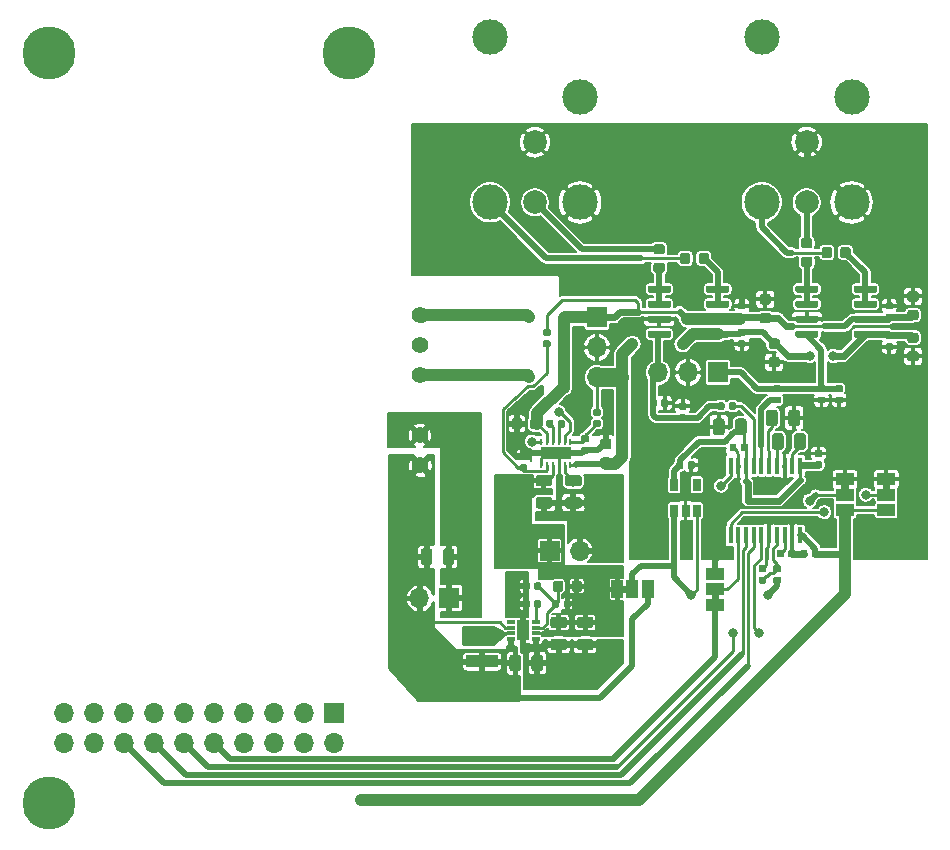
<source format=gbr>
G04 #@! TF.GenerationSoftware,KiCad,Pcbnew,(5.1.2)-2*
G04 #@! TF.CreationDate,2019-12-30T17:27:18+01:00*
G04 #@! TF.ProjectId,BalancedAudioBox,42616c61-6e63-4656-9441-7564696f426f,rev?*
G04 #@! TF.SameCoordinates,Original*
G04 #@! TF.FileFunction,Copper,L1,Top*
G04 #@! TF.FilePolarity,Positive*
%FSLAX46Y46*%
G04 Gerber Fmt 4.6, Leading zero omitted, Abs format (unit mm)*
G04 Created by KiCad (PCBNEW (5.1.2)-2) date 2019-12-30 17:27:18*
%MOMM*%
%LPD*%
G04 APERTURE LIST*
%ADD10C,0.100000*%
%ADD11R,0.650000X1.060000*%
%ADD12R,2.650000X1.000000*%
%ADD13C,0.600000*%
%ADD14R,0.250000X0.500000*%
%ADD15C,0.590000*%
%ADD16R,1.500000X1.000000*%
%ADD17R,1.700000X1.700000*%
%ADD18O,1.700000X1.700000*%
%ADD19R,0.700000X0.300000*%
%ADD20R,1.000000X1.700000*%
%ADD21C,0.975000*%
%ADD22C,4.500000*%
%ADD23R,0.450000X1.450000*%
%ADD24C,0.875000*%
%ADD25C,1.416000*%
%ADD26R,2.700000X1.000000*%
%ADD27C,3.000000*%
%ADD28C,2.000000*%
%ADD29R,1.000000X1.500000*%
%ADD30C,0.800000*%
%ADD31C,0.600000*%
%ADD32C,0.250000*%
%ADD33C,0.500000*%
%ADD34C,1.000000*%
%ADD35C,1.600000*%
%ADD36C,0.150000*%
%ADD37C,0.254000*%
G04 APERTURE END LIST*
D10*
G36*
X186050000Y-104600000D02*
G01*
X186050000Y-105100000D01*
X185450000Y-105100000D01*
X185450000Y-104600000D01*
X186050000Y-104600000D01*
G37*
G36*
X182550000Y-104600000D02*
G01*
X182550000Y-105100000D01*
X181950000Y-105100000D01*
X181950000Y-104600000D01*
X182550000Y-104600000D01*
G37*
G36*
X170950000Y-114400000D02*
G01*
X170950000Y-113900000D01*
X171550000Y-113900000D01*
X171550000Y-114400000D01*
X170950000Y-114400000D01*
G37*
G36*
X163350000Y-113200000D02*
G01*
X163850000Y-113200000D01*
X163850000Y-113800000D01*
X163350000Y-113800000D01*
X163350000Y-113200000D01*
G37*
D11*
X167800000Y-104650000D03*
X169700000Y-104650000D03*
X169700000Y-106850000D03*
X168750000Y-106850000D03*
X167800000Y-106850000D03*
D12*
X157750000Y-102000000D03*
D13*
X158750000Y-102000000D03*
X156750000Y-102000000D03*
D14*
X156500000Y-101050000D03*
X157000000Y-101050000D03*
X157500000Y-101050000D03*
X158000000Y-101050000D03*
X158500000Y-101050000D03*
X159000000Y-101050000D03*
X159000000Y-102950000D03*
X158500000Y-102950000D03*
X158000000Y-102950000D03*
X157500000Y-102950000D03*
X157000000Y-102950000D03*
X156500000Y-102950000D03*
D10*
G36*
X173686958Y-92440710D02*
G01*
X173701276Y-92442834D01*
X173715317Y-92446351D01*
X173728946Y-92451228D01*
X173742031Y-92457417D01*
X173754447Y-92464858D01*
X173766073Y-92473481D01*
X173776798Y-92483202D01*
X173786519Y-92493927D01*
X173795142Y-92505553D01*
X173802583Y-92517969D01*
X173808772Y-92531054D01*
X173813649Y-92544683D01*
X173817166Y-92558724D01*
X173819290Y-92573042D01*
X173820000Y-92587500D01*
X173820000Y-92882500D01*
X173819290Y-92896958D01*
X173817166Y-92911276D01*
X173813649Y-92925317D01*
X173808772Y-92938946D01*
X173802583Y-92952031D01*
X173795142Y-92964447D01*
X173786519Y-92976073D01*
X173776798Y-92986798D01*
X173766073Y-92996519D01*
X173754447Y-93005142D01*
X173742031Y-93012583D01*
X173728946Y-93018772D01*
X173715317Y-93023649D01*
X173701276Y-93027166D01*
X173686958Y-93029290D01*
X173672500Y-93030000D01*
X173327500Y-93030000D01*
X173313042Y-93029290D01*
X173298724Y-93027166D01*
X173284683Y-93023649D01*
X173271054Y-93018772D01*
X173257969Y-93012583D01*
X173245553Y-93005142D01*
X173233927Y-92996519D01*
X173223202Y-92986798D01*
X173213481Y-92976073D01*
X173204858Y-92964447D01*
X173197417Y-92952031D01*
X173191228Y-92938946D01*
X173186351Y-92925317D01*
X173182834Y-92911276D01*
X173180710Y-92896958D01*
X173180000Y-92882500D01*
X173180000Y-92587500D01*
X173180710Y-92573042D01*
X173182834Y-92558724D01*
X173186351Y-92544683D01*
X173191228Y-92531054D01*
X173197417Y-92517969D01*
X173204858Y-92505553D01*
X173213481Y-92493927D01*
X173223202Y-92483202D01*
X173233927Y-92473481D01*
X173245553Y-92464858D01*
X173257969Y-92457417D01*
X173271054Y-92451228D01*
X173284683Y-92446351D01*
X173298724Y-92442834D01*
X173313042Y-92440710D01*
X173327500Y-92440000D01*
X173672500Y-92440000D01*
X173686958Y-92440710D01*
X173686958Y-92440710D01*
G37*
D15*
X173500000Y-92735000D03*
D10*
G36*
X173686958Y-91470710D02*
G01*
X173701276Y-91472834D01*
X173715317Y-91476351D01*
X173728946Y-91481228D01*
X173742031Y-91487417D01*
X173754447Y-91494858D01*
X173766073Y-91503481D01*
X173776798Y-91513202D01*
X173786519Y-91523927D01*
X173795142Y-91535553D01*
X173802583Y-91547969D01*
X173808772Y-91561054D01*
X173813649Y-91574683D01*
X173817166Y-91588724D01*
X173819290Y-91603042D01*
X173820000Y-91617500D01*
X173820000Y-91912500D01*
X173819290Y-91926958D01*
X173817166Y-91941276D01*
X173813649Y-91955317D01*
X173808772Y-91968946D01*
X173802583Y-91982031D01*
X173795142Y-91994447D01*
X173786519Y-92006073D01*
X173776798Y-92016798D01*
X173766073Y-92026519D01*
X173754447Y-92035142D01*
X173742031Y-92042583D01*
X173728946Y-92048772D01*
X173715317Y-92053649D01*
X173701276Y-92057166D01*
X173686958Y-92059290D01*
X173672500Y-92060000D01*
X173327500Y-92060000D01*
X173313042Y-92059290D01*
X173298724Y-92057166D01*
X173284683Y-92053649D01*
X173271054Y-92048772D01*
X173257969Y-92042583D01*
X173245553Y-92035142D01*
X173233927Y-92026519D01*
X173223202Y-92016798D01*
X173213481Y-92006073D01*
X173204858Y-91994447D01*
X173197417Y-91982031D01*
X173191228Y-91968946D01*
X173186351Y-91955317D01*
X173182834Y-91941276D01*
X173180710Y-91926958D01*
X173180000Y-91912500D01*
X173180000Y-91617500D01*
X173180710Y-91603042D01*
X173182834Y-91588724D01*
X173186351Y-91574683D01*
X173191228Y-91561054D01*
X173197417Y-91547969D01*
X173204858Y-91535553D01*
X173213481Y-91523927D01*
X173223202Y-91513202D01*
X173233927Y-91503481D01*
X173245553Y-91494858D01*
X173257969Y-91487417D01*
X173271054Y-91481228D01*
X173284683Y-91476351D01*
X173298724Y-91472834D01*
X173313042Y-91470710D01*
X173327500Y-91470000D01*
X173672500Y-91470000D01*
X173686958Y-91470710D01*
X173686958Y-91470710D01*
G37*
D15*
X173500000Y-91765000D03*
D16*
X185750000Y-105500000D03*
X185750000Y-106800000D03*
X185750000Y-104200000D03*
X182250000Y-105500000D03*
X182250000Y-106800000D03*
X182250000Y-104200000D03*
D10*
G36*
X169396958Y-102680710D02*
G01*
X169411276Y-102682834D01*
X169425317Y-102686351D01*
X169438946Y-102691228D01*
X169452031Y-102697417D01*
X169464447Y-102704858D01*
X169476073Y-102713481D01*
X169486798Y-102723202D01*
X169496519Y-102733927D01*
X169505142Y-102745553D01*
X169512583Y-102757969D01*
X169518772Y-102771054D01*
X169523649Y-102784683D01*
X169527166Y-102798724D01*
X169529290Y-102813042D01*
X169530000Y-102827500D01*
X169530000Y-103172500D01*
X169529290Y-103186958D01*
X169527166Y-103201276D01*
X169523649Y-103215317D01*
X169518772Y-103228946D01*
X169512583Y-103242031D01*
X169505142Y-103254447D01*
X169496519Y-103266073D01*
X169486798Y-103276798D01*
X169476073Y-103286519D01*
X169464447Y-103295142D01*
X169452031Y-103302583D01*
X169438946Y-103308772D01*
X169425317Y-103313649D01*
X169411276Y-103317166D01*
X169396958Y-103319290D01*
X169382500Y-103320000D01*
X169087500Y-103320000D01*
X169073042Y-103319290D01*
X169058724Y-103317166D01*
X169044683Y-103313649D01*
X169031054Y-103308772D01*
X169017969Y-103302583D01*
X169005553Y-103295142D01*
X168993927Y-103286519D01*
X168983202Y-103276798D01*
X168973481Y-103266073D01*
X168964858Y-103254447D01*
X168957417Y-103242031D01*
X168951228Y-103228946D01*
X168946351Y-103215317D01*
X168942834Y-103201276D01*
X168940710Y-103186958D01*
X168940000Y-103172500D01*
X168940000Y-102827500D01*
X168940710Y-102813042D01*
X168942834Y-102798724D01*
X168946351Y-102784683D01*
X168951228Y-102771054D01*
X168957417Y-102757969D01*
X168964858Y-102745553D01*
X168973481Y-102733927D01*
X168983202Y-102723202D01*
X168993927Y-102713481D01*
X169005553Y-102704858D01*
X169017969Y-102697417D01*
X169031054Y-102691228D01*
X169044683Y-102686351D01*
X169058724Y-102682834D01*
X169073042Y-102680710D01*
X169087500Y-102680000D01*
X169382500Y-102680000D01*
X169396958Y-102680710D01*
X169396958Y-102680710D01*
G37*
D15*
X169235000Y-103000000D03*
D10*
G36*
X168426958Y-102680710D02*
G01*
X168441276Y-102682834D01*
X168455317Y-102686351D01*
X168468946Y-102691228D01*
X168482031Y-102697417D01*
X168494447Y-102704858D01*
X168506073Y-102713481D01*
X168516798Y-102723202D01*
X168526519Y-102733927D01*
X168535142Y-102745553D01*
X168542583Y-102757969D01*
X168548772Y-102771054D01*
X168553649Y-102784683D01*
X168557166Y-102798724D01*
X168559290Y-102813042D01*
X168560000Y-102827500D01*
X168560000Y-103172500D01*
X168559290Y-103186958D01*
X168557166Y-103201276D01*
X168553649Y-103215317D01*
X168548772Y-103228946D01*
X168542583Y-103242031D01*
X168535142Y-103254447D01*
X168526519Y-103266073D01*
X168516798Y-103276798D01*
X168506073Y-103286519D01*
X168494447Y-103295142D01*
X168482031Y-103302583D01*
X168468946Y-103308772D01*
X168455317Y-103313649D01*
X168441276Y-103317166D01*
X168426958Y-103319290D01*
X168412500Y-103320000D01*
X168117500Y-103320000D01*
X168103042Y-103319290D01*
X168088724Y-103317166D01*
X168074683Y-103313649D01*
X168061054Y-103308772D01*
X168047969Y-103302583D01*
X168035553Y-103295142D01*
X168023927Y-103286519D01*
X168013202Y-103276798D01*
X168003481Y-103266073D01*
X167994858Y-103254447D01*
X167987417Y-103242031D01*
X167981228Y-103228946D01*
X167976351Y-103215317D01*
X167972834Y-103201276D01*
X167970710Y-103186958D01*
X167970000Y-103172500D01*
X167970000Y-102827500D01*
X167970710Y-102813042D01*
X167972834Y-102798724D01*
X167976351Y-102784683D01*
X167981228Y-102771054D01*
X167987417Y-102757969D01*
X167994858Y-102745553D01*
X168003481Y-102733927D01*
X168013202Y-102723202D01*
X168023927Y-102713481D01*
X168035553Y-102704858D01*
X168047969Y-102697417D01*
X168061054Y-102691228D01*
X168074683Y-102686351D01*
X168088724Y-102682834D01*
X168103042Y-102680710D01*
X168117500Y-102680000D01*
X168412500Y-102680000D01*
X168426958Y-102680710D01*
X168426958Y-102680710D01*
G37*
D15*
X168265000Y-103000000D03*
D17*
X157250000Y-110250000D03*
D18*
X159790000Y-110250000D03*
D19*
X156050000Y-117750000D03*
X156050000Y-117250000D03*
X156050000Y-116750000D03*
X156050000Y-116250000D03*
X153950000Y-116250000D03*
X153950000Y-116750000D03*
X153950000Y-117250000D03*
X153950000Y-117750000D03*
D20*
X155000000Y-117000000D03*
D17*
X148750000Y-114250000D03*
D18*
X146210000Y-114250000D03*
D10*
G36*
X148955142Y-110051174D02*
G01*
X148978803Y-110054684D01*
X149002007Y-110060496D01*
X149024529Y-110068554D01*
X149046153Y-110078782D01*
X149066670Y-110091079D01*
X149085883Y-110105329D01*
X149103607Y-110121393D01*
X149119671Y-110139117D01*
X149133921Y-110158330D01*
X149146218Y-110178847D01*
X149156446Y-110200471D01*
X149164504Y-110222993D01*
X149170316Y-110246197D01*
X149173826Y-110269858D01*
X149175000Y-110293750D01*
X149175000Y-111206250D01*
X149173826Y-111230142D01*
X149170316Y-111253803D01*
X149164504Y-111277007D01*
X149156446Y-111299529D01*
X149146218Y-111321153D01*
X149133921Y-111341670D01*
X149119671Y-111360883D01*
X149103607Y-111378607D01*
X149085883Y-111394671D01*
X149066670Y-111408921D01*
X149046153Y-111421218D01*
X149024529Y-111431446D01*
X149002007Y-111439504D01*
X148978803Y-111445316D01*
X148955142Y-111448826D01*
X148931250Y-111450000D01*
X148443750Y-111450000D01*
X148419858Y-111448826D01*
X148396197Y-111445316D01*
X148372993Y-111439504D01*
X148350471Y-111431446D01*
X148328847Y-111421218D01*
X148308330Y-111408921D01*
X148289117Y-111394671D01*
X148271393Y-111378607D01*
X148255329Y-111360883D01*
X148241079Y-111341670D01*
X148228782Y-111321153D01*
X148218554Y-111299529D01*
X148210496Y-111277007D01*
X148204684Y-111253803D01*
X148201174Y-111230142D01*
X148200000Y-111206250D01*
X148200000Y-110293750D01*
X148201174Y-110269858D01*
X148204684Y-110246197D01*
X148210496Y-110222993D01*
X148218554Y-110200471D01*
X148228782Y-110178847D01*
X148241079Y-110158330D01*
X148255329Y-110139117D01*
X148271393Y-110121393D01*
X148289117Y-110105329D01*
X148308330Y-110091079D01*
X148328847Y-110078782D01*
X148350471Y-110068554D01*
X148372993Y-110060496D01*
X148396197Y-110054684D01*
X148419858Y-110051174D01*
X148443750Y-110050000D01*
X148931250Y-110050000D01*
X148955142Y-110051174D01*
X148955142Y-110051174D01*
G37*
D21*
X148687500Y-110750000D03*
D10*
G36*
X147080142Y-110051174D02*
G01*
X147103803Y-110054684D01*
X147127007Y-110060496D01*
X147149529Y-110068554D01*
X147171153Y-110078782D01*
X147191670Y-110091079D01*
X147210883Y-110105329D01*
X147228607Y-110121393D01*
X147244671Y-110139117D01*
X147258921Y-110158330D01*
X147271218Y-110178847D01*
X147281446Y-110200471D01*
X147289504Y-110222993D01*
X147295316Y-110246197D01*
X147298826Y-110269858D01*
X147300000Y-110293750D01*
X147300000Y-111206250D01*
X147298826Y-111230142D01*
X147295316Y-111253803D01*
X147289504Y-111277007D01*
X147281446Y-111299529D01*
X147271218Y-111321153D01*
X147258921Y-111341670D01*
X147244671Y-111360883D01*
X147228607Y-111378607D01*
X147210883Y-111394671D01*
X147191670Y-111408921D01*
X147171153Y-111421218D01*
X147149529Y-111431446D01*
X147127007Y-111439504D01*
X147103803Y-111445316D01*
X147080142Y-111448826D01*
X147056250Y-111450000D01*
X146568750Y-111450000D01*
X146544858Y-111448826D01*
X146521197Y-111445316D01*
X146497993Y-111439504D01*
X146475471Y-111431446D01*
X146453847Y-111421218D01*
X146433330Y-111408921D01*
X146414117Y-111394671D01*
X146396393Y-111378607D01*
X146380329Y-111360883D01*
X146366079Y-111341670D01*
X146353782Y-111321153D01*
X146343554Y-111299529D01*
X146335496Y-111277007D01*
X146329684Y-111253803D01*
X146326174Y-111230142D01*
X146325000Y-111206250D01*
X146325000Y-110293750D01*
X146326174Y-110269858D01*
X146329684Y-110246197D01*
X146335496Y-110222993D01*
X146343554Y-110200471D01*
X146353782Y-110178847D01*
X146366079Y-110158330D01*
X146380329Y-110139117D01*
X146396393Y-110121393D01*
X146414117Y-110105329D01*
X146433330Y-110091079D01*
X146453847Y-110078782D01*
X146475471Y-110068554D01*
X146497993Y-110060496D01*
X146521197Y-110054684D01*
X146544858Y-110051174D01*
X146568750Y-110050000D01*
X147056250Y-110050000D01*
X147080142Y-110051174D01*
X147080142Y-110051174D01*
G37*
D21*
X146812500Y-110750000D03*
D18*
X116140000Y-126540000D03*
X116140000Y-124000000D03*
X118680000Y-126540000D03*
X118680000Y-124000000D03*
X121220000Y-126540000D03*
X121220000Y-124000000D03*
X123760000Y-126540000D03*
X123760000Y-124000000D03*
X126300000Y-126540000D03*
X126300000Y-124000000D03*
X128840000Y-126540000D03*
X128840000Y-124000000D03*
X131380000Y-126540000D03*
X131380000Y-124000000D03*
X133920000Y-126540000D03*
X133920000Y-124000000D03*
X136460000Y-126540000D03*
X136460000Y-124000000D03*
X139000000Y-126540000D03*
D17*
X139000000Y-124000000D03*
D22*
X114870000Y-68120000D03*
X114870000Y-131620000D03*
X140270000Y-68120000D03*
D10*
G36*
X157230142Y-105701174D02*
G01*
X157253803Y-105704684D01*
X157277007Y-105710496D01*
X157299529Y-105718554D01*
X157321153Y-105728782D01*
X157341670Y-105741079D01*
X157360883Y-105755329D01*
X157378607Y-105771393D01*
X157394671Y-105789117D01*
X157408921Y-105808330D01*
X157421218Y-105828847D01*
X157431446Y-105850471D01*
X157439504Y-105872993D01*
X157445316Y-105896197D01*
X157448826Y-105919858D01*
X157450000Y-105943750D01*
X157450000Y-106431250D01*
X157448826Y-106455142D01*
X157445316Y-106478803D01*
X157439504Y-106502007D01*
X157431446Y-106524529D01*
X157421218Y-106546153D01*
X157408921Y-106566670D01*
X157394671Y-106585883D01*
X157378607Y-106603607D01*
X157360883Y-106619671D01*
X157341670Y-106633921D01*
X157321153Y-106646218D01*
X157299529Y-106656446D01*
X157277007Y-106664504D01*
X157253803Y-106670316D01*
X157230142Y-106673826D01*
X157206250Y-106675000D01*
X156293750Y-106675000D01*
X156269858Y-106673826D01*
X156246197Y-106670316D01*
X156222993Y-106664504D01*
X156200471Y-106656446D01*
X156178847Y-106646218D01*
X156158330Y-106633921D01*
X156139117Y-106619671D01*
X156121393Y-106603607D01*
X156105329Y-106585883D01*
X156091079Y-106566670D01*
X156078782Y-106546153D01*
X156068554Y-106524529D01*
X156060496Y-106502007D01*
X156054684Y-106478803D01*
X156051174Y-106455142D01*
X156050000Y-106431250D01*
X156050000Y-105943750D01*
X156051174Y-105919858D01*
X156054684Y-105896197D01*
X156060496Y-105872993D01*
X156068554Y-105850471D01*
X156078782Y-105828847D01*
X156091079Y-105808330D01*
X156105329Y-105789117D01*
X156121393Y-105771393D01*
X156139117Y-105755329D01*
X156158330Y-105741079D01*
X156178847Y-105728782D01*
X156200471Y-105718554D01*
X156222993Y-105710496D01*
X156246197Y-105704684D01*
X156269858Y-105701174D01*
X156293750Y-105700000D01*
X157206250Y-105700000D01*
X157230142Y-105701174D01*
X157230142Y-105701174D01*
G37*
D21*
X156750000Y-106187500D03*
D10*
G36*
X157230142Y-103826174D02*
G01*
X157253803Y-103829684D01*
X157277007Y-103835496D01*
X157299529Y-103843554D01*
X157321153Y-103853782D01*
X157341670Y-103866079D01*
X157360883Y-103880329D01*
X157378607Y-103896393D01*
X157394671Y-103914117D01*
X157408921Y-103933330D01*
X157421218Y-103953847D01*
X157431446Y-103975471D01*
X157439504Y-103997993D01*
X157445316Y-104021197D01*
X157448826Y-104044858D01*
X157450000Y-104068750D01*
X157450000Y-104556250D01*
X157448826Y-104580142D01*
X157445316Y-104603803D01*
X157439504Y-104627007D01*
X157431446Y-104649529D01*
X157421218Y-104671153D01*
X157408921Y-104691670D01*
X157394671Y-104710883D01*
X157378607Y-104728607D01*
X157360883Y-104744671D01*
X157341670Y-104758921D01*
X157321153Y-104771218D01*
X157299529Y-104781446D01*
X157277007Y-104789504D01*
X157253803Y-104795316D01*
X157230142Y-104798826D01*
X157206250Y-104800000D01*
X156293750Y-104800000D01*
X156269858Y-104798826D01*
X156246197Y-104795316D01*
X156222993Y-104789504D01*
X156200471Y-104781446D01*
X156178847Y-104771218D01*
X156158330Y-104758921D01*
X156139117Y-104744671D01*
X156121393Y-104728607D01*
X156105329Y-104710883D01*
X156091079Y-104691670D01*
X156078782Y-104671153D01*
X156068554Y-104649529D01*
X156060496Y-104627007D01*
X156054684Y-104603803D01*
X156051174Y-104580142D01*
X156050000Y-104556250D01*
X156050000Y-104068750D01*
X156051174Y-104044858D01*
X156054684Y-104021197D01*
X156060496Y-103997993D01*
X156068554Y-103975471D01*
X156078782Y-103953847D01*
X156091079Y-103933330D01*
X156105329Y-103914117D01*
X156121393Y-103896393D01*
X156139117Y-103880329D01*
X156158330Y-103866079D01*
X156178847Y-103853782D01*
X156200471Y-103843554D01*
X156222993Y-103835496D01*
X156246197Y-103829684D01*
X156269858Y-103826174D01*
X156293750Y-103825000D01*
X157206250Y-103825000D01*
X157230142Y-103826174D01*
X157230142Y-103826174D01*
G37*
D21*
X156750000Y-104312500D03*
D10*
G36*
X175436958Y-111470710D02*
G01*
X175451276Y-111472834D01*
X175465317Y-111476351D01*
X175478946Y-111481228D01*
X175492031Y-111487417D01*
X175504447Y-111494858D01*
X175516073Y-111503481D01*
X175526798Y-111513202D01*
X175536519Y-111523927D01*
X175545142Y-111535553D01*
X175552583Y-111547969D01*
X175558772Y-111561054D01*
X175563649Y-111574683D01*
X175567166Y-111588724D01*
X175569290Y-111603042D01*
X175570000Y-111617500D01*
X175570000Y-111912500D01*
X175569290Y-111926958D01*
X175567166Y-111941276D01*
X175563649Y-111955317D01*
X175558772Y-111968946D01*
X175552583Y-111982031D01*
X175545142Y-111994447D01*
X175536519Y-112006073D01*
X175526798Y-112016798D01*
X175516073Y-112026519D01*
X175504447Y-112035142D01*
X175492031Y-112042583D01*
X175478946Y-112048772D01*
X175465317Y-112053649D01*
X175451276Y-112057166D01*
X175436958Y-112059290D01*
X175422500Y-112060000D01*
X175077500Y-112060000D01*
X175063042Y-112059290D01*
X175048724Y-112057166D01*
X175034683Y-112053649D01*
X175021054Y-112048772D01*
X175007969Y-112042583D01*
X174995553Y-112035142D01*
X174983927Y-112026519D01*
X174973202Y-112016798D01*
X174963481Y-112006073D01*
X174954858Y-111994447D01*
X174947417Y-111982031D01*
X174941228Y-111968946D01*
X174936351Y-111955317D01*
X174932834Y-111941276D01*
X174930710Y-111926958D01*
X174930000Y-111912500D01*
X174930000Y-111617500D01*
X174930710Y-111603042D01*
X174932834Y-111588724D01*
X174936351Y-111574683D01*
X174941228Y-111561054D01*
X174947417Y-111547969D01*
X174954858Y-111535553D01*
X174963481Y-111523927D01*
X174973202Y-111513202D01*
X174983927Y-111503481D01*
X174995553Y-111494858D01*
X175007969Y-111487417D01*
X175021054Y-111481228D01*
X175034683Y-111476351D01*
X175048724Y-111472834D01*
X175063042Y-111470710D01*
X175077500Y-111470000D01*
X175422500Y-111470000D01*
X175436958Y-111470710D01*
X175436958Y-111470710D01*
G37*
D15*
X175250000Y-111765000D03*
D10*
G36*
X175436958Y-112440710D02*
G01*
X175451276Y-112442834D01*
X175465317Y-112446351D01*
X175478946Y-112451228D01*
X175492031Y-112457417D01*
X175504447Y-112464858D01*
X175516073Y-112473481D01*
X175526798Y-112483202D01*
X175536519Y-112493927D01*
X175545142Y-112505553D01*
X175552583Y-112517969D01*
X175558772Y-112531054D01*
X175563649Y-112544683D01*
X175567166Y-112558724D01*
X175569290Y-112573042D01*
X175570000Y-112587500D01*
X175570000Y-112882500D01*
X175569290Y-112896958D01*
X175567166Y-112911276D01*
X175563649Y-112925317D01*
X175558772Y-112938946D01*
X175552583Y-112952031D01*
X175545142Y-112964447D01*
X175536519Y-112976073D01*
X175526798Y-112986798D01*
X175516073Y-112996519D01*
X175504447Y-113005142D01*
X175492031Y-113012583D01*
X175478946Y-113018772D01*
X175465317Y-113023649D01*
X175451276Y-113027166D01*
X175436958Y-113029290D01*
X175422500Y-113030000D01*
X175077500Y-113030000D01*
X175063042Y-113029290D01*
X175048724Y-113027166D01*
X175034683Y-113023649D01*
X175021054Y-113018772D01*
X175007969Y-113012583D01*
X174995553Y-113005142D01*
X174983927Y-112996519D01*
X174973202Y-112986798D01*
X174963481Y-112976073D01*
X174954858Y-112964447D01*
X174947417Y-112952031D01*
X174941228Y-112938946D01*
X174936351Y-112925317D01*
X174932834Y-112911276D01*
X174930710Y-112896958D01*
X174930000Y-112882500D01*
X174930000Y-112587500D01*
X174930710Y-112573042D01*
X174932834Y-112558724D01*
X174936351Y-112544683D01*
X174941228Y-112531054D01*
X174947417Y-112517969D01*
X174954858Y-112505553D01*
X174963481Y-112493927D01*
X174973202Y-112483202D01*
X174983927Y-112473481D01*
X174995553Y-112464858D01*
X175007969Y-112457417D01*
X175021054Y-112451228D01*
X175034683Y-112446351D01*
X175048724Y-112442834D01*
X175063042Y-112440710D01*
X175077500Y-112440000D01*
X175422500Y-112440000D01*
X175436958Y-112440710D01*
X175436958Y-112440710D01*
G37*
D15*
X175250000Y-112735000D03*
D10*
G36*
X177896958Y-110180710D02*
G01*
X177911276Y-110182834D01*
X177925317Y-110186351D01*
X177938946Y-110191228D01*
X177952031Y-110197417D01*
X177964447Y-110204858D01*
X177976073Y-110213481D01*
X177986798Y-110223202D01*
X177996519Y-110233927D01*
X178005142Y-110245553D01*
X178012583Y-110257969D01*
X178018772Y-110271054D01*
X178023649Y-110284683D01*
X178027166Y-110298724D01*
X178029290Y-110313042D01*
X178030000Y-110327500D01*
X178030000Y-110672500D01*
X178029290Y-110686958D01*
X178027166Y-110701276D01*
X178023649Y-110715317D01*
X178018772Y-110728946D01*
X178012583Y-110742031D01*
X178005142Y-110754447D01*
X177996519Y-110766073D01*
X177986798Y-110776798D01*
X177976073Y-110786519D01*
X177964447Y-110795142D01*
X177952031Y-110802583D01*
X177938946Y-110808772D01*
X177925317Y-110813649D01*
X177911276Y-110817166D01*
X177896958Y-110819290D01*
X177882500Y-110820000D01*
X177587500Y-110820000D01*
X177573042Y-110819290D01*
X177558724Y-110817166D01*
X177544683Y-110813649D01*
X177531054Y-110808772D01*
X177517969Y-110802583D01*
X177505553Y-110795142D01*
X177493927Y-110786519D01*
X177483202Y-110776798D01*
X177473481Y-110766073D01*
X177464858Y-110754447D01*
X177457417Y-110742031D01*
X177451228Y-110728946D01*
X177446351Y-110715317D01*
X177442834Y-110701276D01*
X177440710Y-110686958D01*
X177440000Y-110672500D01*
X177440000Y-110327500D01*
X177440710Y-110313042D01*
X177442834Y-110298724D01*
X177446351Y-110284683D01*
X177451228Y-110271054D01*
X177457417Y-110257969D01*
X177464858Y-110245553D01*
X177473481Y-110233927D01*
X177483202Y-110223202D01*
X177493927Y-110213481D01*
X177505553Y-110204858D01*
X177517969Y-110197417D01*
X177531054Y-110191228D01*
X177544683Y-110186351D01*
X177558724Y-110182834D01*
X177573042Y-110180710D01*
X177587500Y-110180000D01*
X177882500Y-110180000D01*
X177896958Y-110180710D01*
X177896958Y-110180710D01*
G37*
D15*
X177735000Y-110500000D03*
D10*
G36*
X176926958Y-110180710D02*
G01*
X176941276Y-110182834D01*
X176955317Y-110186351D01*
X176968946Y-110191228D01*
X176982031Y-110197417D01*
X176994447Y-110204858D01*
X177006073Y-110213481D01*
X177016798Y-110223202D01*
X177026519Y-110233927D01*
X177035142Y-110245553D01*
X177042583Y-110257969D01*
X177048772Y-110271054D01*
X177053649Y-110284683D01*
X177057166Y-110298724D01*
X177059290Y-110313042D01*
X177060000Y-110327500D01*
X177060000Y-110672500D01*
X177059290Y-110686958D01*
X177057166Y-110701276D01*
X177053649Y-110715317D01*
X177048772Y-110728946D01*
X177042583Y-110742031D01*
X177035142Y-110754447D01*
X177026519Y-110766073D01*
X177016798Y-110776798D01*
X177006073Y-110786519D01*
X176994447Y-110795142D01*
X176982031Y-110802583D01*
X176968946Y-110808772D01*
X176955317Y-110813649D01*
X176941276Y-110817166D01*
X176926958Y-110819290D01*
X176912500Y-110820000D01*
X176617500Y-110820000D01*
X176603042Y-110819290D01*
X176588724Y-110817166D01*
X176574683Y-110813649D01*
X176561054Y-110808772D01*
X176547969Y-110802583D01*
X176535553Y-110795142D01*
X176523927Y-110786519D01*
X176513202Y-110776798D01*
X176503481Y-110766073D01*
X176494858Y-110754447D01*
X176487417Y-110742031D01*
X176481228Y-110728946D01*
X176476351Y-110715317D01*
X176472834Y-110701276D01*
X176470710Y-110686958D01*
X176470000Y-110672500D01*
X176470000Y-110327500D01*
X176470710Y-110313042D01*
X176472834Y-110298724D01*
X176476351Y-110284683D01*
X176481228Y-110271054D01*
X176487417Y-110257969D01*
X176494858Y-110245553D01*
X176503481Y-110233927D01*
X176513202Y-110223202D01*
X176523927Y-110213481D01*
X176535553Y-110204858D01*
X176547969Y-110197417D01*
X176561054Y-110191228D01*
X176574683Y-110186351D01*
X176588724Y-110182834D01*
X176603042Y-110180710D01*
X176617500Y-110180000D01*
X176912500Y-110180000D01*
X176926958Y-110180710D01*
X176926958Y-110180710D01*
G37*
D15*
X176765000Y-110500000D03*
D10*
G36*
X178205142Y-98301174D02*
G01*
X178228803Y-98304684D01*
X178252007Y-98310496D01*
X178274529Y-98318554D01*
X178296153Y-98328782D01*
X178316670Y-98341079D01*
X178335883Y-98355329D01*
X178353607Y-98371393D01*
X178369671Y-98389117D01*
X178383921Y-98408330D01*
X178396218Y-98428847D01*
X178406446Y-98450471D01*
X178414504Y-98472993D01*
X178420316Y-98496197D01*
X178423826Y-98519858D01*
X178425000Y-98543750D01*
X178425000Y-99456250D01*
X178423826Y-99480142D01*
X178420316Y-99503803D01*
X178414504Y-99527007D01*
X178406446Y-99549529D01*
X178396218Y-99571153D01*
X178383921Y-99591670D01*
X178369671Y-99610883D01*
X178353607Y-99628607D01*
X178335883Y-99644671D01*
X178316670Y-99658921D01*
X178296153Y-99671218D01*
X178274529Y-99681446D01*
X178252007Y-99689504D01*
X178228803Y-99695316D01*
X178205142Y-99698826D01*
X178181250Y-99700000D01*
X177693750Y-99700000D01*
X177669858Y-99698826D01*
X177646197Y-99695316D01*
X177622993Y-99689504D01*
X177600471Y-99681446D01*
X177578847Y-99671218D01*
X177558330Y-99658921D01*
X177539117Y-99644671D01*
X177521393Y-99628607D01*
X177505329Y-99610883D01*
X177491079Y-99591670D01*
X177478782Y-99571153D01*
X177468554Y-99549529D01*
X177460496Y-99527007D01*
X177454684Y-99503803D01*
X177451174Y-99480142D01*
X177450000Y-99456250D01*
X177450000Y-98543750D01*
X177451174Y-98519858D01*
X177454684Y-98496197D01*
X177460496Y-98472993D01*
X177468554Y-98450471D01*
X177478782Y-98428847D01*
X177491079Y-98408330D01*
X177505329Y-98389117D01*
X177521393Y-98371393D01*
X177539117Y-98355329D01*
X177558330Y-98341079D01*
X177578847Y-98328782D01*
X177600471Y-98318554D01*
X177622993Y-98310496D01*
X177646197Y-98304684D01*
X177669858Y-98301174D01*
X177693750Y-98300000D01*
X178181250Y-98300000D01*
X178205142Y-98301174D01*
X178205142Y-98301174D01*
G37*
D21*
X177937500Y-99000000D03*
D10*
G36*
X176330142Y-98301174D02*
G01*
X176353803Y-98304684D01*
X176377007Y-98310496D01*
X176399529Y-98318554D01*
X176421153Y-98328782D01*
X176441670Y-98341079D01*
X176460883Y-98355329D01*
X176478607Y-98371393D01*
X176494671Y-98389117D01*
X176508921Y-98408330D01*
X176521218Y-98428847D01*
X176531446Y-98450471D01*
X176539504Y-98472993D01*
X176545316Y-98496197D01*
X176548826Y-98519858D01*
X176550000Y-98543750D01*
X176550000Y-99456250D01*
X176548826Y-99480142D01*
X176545316Y-99503803D01*
X176539504Y-99527007D01*
X176531446Y-99549529D01*
X176521218Y-99571153D01*
X176508921Y-99591670D01*
X176494671Y-99610883D01*
X176478607Y-99628607D01*
X176460883Y-99644671D01*
X176441670Y-99658921D01*
X176421153Y-99671218D01*
X176399529Y-99681446D01*
X176377007Y-99689504D01*
X176353803Y-99695316D01*
X176330142Y-99698826D01*
X176306250Y-99700000D01*
X175818750Y-99700000D01*
X175794858Y-99698826D01*
X175771197Y-99695316D01*
X175747993Y-99689504D01*
X175725471Y-99681446D01*
X175703847Y-99671218D01*
X175683330Y-99658921D01*
X175664117Y-99644671D01*
X175646393Y-99628607D01*
X175630329Y-99610883D01*
X175616079Y-99591670D01*
X175603782Y-99571153D01*
X175593554Y-99549529D01*
X175585496Y-99527007D01*
X175579684Y-99503803D01*
X175576174Y-99480142D01*
X175575000Y-99456250D01*
X175575000Y-98543750D01*
X175576174Y-98519858D01*
X175579684Y-98496197D01*
X175585496Y-98472993D01*
X175593554Y-98450471D01*
X175603782Y-98428847D01*
X175616079Y-98408330D01*
X175630329Y-98389117D01*
X175646393Y-98371393D01*
X175664117Y-98355329D01*
X175683330Y-98341079D01*
X175703847Y-98328782D01*
X175725471Y-98318554D01*
X175747993Y-98310496D01*
X175771197Y-98304684D01*
X175794858Y-98301174D01*
X175818750Y-98300000D01*
X176306250Y-98300000D01*
X176330142Y-98301174D01*
X176330142Y-98301174D01*
G37*
D21*
X176062500Y-99000000D03*
D23*
X178425000Y-108950000D03*
X177775000Y-108950000D03*
X177125000Y-108950000D03*
X176475000Y-108950000D03*
X175825000Y-108950000D03*
X175175000Y-108950000D03*
X174525000Y-108950000D03*
X173875000Y-108950000D03*
X173225000Y-108950000D03*
X172575000Y-108950000D03*
X172575000Y-103050000D03*
X173225000Y-103050000D03*
X173875000Y-103050000D03*
X174525000Y-103050000D03*
X175175000Y-103050000D03*
X175825000Y-103050000D03*
X176475000Y-103050000D03*
X177125000Y-103050000D03*
X177775000Y-103050000D03*
X178425000Y-103050000D03*
D10*
G36*
X176830142Y-100301174D02*
G01*
X176853803Y-100304684D01*
X176877007Y-100310496D01*
X176899529Y-100318554D01*
X176921153Y-100328782D01*
X176941670Y-100341079D01*
X176960883Y-100355329D01*
X176978607Y-100371393D01*
X176994671Y-100389117D01*
X177008921Y-100408330D01*
X177021218Y-100428847D01*
X177031446Y-100450471D01*
X177039504Y-100472993D01*
X177045316Y-100496197D01*
X177048826Y-100519858D01*
X177050000Y-100543750D01*
X177050000Y-101456250D01*
X177048826Y-101480142D01*
X177045316Y-101503803D01*
X177039504Y-101527007D01*
X177031446Y-101549529D01*
X177021218Y-101571153D01*
X177008921Y-101591670D01*
X176994671Y-101610883D01*
X176978607Y-101628607D01*
X176960883Y-101644671D01*
X176941670Y-101658921D01*
X176921153Y-101671218D01*
X176899529Y-101681446D01*
X176877007Y-101689504D01*
X176853803Y-101695316D01*
X176830142Y-101698826D01*
X176806250Y-101700000D01*
X176318750Y-101700000D01*
X176294858Y-101698826D01*
X176271197Y-101695316D01*
X176247993Y-101689504D01*
X176225471Y-101681446D01*
X176203847Y-101671218D01*
X176183330Y-101658921D01*
X176164117Y-101644671D01*
X176146393Y-101628607D01*
X176130329Y-101610883D01*
X176116079Y-101591670D01*
X176103782Y-101571153D01*
X176093554Y-101549529D01*
X176085496Y-101527007D01*
X176079684Y-101503803D01*
X176076174Y-101480142D01*
X176075000Y-101456250D01*
X176075000Y-100543750D01*
X176076174Y-100519858D01*
X176079684Y-100496197D01*
X176085496Y-100472993D01*
X176093554Y-100450471D01*
X176103782Y-100428847D01*
X176116079Y-100408330D01*
X176130329Y-100389117D01*
X176146393Y-100371393D01*
X176164117Y-100355329D01*
X176183330Y-100341079D01*
X176203847Y-100328782D01*
X176225471Y-100318554D01*
X176247993Y-100310496D01*
X176271197Y-100304684D01*
X176294858Y-100301174D01*
X176318750Y-100300000D01*
X176806250Y-100300000D01*
X176830142Y-100301174D01*
X176830142Y-100301174D01*
G37*
D21*
X176562500Y-101000000D03*
D10*
G36*
X178705142Y-100301174D02*
G01*
X178728803Y-100304684D01*
X178752007Y-100310496D01*
X178774529Y-100318554D01*
X178796153Y-100328782D01*
X178816670Y-100341079D01*
X178835883Y-100355329D01*
X178853607Y-100371393D01*
X178869671Y-100389117D01*
X178883921Y-100408330D01*
X178896218Y-100428847D01*
X178906446Y-100450471D01*
X178914504Y-100472993D01*
X178920316Y-100496197D01*
X178923826Y-100519858D01*
X178925000Y-100543750D01*
X178925000Y-101456250D01*
X178923826Y-101480142D01*
X178920316Y-101503803D01*
X178914504Y-101527007D01*
X178906446Y-101549529D01*
X178896218Y-101571153D01*
X178883921Y-101591670D01*
X178869671Y-101610883D01*
X178853607Y-101628607D01*
X178835883Y-101644671D01*
X178816670Y-101658921D01*
X178796153Y-101671218D01*
X178774529Y-101681446D01*
X178752007Y-101689504D01*
X178728803Y-101695316D01*
X178705142Y-101698826D01*
X178681250Y-101700000D01*
X178193750Y-101700000D01*
X178169858Y-101698826D01*
X178146197Y-101695316D01*
X178122993Y-101689504D01*
X178100471Y-101681446D01*
X178078847Y-101671218D01*
X178058330Y-101658921D01*
X178039117Y-101644671D01*
X178021393Y-101628607D01*
X178005329Y-101610883D01*
X177991079Y-101591670D01*
X177978782Y-101571153D01*
X177968554Y-101549529D01*
X177960496Y-101527007D01*
X177954684Y-101503803D01*
X177951174Y-101480142D01*
X177950000Y-101456250D01*
X177950000Y-100543750D01*
X177951174Y-100519858D01*
X177954684Y-100496197D01*
X177960496Y-100472993D01*
X177968554Y-100450471D01*
X177978782Y-100428847D01*
X177991079Y-100408330D01*
X178005329Y-100389117D01*
X178021393Y-100371393D01*
X178039117Y-100355329D01*
X178058330Y-100341079D01*
X178078847Y-100328782D01*
X178100471Y-100318554D01*
X178122993Y-100310496D01*
X178146197Y-100304684D01*
X178169858Y-100301174D01*
X178193750Y-100300000D01*
X178681250Y-100300000D01*
X178705142Y-100301174D01*
X178705142Y-100301174D01*
G37*
D21*
X178437500Y-101000000D03*
D10*
G36*
X156455142Y-119051174D02*
G01*
X156478803Y-119054684D01*
X156502007Y-119060496D01*
X156524529Y-119068554D01*
X156546153Y-119078782D01*
X156566670Y-119091079D01*
X156585883Y-119105329D01*
X156603607Y-119121393D01*
X156619671Y-119139117D01*
X156633921Y-119158330D01*
X156646218Y-119178847D01*
X156656446Y-119200471D01*
X156664504Y-119222993D01*
X156670316Y-119246197D01*
X156673826Y-119269858D01*
X156675000Y-119293750D01*
X156675000Y-120206250D01*
X156673826Y-120230142D01*
X156670316Y-120253803D01*
X156664504Y-120277007D01*
X156656446Y-120299529D01*
X156646218Y-120321153D01*
X156633921Y-120341670D01*
X156619671Y-120360883D01*
X156603607Y-120378607D01*
X156585883Y-120394671D01*
X156566670Y-120408921D01*
X156546153Y-120421218D01*
X156524529Y-120431446D01*
X156502007Y-120439504D01*
X156478803Y-120445316D01*
X156455142Y-120448826D01*
X156431250Y-120450000D01*
X155943750Y-120450000D01*
X155919858Y-120448826D01*
X155896197Y-120445316D01*
X155872993Y-120439504D01*
X155850471Y-120431446D01*
X155828847Y-120421218D01*
X155808330Y-120408921D01*
X155789117Y-120394671D01*
X155771393Y-120378607D01*
X155755329Y-120360883D01*
X155741079Y-120341670D01*
X155728782Y-120321153D01*
X155718554Y-120299529D01*
X155710496Y-120277007D01*
X155704684Y-120253803D01*
X155701174Y-120230142D01*
X155700000Y-120206250D01*
X155700000Y-119293750D01*
X155701174Y-119269858D01*
X155704684Y-119246197D01*
X155710496Y-119222993D01*
X155718554Y-119200471D01*
X155728782Y-119178847D01*
X155741079Y-119158330D01*
X155755329Y-119139117D01*
X155771393Y-119121393D01*
X155789117Y-119105329D01*
X155808330Y-119091079D01*
X155828847Y-119078782D01*
X155850471Y-119068554D01*
X155872993Y-119060496D01*
X155896197Y-119054684D01*
X155919858Y-119051174D01*
X155943750Y-119050000D01*
X156431250Y-119050000D01*
X156455142Y-119051174D01*
X156455142Y-119051174D01*
G37*
D21*
X156187500Y-119750000D03*
D10*
G36*
X154580142Y-119051174D02*
G01*
X154603803Y-119054684D01*
X154627007Y-119060496D01*
X154649529Y-119068554D01*
X154671153Y-119078782D01*
X154691670Y-119091079D01*
X154710883Y-119105329D01*
X154728607Y-119121393D01*
X154744671Y-119139117D01*
X154758921Y-119158330D01*
X154771218Y-119178847D01*
X154781446Y-119200471D01*
X154789504Y-119222993D01*
X154795316Y-119246197D01*
X154798826Y-119269858D01*
X154800000Y-119293750D01*
X154800000Y-120206250D01*
X154798826Y-120230142D01*
X154795316Y-120253803D01*
X154789504Y-120277007D01*
X154781446Y-120299529D01*
X154771218Y-120321153D01*
X154758921Y-120341670D01*
X154744671Y-120360883D01*
X154728607Y-120378607D01*
X154710883Y-120394671D01*
X154691670Y-120408921D01*
X154671153Y-120421218D01*
X154649529Y-120431446D01*
X154627007Y-120439504D01*
X154603803Y-120445316D01*
X154580142Y-120448826D01*
X154556250Y-120450000D01*
X154068750Y-120450000D01*
X154044858Y-120448826D01*
X154021197Y-120445316D01*
X153997993Y-120439504D01*
X153975471Y-120431446D01*
X153953847Y-120421218D01*
X153933330Y-120408921D01*
X153914117Y-120394671D01*
X153896393Y-120378607D01*
X153880329Y-120360883D01*
X153866079Y-120341670D01*
X153853782Y-120321153D01*
X153843554Y-120299529D01*
X153835496Y-120277007D01*
X153829684Y-120253803D01*
X153826174Y-120230142D01*
X153825000Y-120206250D01*
X153825000Y-119293750D01*
X153826174Y-119269858D01*
X153829684Y-119246197D01*
X153835496Y-119222993D01*
X153843554Y-119200471D01*
X153853782Y-119178847D01*
X153866079Y-119158330D01*
X153880329Y-119139117D01*
X153896393Y-119121393D01*
X153914117Y-119105329D01*
X153933330Y-119091079D01*
X153953847Y-119078782D01*
X153975471Y-119068554D01*
X153997993Y-119060496D01*
X154021197Y-119054684D01*
X154044858Y-119051174D01*
X154068750Y-119050000D01*
X154556250Y-119050000D01*
X154580142Y-119051174D01*
X154580142Y-119051174D01*
G37*
D21*
X154312500Y-119750000D03*
D10*
G36*
X158202691Y-112776053D02*
G01*
X158223926Y-112779203D01*
X158244750Y-112784419D01*
X158264962Y-112791651D01*
X158284368Y-112800830D01*
X158302781Y-112811866D01*
X158320024Y-112824654D01*
X158335930Y-112839070D01*
X158350346Y-112854976D01*
X158363134Y-112872219D01*
X158374170Y-112890632D01*
X158383349Y-112910038D01*
X158390581Y-112930250D01*
X158395797Y-112951074D01*
X158398947Y-112972309D01*
X158400000Y-112993750D01*
X158400000Y-113506250D01*
X158398947Y-113527691D01*
X158395797Y-113548926D01*
X158390581Y-113569750D01*
X158383349Y-113589962D01*
X158374170Y-113609368D01*
X158363134Y-113627781D01*
X158350346Y-113645024D01*
X158335930Y-113660930D01*
X158320024Y-113675346D01*
X158302781Y-113688134D01*
X158284368Y-113699170D01*
X158264962Y-113708349D01*
X158244750Y-113715581D01*
X158223926Y-113720797D01*
X158202691Y-113723947D01*
X158181250Y-113725000D01*
X157743750Y-113725000D01*
X157722309Y-113723947D01*
X157701074Y-113720797D01*
X157680250Y-113715581D01*
X157660038Y-113708349D01*
X157640632Y-113699170D01*
X157622219Y-113688134D01*
X157604976Y-113675346D01*
X157589070Y-113660930D01*
X157574654Y-113645024D01*
X157561866Y-113627781D01*
X157550830Y-113609368D01*
X157541651Y-113589962D01*
X157534419Y-113569750D01*
X157529203Y-113548926D01*
X157526053Y-113527691D01*
X157525000Y-113506250D01*
X157525000Y-112993750D01*
X157526053Y-112972309D01*
X157529203Y-112951074D01*
X157534419Y-112930250D01*
X157541651Y-112910038D01*
X157550830Y-112890632D01*
X157561866Y-112872219D01*
X157574654Y-112854976D01*
X157589070Y-112839070D01*
X157604976Y-112824654D01*
X157622219Y-112811866D01*
X157640632Y-112800830D01*
X157660038Y-112791651D01*
X157680250Y-112784419D01*
X157701074Y-112779203D01*
X157722309Y-112776053D01*
X157743750Y-112775000D01*
X158181250Y-112775000D01*
X158202691Y-112776053D01*
X158202691Y-112776053D01*
G37*
D24*
X157962500Y-113250000D03*
D10*
G36*
X159777691Y-112776053D02*
G01*
X159798926Y-112779203D01*
X159819750Y-112784419D01*
X159839962Y-112791651D01*
X159859368Y-112800830D01*
X159877781Y-112811866D01*
X159895024Y-112824654D01*
X159910930Y-112839070D01*
X159925346Y-112854976D01*
X159938134Y-112872219D01*
X159949170Y-112890632D01*
X159958349Y-112910038D01*
X159965581Y-112930250D01*
X159970797Y-112951074D01*
X159973947Y-112972309D01*
X159975000Y-112993750D01*
X159975000Y-113506250D01*
X159973947Y-113527691D01*
X159970797Y-113548926D01*
X159965581Y-113569750D01*
X159958349Y-113589962D01*
X159949170Y-113609368D01*
X159938134Y-113627781D01*
X159925346Y-113645024D01*
X159910930Y-113660930D01*
X159895024Y-113675346D01*
X159877781Y-113688134D01*
X159859368Y-113699170D01*
X159839962Y-113708349D01*
X159819750Y-113715581D01*
X159798926Y-113720797D01*
X159777691Y-113723947D01*
X159756250Y-113725000D01*
X159318750Y-113725000D01*
X159297309Y-113723947D01*
X159276074Y-113720797D01*
X159255250Y-113715581D01*
X159235038Y-113708349D01*
X159215632Y-113699170D01*
X159197219Y-113688134D01*
X159179976Y-113675346D01*
X159164070Y-113660930D01*
X159149654Y-113645024D01*
X159136866Y-113627781D01*
X159125830Y-113609368D01*
X159116651Y-113589962D01*
X159109419Y-113569750D01*
X159104203Y-113548926D01*
X159101053Y-113527691D01*
X159100000Y-113506250D01*
X159100000Y-112993750D01*
X159101053Y-112972309D01*
X159104203Y-112951074D01*
X159109419Y-112930250D01*
X159116651Y-112910038D01*
X159125830Y-112890632D01*
X159136866Y-112872219D01*
X159149654Y-112854976D01*
X159164070Y-112839070D01*
X159179976Y-112824654D01*
X159197219Y-112811866D01*
X159215632Y-112800830D01*
X159235038Y-112791651D01*
X159255250Y-112784419D01*
X159276074Y-112779203D01*
X159297309Y-112776053D01*
X159318750Y-112775000D01*
X159756250Y-112775000D01*
X159777691Y-112776053D01*
X159777691Y-112776053D01*
G37*
D24*
X159537500Y-113250000D03*
D10*
G36*
X158480142Y-117701174D02*
G01*
X158503803Y-117704684D01*
X158527007Y-117710496D01*
X158549529Y-117718554D01*
X158571153Y-117728782D01*
X158591670Y-117741079D01*
X158610883Y-117755329D01*
X158628607Y-117771393D01*
X158644671Y-117789117D01*
X158658921Y-117808330D01*
X158671218Y-117828847D01*
X158681446Y-117850471D01*
X158689504Y-117872993D01*
X158695316Y-117896197D01*
X158698826Y-117919858D01*
X158700000Y-117943750D01*
X158700000Y-118431250D01*
X158698826Y-118455142D01*
X158695316Y-118478803D01*
X158689504Y-118502007D01*
X158681446Y-118524529D01*
X158671218Y-118546153D01*
X158658921Y-118566670D01*
X158644671Y-118585883D01*
X158628607Y-118603607D01*
X158610883Y-118619671D01*
X158591670Y-118633921D01*
X158571153Y-118646218D01*
X158549529Y-118656446D01*
X158527007Y-118664504D01*
X158503803Y-118670316D01*
X158480142Y-118673826D01*
X158456250Y-118675000D01*
X157543750Y-118675000D01*
X157519858Y-118673826D01*
X157496197Y-118670316D01*
X157472993Y-118664504D01*
X157450471Y-118656446D01*
X157428847Y-118646218D01*
X157408330Y-118633921D01*
X157389117Y-118619671D01*
X157371393Y-118603607D01*
X157355329Y-118585883D01*
X157341079Y-118566670D01*
X157328782Y-118546153D01*
X157318554Y-118524529D01*
X157310496Y-118502007D01*
X157304684Y-118478803D01*
X157301174Y-118455142D01*
X157300000Y-118431250D01*
X157300000Y-117943750D01*
X157301174Y-117919858D01*
X157304684Y-117896197D01*
X157310496Y-117872993D01*
X157318554Y-117850471D01*
X157328782Y-117828847D01*
X157341079Y-117808330D01*
X157355329Y-117789117D01*
X157371393Y-117771393D01*
X157389117Y-117755329D01*
X157408330Y-117741079D01*
X157428847Y-117728782D01*
X157450471Y-117718554D01*
X157472993Y-117710496D01*
X157496197Y-117704684D01*
X157519858Y-117701174D01*
X157543750Y-117700000D01*
X158456250Y-117700000D01*
X158480142Y-117701174D01*
X158480142Y-117701174D01*
G37*
D21*
X158000000Y-118187500D03*
D10*
G36*
X158480142Y-115826174D02*
G01*
X158503803Y-115829684D01*
X158527007Y-115835496D01*
X158549529Y-115843554D01*
X158571153Y-115853782D01*
X158591670Y-115866079D01*
X158610883Y-115880329D01*
X158628607Y-115896393D01*
X158644671Y-115914117D01*
X158658921Y-115933330D01*
X158671218Y-115953847D01*
X158681446Y-115975471D01*
X158689504Y-115997993D01*
X158695316Y-116021197D01*
X158698826Y-116044858D01*
X158700000Y-116068750D01*
X158700000Y-116556250D01*
X158698826Y-116580142D01*
X158695316Y-116603803D01*
X158689504Y-116627007D01*
X158681446Y-116649529D01*
X158671218Y-116671153D01*
X158658921Y-116691670D01*
X158644671Y-116710883D01*
X158628607Y-116728607D01*
X158610883Y-116744671D01*
X158591670Y-116758921D01*
X158571153Y-116771218D01*
X158549529Y-116781446D01*
X158527007Y-116789504D01*
X158503803Y-116795316D01*
X158480142Y-116798826D01*
X158456250Y-116800000D01*
X157543750Y-116800000D01*
X157519858Y-116798826D01*
X157496197Y-116795316D01*
X157472993Y-116789504D01*
X157450471Y-116781446D01*
X157428847Y-116771218D01*
X157408330Y-116758921D01*
X157389117Y-116744671D01*
X157371393Y-116728607D01*
X157355329Y-116710883D01*
X157341079Y-116691670D01*
X157328782Y-116671153D01*
X157318554Y-116649529D01*
X157310496Y-116627007D01*
X157304684Y-116603803D01*
X157301174Y-116580142D01*
X157300000Y-116556250D01*
X157300000Y-116068750D01*
X157301174Y-116044858D01*
X157304684Y-116021197D01*
X157310496Y-115997993D01*
X157318554Y-115975471D01*
X157328782Y-115953847D01*
X157341079Y-115933330D01*
X157355329Y-115914117D01*
X157371393Y-115896393D01*
X157389117Y-115880329D01*
X157408330Y-115866079D01*
X157428847Y-115853782D01*
X157450471Y-115843554D01*
X157472993Y-115835496D01*
X157496197Y-115829684D01*
X157519858Y-115826174D01*
X157543750Y-115825000D01*
X158456250Y-115825000D01*
X158480142Y-115826174D01*
X158480142Y-115826174D01*
G37*
D21*
X158000000Y-116312500D03*
D10*
G36*
X160730142Y-117701174D02*
G01*
X160753803Y-117704684D01*
X160777007Y-117710496D01*
X160799529Y-117718554D01*
X160821153Y-117728782D01*
X160841670Y-117741079D01*
X160860883Y-117755329D01*
X160878607Y-117771393D01*
X160894671Y-117789117D01*
X160908921Y-117808330D01*
X160921218Y-117828847D01*
X160931446Y-117850471D01*
X160939504Y-117872993D01*
X160945316Y-117896197D01*
X160948826Y-117919858D01*
X160950000Y-117943750D01*
X160950000Y-118431250D01*
X160948826Y-118455142D01*
X160945316Y-118478803D01*
X160939504Y-118502007D01*
X160931446Y-118524529D01*
X160921218Y-118546153D01*
X160908921Y-118566670D01*
X160894671Y-118585883D01*
X160878607Y-118603607D01*
X160860883Y-118619671D01*
X160841670Y-118633921D01*
X160821153Y-118646218D01*
X160799529Y-118656446D01*
X160777007Y-118664504D01*
X160753803Y-118670316D01*
X160730142Y-118673826D01*
X160706250Y-118675000D01*
X159793750Y-118675000D01*
X159769858Y-118673826D01*
X159746197Y-118670316D01*
X159722993Y-118664504D01*
X159700471Y-118656446D01*
X159678847Y-118646218D01*
X159658330Y-118633921D01*
X159639117Y-118619671D01*
X159621393Y-118603607D01*
X159605329Y-118585883D01*
X159591079Y-118566670D01*
X159578782Y-118546153D01*
X159568554Y-118524529D01*
X159560496Y-118502007D01*
X159554684Y-118478803D01*
X159551174Y-118455142D01*
X159550000Y-118431250D01*
X159550000Y-117943750D01*
X159551174Y-117919858D01*
X159554684Y-117896197D01*
X159560496Y-117872993D01*
X159568554Y-117850471D01*
X159578782Y-117828847D01*
X159591079Y-117808330D01*
X159605329Y-117789117D01*
X159621393Y-117771393D01*
X159639117Y-117755329D01*
X159658330Y-117741079D01*
X159678847Y-117728782D01*
X159700471Y-117718554D01*
X159722993Y-117710496D01*
X159746197Y-117704684D01*
X159769858Y-117701174D01*
X159793750Y-117700000D01*
X160706250Y-117700000D01*
X160730142Y-117701174D01*
X160730142Y-117701174D01*
G37*
D21*
X160250000Y-118187500D03*
D10*
G36*
X160730142Y-115826174D02*
G01*
X160753803Y-115829684D01*
X160777007Y-115835496D01*
X160799529Y-115843554D01*
X160821153Y-115853782D01*
X160841670Y-115866079D01*
X160860883Y-115880329D01*
X160878607Y-115896393D01*
X160894671Y-115914117D01*
X160908921Y-115933330D01*
X160921218Y-115953847D01*
X160931446Y-115975471D01*
X160939504Y-115997993D01*
X160945316Y-116021197D01*
X160948826Y-116044858D01*
X160950000Y-116068750D01*
X160950000Y-116556250D01*
X160948826Y-116580142D01*
X160945316Y-116603803D01*
X160939504Y-116627007D01*
X160931446Y-116649529D01*
X160921218Y-116671153D01*
X160908921Y-116691670D01*
X160894671Y-116710883D01*
X160878607Y-116728607D01*
X160860883Y-116744671D01*
X160841670Y-116758921D01*
X160821153Y-116771218D01*
X160799529Y-116781446D01*
X160777007Y-116789504D01*
X160753803Y-116795316D01*
X160730142Y-116798826D01*
X160706250Y-116800000D01*
X159793750Y-116800000D01*
X159769858Y-116798826D01*
X159746197Y-116795316D01*
X159722993Y-116789504D01*
X159700471Y-116781446D01*
X159678847Y-116771218D01*
X159658330Y-116758921D01*
X159639117Y-116744671D01*
X159621393Y-116728607D01*
X159605329Y-116710883D01*
X159591079Y-116691670D01*
X159578782Y-116671153D01*
X159568554Y-116649529D01*
X159560496Y-116627007D01*
X159554684Y-116603803D01*
X159551174Y-116580142D01*
X159550000Y-116556250D01*
X159550000Y-116068750D01*
X159551174Y-116044858D01*
X159554684Y-116021197D01*
X159560496Y-115997993D01*
X159568554Y-115975471D01*
X159578782Y-115953847D01*
X159591079Y-115933330D01*
X159605329Y-115914117D01*
X159621393Y-115896393D01*
X159639117Y-115880329D01*
X159658330Y-115866079D01*
X159678847Y-115853782D01*
X159700471Y-115843554D01*
X159722993Y-115835496D01*
X159746197Y-115829684D01*
X159769858Y-115826174D01*
X159793750Y-115825000D01*
X160706250Y-115825000D01*
X160730142Y-115826174D01*
X160730142Y-115826174D01*
G37*
D21*
X160250000Y-116312500D03*
D10*
G36*
X186186958Y-89220710D02*
G01*
X186201276Y-89222834D01*
X186215317Y-89226351D01*
X186228946Y-89231228D01*
X186242031Y-89237417D01*
X186254447Y-89244858D01*
X186266073Y-89253481D01*
X186276798Y-89263202D01*
X186286519Y-89273927D01*
X186295142Y-89285553D01*
X186302583Y-89297969D01*
X186308772Y-89311054D01*
X186313649Y-89324683D01*
X186317166Y-89338724D01*
X186319290Y-89353042D01*
X186320000Y-89367500D01*
X186320000Y-89662500D01*
X186319290Y-89676958D01*
X186317166Y-89691276D01*
X186313649Y-89705317D01*
X186308772Y-89718946D01*
X186302583Y-89732031D01*
X186295142Y-89744447D01*
X186286519Y-89756073D01*
X186276798Y-89766798D01*
X186266073Y-89776519D01*
X186254447Y-89785142D01*
X186242031Y-89792583D01*
X186228946Y-89798772D01*
X186215317Y-89803649D01*
X186201276Y-89807166D01*
X186186958Y-89809290D01*
X186172500Y-89810000D01*
X185827500Y-89810000D01*
X185813042Y-89809290D01*
X185798724Y-89807166D01*
X185784683Y-89803649D01*
X185771054Y-89798772D01*
X185757969Y-89792583D01*
X185745553Y-89785142D01*
X185733927Y-89776519D01*
X185723202Y-89766798D01*
X185713481Y-89756073D01*
X185704858Y-89744447D01*
X185697417Y-89732031D01*
X185691228Y-89718946D01*
X185686351Y-89705317D01*
X185682834Y-89691276D01*
X185680710Y-89676958D01*
X185680000Y-89662500D01*
X185680000Y-89367500D01*
X185680710Y-89353042D01*
X185682834Y-89338724D01*
X185686351Y-89324683D01*
X185691228Y-89311054D01*
X185697417Y-89297969D01*
X185704858Y-89285553D01*
X185713481Y-89273927D01*
X185723202Y-89263202D01*
X185733927Y-89253481D01*
X185745553Y-89244858D01*
X185757969Y-89237417D01*
X185771054Y-89231228D01*
X185784683Y-89226351D01*
X185798724Y-89222834D01*
X185813042Y-89220710D01*
X185827500Y-89220000D01*
X186172500Y-89220000D01*
X186186958Y-89220710D01*
X186186958Y-89220710D01*
G37*
D15*
X186000000Y-89515000D03*
D10*
G36*
X186186958Y-90190710D02*
G01*
X186201276Y-90192834D01*
X186215317Y-90196351D01*
X186228946Y-90201228D01*
X186242031Y-90207417D01*
X186254447Y-90214858D01*
X186266073Y-90223481D01*
X186276798Y-90233202D01*
X186286519Y-90243927D01*
X186295142Y-90255553D01*
X186302583Y-90267969D01*
X186308772Y-90281054D01*
X186313649Y-90294683D01*
X186317166Y-90308724D01*
X186319290Y-90323042D01*
X186320000Y-90337500D01*
X186320000Y-90632500D01*
X186319290Y-90646958D01*
X186317166Y-90661276D01*
X186313649Y-90675317D01*
X186308772Y-90688946D01*
X186302583Y-90702031D01*
X186295142Y-90714447D01*
X186286519Y-90726073D01*
X186276798Y-90736798D01*
X186266073Y-90746519D01*
X186254447Y-90755142D01*
X186242031Y-90762583D01*
X186228946Y-90768772D01*
X186215317Y-90773649D01*
X186201276Y-90777166D01*
X186186958Y-90779290D01*
X186172500Y-90780000D01*
X185827500Y-90780000D01*
X185813042Y-90779290D01*
X185798724Y-90777166D01*
X185784683Y-90773649D01*
X185771054Y-90768772D01*
X185757969Y-90762583D01*
X185745553Y-90755142D01*
X185733927Y-90746519D01*
X185723202Y-90736798D01*
X185713481Y-90726073D01*
X185704858Y-90714447D01*
X185697417Y-90702031D01*
X185691228Y-90688946D01*
X185686351Y-90675317D01*
X185682834Y-90661276D01*
X185680710Y-90646958D01*
X185680000Y-90632500D01*
X185680000Y-90337500D01*
X185680710Y-90323042D01*
X185682834Y-90308724D01*
X185686351Y-90294683D01*
X185691228Y-90281054D01*
X185697417Y-90267969D01*
X185704858Y-90255553D01*
X185713481Y-90243927D01*
X185723202Y-90233202D01*
X185733927Y-90223481D01*
X185745553Y-90214858D01*
X185757969Y-90207417D01*
X185771054Y-90201228D01*
X185784683Y-90196351D01*
X185798724Y-90192834D01*
X185813042Y-90190710D01*
X185827500Y-90190000D01*
X186172500Y-90190000D01*
X186186958Y-90190710D01*
X186186958Y-90190710D01*
G37*
D15*
X186000000Y-90485000D03*
D10*
G36*
X186186958Y-92690710D02*
G01*
X186201276Y-92692834D01*
X186215317Y-92696351D01*
X186228946Y-92701228D01*
X186242031Y-92707417D01*
X186254447Y-92714858D01*
X186266073Y-92723481D01*
X186276798Y-92733202D01*
X186286519Y-92743927D01*
X186295142Y-92755553D01*
X186302583Y-92767969D01*
X186308772Y-92781054D01*
X186313649Y-92794683D01*
X186317166Y-92808724D01*
X186319290Y-92823042D01*
X186320000Y-92837500D01*
X186320000Y-93132500D01*
X186319290Y-93146958D01*
X186317166Y-93161276D01*
X186313649Y-93175317D01*
X186308772Y-93188946D01*
X186302583Y-93202031D01*
X186295142Y-93214447D01*
X186286519Y-93226073D01*
X186276798Y-93236798D01*
X186266073Y-93246519D01*
X186254447Y-93255142D01*
X186242031Y-93262583D01*
X186228946Y-93268772D01*
X186215317Y-93273649D01*
X186201276Y-93277166D01*
X186186958Y-93279290D01*
X186172500Y-93280000D01*
X185827500Y-93280000D01*
X185813042Y-93279290D01*
X185798724Y-93277166D01*
X185784683Y-93273649D01*
X185771054Y-93268772D01*
X185757969Y-93262583D01*
X185745553Y-93255142D01*
X185733927Y-93246519D01*
X185723202Y-93236798D01*
X185713481Y-93226073D01*
X185704858Y-93214447D01*
X185697417Y-93202031D01*
X185691228Y-93188946D01*
X185686351Y-93175317D01*
X185682834Y-93161276D01*
X185680710Y-93146958D01*
X185680000Y-93132500D01*
X185680000Y-92837500D01*
X185680710Y-92823042D01*
X185682834Y-92808724D01*
X185686351Y-92794683D01*
X185691228Y-92781054D01*
X185697417Y-92767969D01*
X185704858Y-92755553D01*
X185713481Y-92743927D01*
X185723202Y-92733202D01*
X185733927Y-92723481D01*
X185745553Y-92714858D01*
X185757969Y-92707417D01*
X185771054Y-92701228D01*
X185784683Y-92696351D01*
X185798724Y-92692834D01*
X185813042Y-92690710D01*
X185827500Y-92690000D01*
X186172500Y-92690000D01*
X186186958Y-92690710D01*
X186186958Y-92690710D01*
G37*
D15*
X186000000Y-92985000D03*
D10*
G36*
X186186958Y-91720710D02*
G01*
X186201276Y-91722834D01*
X186215317Y-91726351D01*
X186228946Y-91731228D01*
X186242031Y-91737417D01*
X186254447Y-91744858D01*
X186266073Y-91753481D01*
X186276798Y-91763202D01*
X186286519Y-91773927D01*
X186295142Y-91785553D01*
X186302583Y-91797969D01*
X186308772Y-91811054D01*
X186313649Y-91824683D01*
X186317166Y-91838724D01*
X186319290Y-91853042D01*
X186320000Y-91867500D01*
X186320000Y-92162500D01*
X186319290Y-92176958D01*
X186317166Y-92191276D01*
X186313649Y-92205317D01*
X186308772Y-92218946D01*
X186302583Y-92232031D01*
X186295142Y-92244447D01*
X186286519Y-92256073D01*
X186276798Y-92266798D01*
X186266073Y-92276519D01*
X186254447Y-92285142D01*
X186242031Y-92292583D01*
X186228946Y-92298772D01*
X186215317Y-92303649D01*
X186201276Y-92307166D01*
X186186958Y-92309290D01*
X186172500Y-92310000D01*
X185827500Y-92310000D01*
X185813042Y-92309290D01*
X185798724Y-92307166D01*
X185784683Y-92303649D01*
X185771054Y-92298772D01*
X185757969Y-92292583D01*
X185745553Y-92285142D01*
X185733927Y-92276519D01*
X185723202Y-92266798D01*
X185713481Y-92256073D01*
X185704858Y-92244447D01*
X185697417Y-92232031D01*
X185691228Y-92218946D01*
X185686351Y-92205317D01*
X185682834Y-92191276D01*
X185680710Y-92176958D01*
X185680000Y-92162500D01*
X185680000Y-91867500D01*
X185680710Y-91853042D01*
X185682834Y-91838724D01*
X185686351Y-91824683D01*
X185691228Y-91811054D01*
X185697417Y-91797969D01*
X185704858Y-91785553D01*
X185713481Y-91773927D01*
X185723202Y-91763202D01*
X185733927Y-91753481D01*
X185745553Y-91744858D01*
X185757969Y-91737417D01*
X185771054Y-91731228D01*
X185784683Y-91726351D01*
X185798724Y-91722834D01*
X185813042Y-91720710D01*
X185827500Y-91720000D01*
X186172500Y-91720000D01*
X186186958Y-91720710D01*
X186186958Y-91720710D01*
G37*
D15*
X186000000Y-92015000D03*
D10*
G36*
X167146958Y-97430710D02*
G01*
X167161276Y-97432834D01*
X167175317Y-97436351D01*
X167188946Y-97441228D01*
X167202031Y-97447417D01*
X167214447Y-97454858D01*
X167226073Y-97463481D01*
X167236798Y-97473202D01*
X167246519Y-97483927D01*
X167255142Y-97495553D01*
X167262583Y-97507969D01*
X167268772Y-97521054D01*
X167273649Y-97534683D01*
X167277166Y-97548724D01*
X167279290Y-97563042D01*
X167280000Y-97577500D01*
X167280000Y-97922500D01*
X167279290Y-97936958D01*
X167277166Y-97951276D01*
X167273649Y-97965317D01*
X167268772Y-97978946D01*
X167262583Y-97992031D01*
X167255142Y-98004447D01*
X167246519Y-98016073D01*
X167236798Y-98026798D01*
X167226073Y-98036519D01*
X167214447Y-98045142D01*
X167202031Y-98052583D01*
X167188946Y-98058772D01*
X167175317Y-98063649D01*
X167161276Y-98067166D01*
X167146958Y-98069290D01*
X167132500Y-98070000D01*
X166837500Y-98070000D01*
X166823042Y-98069290D01*
X166808724Y-98067166D01*
X166794683Y-98063649D01*
X166781054Y-98058772D01*
X166767969Y-98052583D01*
X166755553Y-98045142D01*
X166743927Y-98036519D01*
X166733202Y-98026798D01*
X166723481Y-98016073D01*
X166714858Y-98004447D01*
X166707417Y-97992031D01*
X166701228Y-97978946D01*
X166696351Y-97965317D01*
X166692834Y-97951276D01*
X166690710Y-97936958D01*
X166690000Y-97922500D01*
X166690000Y-97577500D01*
X166690710Y-97563042D01*
X166692834Y-97548724D01*
X166696351Y-97534683D01*
X166701228Y-97521054D01*
X166707417Y-97507969D01*
X166714858Y-97495553D01*
X166723481Y-97483927D01*
X166733202Y-97473202D01*
X166743927Y-97463481D01*
X166755553Y-97454858D01*
X166767969Y-97447417D01*
X166781054Y-97441228D01*
X166794683Y-97436351D01*
X166808724Y-97432834D01*
X166823042Y-97430710D01*
X166837500Y-97430000D01*
X167132500Y-97430000D01*
X167146958Y-97430710D01*
X167146958Y-97430710D01*
G37*
D15*
X166985000Y-97750000D03*
D10*
G36*
X166176958Y-97430710D02*
G01*
X166191276Y-97432834D01*
X166205317Y-97436351D01*
X166218946Y-97441228D01*
X166232031Y-97447417D01*
X166244447Y-97454858D01*
X166256073Y-97463481D01*
X166266798Y-97473202D01*
X166276519Y-97483927D01*
X166285142Y-97495553D01*
X166292583Y-97507969D01*
X166298772Y-97521054D01*
X166303649Y-97534683D01*
X166307166Y-97548724D01*
X166309290Y-97563042D01*
X166310000Y-97577500D01*
X166310000Y-97922500D01*
X166309290Y-97936958D01*
X166307166Y-97951276D01*
X166303649Y-97965317D01*
X166298772Y-97978946D01*
X166292583Y-97992031D01*
X166285142Y-98004447D01*
X166276519Y-98016073D01*
X166266798Y-98026798D01*
X166256073Y-98036519D01*
X166244447Y-98045142D01*
X166232031Y-98052583D01*
X166218946Y-98058772D01*
X166205317Y-98063649D01*
X166191276Y-98067166D01*
X166176958Y-98069290D01*
X166162500Y-98070000D01*
X165867500Y-98070000D01*
X165853042Y-98069290D01*
X165838724Y-98067166D01*
X165824683Y-98063649D01*
X165811054Y-98058772D01*
X165797969Y-98052583D01*
X165785553Y-98045142D01*
X165773927Y-98036519D01*
X165763202Y-98026798D01*
X165753481Y-98016073D01*
X165744858Y-98004447D01*
X165737417Y-97992031D01*
X165731228Y-97978946D01*
X165726351Y-97965317D01*
X165722834Y-97951276D01*
X165720710Y-97936958D01*
X165720000Y-97922500D01*
X165720000Y-97577500D01*
X165720710Y-97563042D01*
X165722834Y-97548724D01*
X165726351Y-97534683D01*
X165731228Y-97521054D01*
X165737417Y-97507969D01*
X165744858Y-97495553D01*
X165753481Y-97483927D01*
X165763202Y-97473202D01*
X165773927Y-97463481D01*
X165785553Y-97454858D01*
X165797969Y-97447417D01*
X165811054Y-97441228D01*
X165824683Y-97436351D01*
X165838724Y-97432834D01*
X165853042Y-97430710D01*
X165867500Y-97430000D01*
X166162500Y-97430000D01*
X166176958Y-97430710D01*
X166176958Y-97430710D01*
G37*
D15*
X166015000Y-97750000D03*
D10*
G36*
X181936958Y-97190710D02*
G01*
X181951276Y-97192834D01*
X181965317Y-97196351D01*
X181978946Y-97201228D01*
X181992031Y-97207417D01*
X182004447Y-97214858D01*
X182016073Y-97223481D01*
X182026798Y-97233202D01*
X182036519Y-97243927D01*
X182045142Y-97255553D01*
X182052583Y-97267969D01*
X182058772Y-97281054D01*
X182063649Y-97294683D01*
X182067166Y-97308724D01*
X182069290Y-97323042D01*
X182070000Y-97337500D01*
X182070000Y-97632500D01*
X182069290Y-97646958D01*
X182067166Y-97661276D01*
X182063649Y-97675317D01*
X182058772Y-97688946D01*
X182052583Y-97702031D01*
X182045142Y-97714447D01*
X182036519Y-97726073D01*
X182026798Y-97736798D01*
X182016073Y-97746519D01*
X182004447Y-97755142D01*
X181992031Y-97762583D01*
X181978946Y-97768772D01*
X181965317Y-97773649D01*
X181951276Y-97777166D01*
X181936958Y-97779290D01*
X181922500Y-97780000D01*
X181577500Y-97780000D01*
X181563042Y-97779290D01*
X181548724Y-97777166D01*
X181534683Y-97773649D01*
X181521054Y-97768772D01*
X181507969Y-97762583D01*
X181495553Y-97755142D01*
X181483927Y-97746519D01*
X181473202Y-97736798D01*
X181463481Y-97726073D01*
X181454858Y-97714447D01*
X181447417Y-97702031D01*
X181441228Y-97688946D01*
X181436351Y-97675317D01*
X181432834Y-97661276D01*
X181430710Y-97646958D01*
X181430000Y-97632500D01*
X181430000Y-97337500D01*
X181430710Y-97323042D01*
X181432834Y-97308724D01*
X181436351Y-97294683D01*
X181441228Y-97281054D01*
X181447417Y-97267969D01*
X181454858Y-97255553D01*
X181463481Y-97243927D01*
X181473202Y-97233202D01*
X181483927Y-97223481D01*
X181495553Y-97214858D01*
X181507969Y-97207417D01*
X181521054Y-97201228D01*
X181534683Y-97196351D01*
X181548724Y-97192834D01*
X181563042Y-97190710D01*
X181577500Y-97190000D01*
X181922500Y-97190000D01*
X181936958Y-97190710D01*
X181936958Y-97190710D01*
G37*
D15*
X181750000Y-97485000D03*
D10*
G36*
X181936958Y-96220710D02*
G01*
X181951276Y-96222834D01*
X181965317Y-96226351D01*
X181978946Y-96231228D01*
X181992031Y-96237417D01*
X182004447Y-96244858D01*
X182016073Y-96253481D01*
X182026798Y-96263202D01*
X182036519Y-96273927D01*
X182045142Y-96285553D01*
X182052583Y-96297969D01*
X182058772Y-96311054D01*
X182063649Y-96324683D01*
X182067166Y-96338724D01*
X182069290Y-96353042D01*
X182070000Y-96367500D01*
X182070000Y-96662500D01*
X182069290Y-96676958D01*
X182067166Y-96691276D01*
X182063649Y-96705317D01*
X182058772Y-96718946D01*
X182052583Y-96732031D01*
X182045142Y-96744447D01*
X182036519Y-96756073D01*
X182026798Y-96766798D01*
X182016073Y-96776519D01*
X182004447Y-96785142D01*
X181992031Y-96792583D01*
X181978946Y-96798772D01*
X181965317Y-96803649D01*
X181951276Y-96807166D01*
X181936958Y-96809290D01*
X181922500Y-96810000D01*
X181577500Y-96810000D01*
X181563042Y-96809290D01*
X181548724Y-96807166D01*
X181534683Y-96803649D01*
X181521054Y-96798772D01*
X181507969Y-96792583D01*
X181495553Y-96785142D01*
X181483927Y-96776519D01*
X181473202Y-96766798D01*
X181463481Y-96756073D01*
X181454858Y-96744447D01*
X181447417Y-96732031D01*
X181441228Y-96718946D01*
X181436351Y-96705317D01*
X181432834Y-96691276D01*
X181430710Y-96676958D01*
X181430000Y-96662500D01*
X181430000Y-96367500D01*
X181430710Y-96353042D01*
X181432834Y-96338724D01*
X181436351Y-96324683D01*
X181441228Y-96311054D01*
X181447417Y-96297969D01*
X181454858Y-96285553D01*
X181463481Y-96273927D01*
X181473202Y-96263202D01*
X181483927Y-96253481D01*
X181495553Y-96244858D01*
X181507969Y-96237417D01*
X181521054Y-96231228D01*
X181534683Y-96226351D01*
X181548724Y-96222834D01*
X181563042Y-96220710D01*
X181577500Y-96220000D01*
X181922500Y-96220000D01*
X181936958Y-96220710D01*
X181936958Y-96220710D01*
G37*
D15*
X181750000Y-96515000D03*
D10*
G36*
X178926958Y-110180710D02*
G01*
X178941276Y-110182834D01*
X178955317Y-110186351D01*
X178968946Y-110191228D01*
X178982031Y-110197417D01*
X178994447Y-110204858D01*
X179006073Y-110213481D01*
X179016798Y-110223202D01*
X179026519Y-110233927D01*
X179035142Y-110245553D01*
X179042583Y-110257969D01*
X179048772Y-110271054D01*
X179053649Y-110284683D01*
X179057166Y-110298724D01*
X179059290Y-110313042D01*
X179060000Y-110327500D01*
X179060000Y-110672500D01*
X179059290Y-110686958D01*
X179057166Y-110701276D01*
X179053649Y-110715317D01*
X179048772Y-110728946D01*
X179042583Y-110742031D01*
X179035142Y-110754447D01*
X179026519Y-110766073D01*
X179016798Y-110776798D01*
X179006073Y-110786519D01*
X178994447Y-110795142D01*
X178982031Y-110802583D01*
X178968946Y-110808772D01*
X178955317Y-110813649D01*
X178941276Y-110817166D01*
X178926958Y-110819290D01*
X178912500Y-110820000D01*
X178617500Y-110820000D01*
X178603042Y-110819290D01*
X178588724Y-110817166D01*
X178574683Y-110813649D01*
X178561054Y-110808772D01*
X178547969Y-110802583D01*
X178535553Y-110795142D01*
X178523927Y-110786519D01*
X178513202Y-110776798D01*
X178503481Y-110766073D01*
X178494858Y-110754447D01*
X178487417Y-110742031D01*
X178481228Y-110728946D01*
X178476351Y-110715317D01*
X178472834Y-110701276D01*
X178470710Y-110686958D01*
X178470000Y-110672500D01*
X178470000Y-110327500D01*
X178470710Y-110313042D01*
X178472834Y-110298724D01*
X178476351Y-110284683D01*
X178481228Y-110271054D01*
X178487417Y-110257969D01*
X178494858Y-110245553D01*
X178503481Y-110233927D01*
X178513202Y-110223202D01*
X178523927Y-110213481D01*
X178535553Y-110204858D01*
X178547969Y-110197417D01*
X178561054Y-110191228D01*
X178574683Y-110186351D01*
X178588724Y-110182834D01*
X178603042Y-110180710D01*
X178617500Y-110180000D01*
X178912500Y-110180000D01*
X178926958Y-110180710D01*
X178926958Y-110180710D01*
G37*
D15*
X178765000Y-110500000D03*
D10*
G36*
X179896958Y-110180710D02*
G01*
X179911276Y-110182834D01*
X179925317Y-110186351D01*
X179938946Y-110191228D01*
X179952031Y-110197417D01*
X179964447Y-110204858D01*
X179976073Y-110213481D01*
X179986798Y-110223202D01*
X179996519Y-110233927D01*
X180005142Y-110245553D01*
X180012583Y-110257969D01*
X180018772Y-110271054D01*
X180023649Y-110284683D01*
X180027166Y-110298724D01*
X180029290Y-110313042D01*
X180030000Y-110327500D01*
X180030000Y-110672500D01*
X180029290Y-110686958D01*
X180027166Y-110701276D01*
X180023649Y-110715317D01*
X180018772Y-110728946D01*
X180012583Y-110742031D01*
X180005142Y-110754447D01*
X179996519Y-110766073D01*
X179986798Y-110776798D01*
X179976073Y-110786519D01*
X179964447Y-110795142D01*
X179952031Y-110802583D01*
X179938946Y-110808772D01*
X179925317Y-110813649D01*
X179911276Y-110817166D01*
X179896958Y-110819290D01*
X179882500Y-110820000D01*
X179587500Y-110820000D01*
X179573042Y-110819290D01*
X179558724Y-110817166D01*
X179544683Y-110813649D01*
X179531054Y-110808772D01*
X179517969Y-110802583D01*
X179505553Y-110795142D01*
X179493927Y-110786519D01*
X179483202Y-110776798D01*
X179473481Y-110766073D01*
X179464858Y-110754447D01*
X179457417Y-110742031D01*
X179451228Y-110728946D01*
X179446351Y-110715317D01*
X179442834Y-110701276D01*
X179440710Y-110686958D01*
X179440000Y-110672500D01*
X179440000Y-110327500D01*
X179440710Y-110313042D01*
X179442834Y-110298724D01*
X179446351Y-110284683D01*
X179451228Y-110271054D01*
X179457417Y-110257969D01*
X179464858Y-110245553D01*
X179473481Y-110233927D01*
X179483202Y-110223202D01*
X179493927Y-110213481D01*
X179505553Y-110204858D01*
X179517969Y-110197417D01*
X179531054Y-110191228D01*
X179544683Y-110186351D01*
X179558724Y-110182834D01*
X179573042Y-110180710D01*
X179587500Y-110180000D01*
X179882500Y-110180000D01*
X179896958Y-110180710D01*
X179896958Y-110180710D01*
G37*
D15*
X179735000Y-110500000D03*
D10*
G36*
X172926958Y-101180710D02*
G01*
X172941276Y-101182834D01*
X172955317Y-101186351D01*
X172968946Y-101191228D01*
X172982031Y-101197417D01*
X172994447Y-101204858D01*
X173006073Y-101213481D01*
X173016798Y-101223202D01*
X173026519Y-101233927D01*
X173035142Y-101245553D01*
X173042583Y-101257969D01*
X173048772Y-101271054D01*
X173053649Y-101284683D01*
X173057166Y-101298724D01*
X173059290Y-101313042D01*
X173060000Y-101327500D01*
X173060000Y-101672500D01*
X173059290Y-101686958D01*
X173057166Y-101701276D01*
X173053649Y-101715317D01*
X173048772Y-101728946D01*
X173042583Y-101742031D01*
X173035142Y-101754447D01*
X173026519Y-101766073D01*
X173016798Y-101776798D01*
X173006073Y-101786519D01*
X172994447Y-101795142D01*
X172982031Y-101802583D01*
X172968946Y-101808772D01*
X172955317Y-101813649D01*
X172941276Y-101817166D01*
X172926958Y-101819290D01*
X172912500Y-101820000D01*
X172617500Y-101820000D01*
X172603042Y-101819290D01*
X172588724Y-101817166D01*
X172574683Y-101813649D01*
X172561054Y-101808772D01*
X172547969Y-101802583D01*
X172535553Y-101795142D01*
X172523927Y-101786519D01*
X172513202Y-101776798D01*
X172503481Y-101766073D01*
X172494858Y-101754447D01*
X172487417Y-101742031D01*
X172481228Y-101728946D01*
X172476351Y-101715317D01*
X172472834Y-101701276D01*
X172470710Y-101686958D01*
X172470000Y-101672500D01*
X172470000Y-101327500D01*
X172470710Y-101313042D01*
X172472834Y-101298724D01*
X172476351Y-101284683D01*
X172481228Y-101271054D01*
X172487417Y-101257969D01*
X172494858Y-101245553D01*
X172503481Y-101233927D01*
X172513202Y-101223202D01*
X172523927Y-101213481D01*
X172535553Y-101204858D01*
X172547969Y-101197417D01*
X172561054Y-101191228D01*
X172574683Y-101186351D01*
X172588724Y-101182834D01*
X172603042Y-101180710D01*
X172617500Y-101180000D01*
X172912500Y-101180000D01*
X172926958Y-101180710D01*
X172926958Y-101180710D01*
G37*
D15*
X172765000Y-101500000D03*
D10*
G36*
X173896958Y-101180710D02*
G01*
X173911276Y-101182834D01*
X173925317Y-101186351D01*
X173938946Y-101191228D01*
X173952031Y-101197417D01*
X173964447Y-101204858D01*
X173976073Y-101213481D01*
X173986798Y-101223202D01*
X173996519Y-101233927D01*
X174005142Y-101245553D01*
X174012583Y-101257969D01*
X174018772Y-101271054D01*
X174023649Y-101284683D01*
X174027166Y-101298724D01*
X174029290Y-101313042D01*
X174030000Y-101327500D01*
X174030000Y-101672500D01*
X174029290Y-101686958D01*
X174027166Y-101701276D01*
X174023649Y-101715317D01*
X174018772Y-101728946D01*
X174012583Y-101742031D01*
X174005142Y-101754447D01*
X173996519Y-101766073D01*
X173986798Y-101776798D01*
X173976073Y-101786519D01*
X173964447Y-101795142D01*
X173952031Y-101802583D01*
X173938946Y-101808772D01*
X173925317Y-101813649D01*
X173911276Y-101817166D01*
X173896958Y-101819290D01*
X173882500Y-101820000D01*
X173587500Y-101820000D01*
X173573042Y-101819290D01*
X173558724Y-101817166D01*
X173544683Y-101813649D01*
X173531054Y-101808772D01*
X173517969Y-101802583D01*
X173505553Y-101795142D01*
X173493927Y-101786519D01*
X173483202Y-101776798D01*
X173473481Y-101766073D01*
X173464858Y-101754447D01*
X173457417Y-101742031D01*
X173451228Y-101728946D01*
X173446351Y-101715317D01*
X173442834Y-101701276D01*
X173440710Y-101686958D01*
X173440000Y-101672500D01*
X173440000Y-101327500D01*
X173440710Y-101313042D01*
X173442834Y-101298724D01*
X173446351Y-101284683D01*
X173451228Y-101271054D01*
X173457417Y-101257969D01*
X173464858Y-101245553D01*
X173473481Y-101233927D01*
X173483202Y-101223202D01*
X173493927Y-101213481D01*
X173505553Y-101204858D01*
X173517969Y-101197417D01*
X173531054Y-101191228D01*
X173544683Y-101186351D01*
X173558724Y-101182834D01*
X173573042Y-101180710D01*
X173587500Y-101180000D01*
X173882500Y-101180000D01*
X173896958Y-101180710D01*
X173896958Y-101180710D01*
G37*
D15*
X173735000Y-101500000D03*
D10*
G36*
X180186958Y-101720710D02*
G01*
X180201276Y-101722834D01*
X180215317Y-101726351D01*
X180228946Y-101731228D01*
X180242031Y-101737417D01*
X180254447Y-101744858D01*
X180266073Y-101753481D01*
X180276798Y-101763202D01*
X180286519Y-101773927D01*
X180295142Y-101785553D01*
X180302583Y-101797969D01*
X180308772Y-101811054D01*
X180313649Y-101824683D01*
X180317166Y-101838724D01*
X180319290Y-101853042D01*
X180320000Y-101867500D01*
X180320000Y-102162500D01*
X180319290Y-102176958D01*
X180317166Y-102191276D01*
X180313649Y-102205317D01*
X180308772Y-102218946D01*
X180302583Y-102232031D01*
X180295142Y-102244447D01*
X180286519Y-102256073D01*
X180276798Y-102266798D01*
X180266073Y-102276519D01*
X180254447Y-102285142D01*
X180242031Y-102292583D01*
X180228946Y-102298772D01*
X180215317Y-102303649D01*
X180201276Y-102307166D01*
X180186958Y-102309290D01*
X180172500Y-102310000D01*
X179827500Y-102310000D01*
X179813042Y-102309290D01*
X179798724Y-102307166D01*
X179784683Y-102303649D01*
X179771054Y-102298772D01*
X179757969Y-102292583D01*
X179745553Y-102285142D01*
X179733927Y-102276519D01*
X179723202Y-102266798D01*
X179713481Y-102256073D01*
X179704858Y-102244447D01*
X179697417Y-102232031D01*
X179691228Y-102218946D01*
X179686351Y-102205317D01*
X179682834Y-102191276D01*
X179680710Y-102176958D01*
X179680000Y-102162500D01*
X179680000Y-101867500D01*
X179680710Y-101853042D01*
X179682834Y-101838724D01*
X179686351Y-101824683D01*
X179691228Y-101811054D01*
X179697417Y-101797969D01*
X179704858Y-101785553D01*
X179713481Y-101773927D01*
X179723202Y-101763202D01*
X179733927Y-101753481D01*
X179745553Y-101744858D01*
X179757969Y-101737417D01*
X179771054Y-101731228D01*
X179784683Y-101726351D01*
X179798724Y-101722834D01*
X179813042Y-101720710D01*
X179827500Y-101720000D01*
X180172500Y-101720000D01*
X180186958Y-101720710D01*
X180186958Y-101720710D01*
G37*
D15*
X180000000Y-102015000D03*
D10*
G36*
X180186958Y-102690710D02*
G01*
X180201276Y-102692834D01*
X180215317Y-102696351D01*
X180228946Y-102701228D01*
X180242031Y-102707417D01*
X180254447Y-102714858D01*
X180266073Y-102723481D01*
X180276798Y-102733202D01*
X180286519Y-102743927D01*
X180295142Y-102755553D01*
X180302583Y-102767969D01*
X180308772Y-102781054D01*
X180313649Y-102794683D01*
X180317166Y-102808724D01*
X180319290Y-102823042D01*
X180320000Y-102837500D01*
X180320000Y-103132500D01*
X180319290Y-103146958D01*
X180317166Y-103161276D01*
X180313649Y-103175317D01*
X180308772Y-103188946D01*
X180302583Y-103202031D01*
X180295142Y-103214447D01*
X180286519Y-103226073D01*
X180276798Y-103236798D01*
X180266073Y-103246519D01*
X180254447Y-103255142D01*
X180242031Y-103262583D01*
X180228946Y-103268772D01*
X180215317Y-103273649D01*
X180201276Y-103277166D01*
X180186958Y-103279290D01*
X180172500Y-103280000D01*
X179827500Y-103280000D01*
X179813042Y-103279290D01*
X179798724Y-103277166D01*
X179784683Y-103273649D01*
X179771054Y-103268772D01*
X179757969Y-103262583D01*
X179745553Y-103255142D01*
X179733927Y-103246519D01*
X179723202Y-103236798D01*
X179713481Y-103226073D01*
X179704858Y-103214447D01*
X179697417Y-103202031D01*
X179691228Y-103188946D01*
X179686351Y-103175317D01*
X179682834Y-103161276D01*
X179680710Y-103146958D01*
X179680000Y-103132500D01*
X179680000Y-102837500D01*
X179680710Y-102823042D01*
X179682834Y-102808724D01*
X179686351Y-102794683D01*
X179691228Y-102781054D01*
X179697417Y-102767969D01*
X179704858Y-102755553D01*
X179713481Y-102743927D01*
X179723202Y-102733202D01*
X179733927Y-102723481D01*
X179745553Y-102714858D01*
X179757969Y-102707417D01*
X179771054Y-102701228D01*
X179784683Y-102696351D01*
X179798724Y-102692834D01*
X179813042Y-102690710D01*
X179827500Y-102690000D01*
X180172500Y-102690000D01*
X180186958Y-102690710D01*
X180186958Y-102690710D01*
G37*
D15*
X180000000Y-102985000D03*
D10*
G36*
X171830142Y-99051174D02*
G01*
X171853803Y-99054684D01*
X171877007Y-99060496D01*
X171899529Y-99068554D01*
X171921153Y-99078782D01*
X171941670Y-99091079D01*
X171960883Y-99105329D01*
X171978607Y-99121393D01*
X171994671Y-99139117D01*
X172008921Y-99158330D01*
X172021218Y-99178847D01*
X172031446Y-99200471D01*
X172039504Y-99222993D01*
X172045316Y-99246197D01*
X172048826Y-99269858D01*
X172050000Y-99293750D01*
X172050000Y-100206250D01*
X172048826Y-100230142D01*
X172045316Y-100253803D01*
X172039504Y-100277007D01*
X172031446Y-100299529D01*
X172021218Y-100321153D01*
X172008921Y-100341670D01*
X171994671Y-100360883D01*
X171978607Y-100378607D01*
X171960883Y-100394671D01*
X171941670Y-100408921D01*
X171921153Y-100421218D01*
X171899529Y-100431446D01*
X171877007Y-100439504D01*
X171853803Y-100445316D01*
X171830142Y-100448826D01*
X171806250Y-100450000D01*
X171318750Y-100450000D01*
X171294858Y-100448826D01*
X171271197Y-100445316D01*
X171247993Y-100439504D01*
X171225471Y-100431446D01*
X171203847Y-100421218D01*
X171183330Y-100408921D01*
X171164117Y-100394671D01*
X171146393Y-100378607D01*
X171130329Y-100360883D01*
X171116079Y-100341670D01*
X171103782Y-100321153D01*
X171093554Y-100299529D01*
X171085496Y-100277007D01*
X171079684Y-100253803D01*
X171076174Y-100230142D01*
X171075000Y-100206250D01*
X171075000Y-99293750D01*
X171076174Y-99269858D01*
X171079684Y-99246197D01*
X171085496Y-99222993D01*
X171093554Y-99200471D01*
X171103782Y-99178847D01*
X171116079Y-99158330D01*
X171130329Y-99139117D01*
X171146393Y-99121393D01*
X171164117Y-99105329D01*
X171183330Y-99091079D01*
X171203847Y-99078782D01*
X171225471Y-99068554D01*
X171247993Y-99060496D01*
X171271197Y-99054684D01*
X171294858Y-99051174D01*
X171318750Y-99050000D01*
X171806250Y-99050000D01*
X171830142Y-99051174D01*
X171830142Y-99051174D01*
G37*
D21*
X171562500Y-99750000D03*
D10*
G36*
X173705142Y-99051174D02*
G01*
X173728803Y-99054684D01*
X173752007Y-99060496D01*
X173774529Y-99068554D01*
X173796153Y-99078782D01*
X173816670Y-99091079D01*
X173835883Y-99105329D01*
X173853607Y-99121393D01*
X173869671Y-99139117D01*
X173883921Y-99158330D01*
X173896218Y-99178847D01*
X173906446Y-99200471D01*
X173914504Y-99222993D01*
X173920316Y-99246197D01*
X173923826Y-99269858D01*
X173925000Y-99293750D01*
X173925000Y-100206250D01*
X173923826Y-100230142D01*
X173920316Y-100253803D01*
X173914504Y-100277007D01*
X173906446Y-100299529D01*
X173896218Y-100321153D01*
X173883921Y-100341670D01*
X173869671Y-100360883D01*
X173853607Y-100378607D01*
X173835883Y-100394671D01*
X173816670Y-100408921D01*
X173796153Y-100421218D01*
X173774529Y-100431446D01*
X173752007Y-100439504D01*
X173728803Y-100445316D01*
X173705142Y-100448826D01*
X173681250Y-100450000D01*
X173193750Y-100450000D01*
X173169858Y-100448826D01*
X173146197Y-100445316D01*
X173122993Y-100439504D01*
X173100471Y-100431446D01*
X173078847Y-100421218D01*
X173058330Y-100408921D01*
X173039117Y-100394671D01*
X173021393Y-100378607D01*
X173005329Y-100360883D01*
X172991079Y-100341670D01*
X172978782Y-100321153D01*
X172968554Y-100299529D01*
X172960496Y-100277007D01*
X172954684Y-100253803D01*
X172951174Y-100230142D01*
X172950000Y-100206250D01*
X172950000Y-99293750D01*
X172951174Y-99269858D01*
X172954684Y-99246197D01*
X172960496Y-99222993D01*
X172968554Y-99200471D01*
X172978782Y-99178847D01*
X172991079Y-99158330D01*
X173005329Y-99139117D01*
X173021393Y-99121393D01*
X173039117Y-99105329D01*
X173058330Y-99091079D01*
X173078847Y-99078782D01*
X173100471Y-99068554D01*
X173122993Y-99060496D01*
X173146197Y-99054684D01*
X173169858Y-99051174D01*
X173193750Y-99050000D01*
X173681250Y-99050000D01*
X173705142Y-99051174D01*
X173705142Y-99051174D01*
G37*
D21*
X173437500Y-99750000D03*
D10*
G36*
X159730142Y-105701174D02*
G01*
X159753803Y-105704684D01*
X159777007Y-105710496D01*
X159799529Y-105718554D01*
X159821153Y-105728782D01*
X159841670Y-105741079D01*
X159860883Y-105755329D01*
X159878607Y-105771393D01*
X159894671Y-105789117D01*
X159908921Y-105808330D01*
X159921218Y-105828847D01*
X159931446Y-105850471D01*
X159939504Y-105872993D01*
X159945316Y-105896197D01*
X159948826Y-105919858D01*
X159950000Y-105943750D01*
X159950000Y-106431250D01*
X159948826Y-106455142D01*
X159945316Y-106478803D01*
X159939504Y-106502007D01*
X159931446Y-106524529D01*
X159921218Y-106546153D01*
X159908921Y-106566670D01*
X159894671Y-106585883D01*
X159878607Y-106603607D01*
X159860883Y-106619671D01*
X159841670Y-106633921D01*
X159821153Y-106646218D01*
X159799529Y-106656446D01*
X159777007Y-106664504D01*
X159753803Y-106670316D01*
X159730142Y-106673826D01*
X159706250Y-106675000D01*
X158793750Y-106675000D01*
X158769858Y-106673826D01*
X158746197Y-106670316D01*
X158722993Y-106664504D01*
X158700471Y-106656446D01*
X158678847Y-106646218D01*
X158658330Y-106633921D01*
X158639117Y-106619671D01*
X158621393Y-106603607D01*
X158605329Y-106585883D01*
X158591079Y-106566670D01*
X158578782Y-106546153D01*
X158568554Y-106524529D01*
X158560496Y-106502007D01*
X158554684Y-106478803D01*
X158551174Y-106455142D01*
X158550000Y-106431250D01*
X158550000Y-105943750D01*
X158551174Y-105919858D01*
X158554684Y-105896197D01*
X158560496Y-105872993D01*
X158568554Y-105850471D01*
X158578782Y-105828847D01*
X158591079Y-105808330D01*
X158605329Y-105789117D01*
X158621393Y-105771393D01*
X158639117Y-105755329D01*
X158658330Y-105741079D01*
X158678847Y-105728782D01*
X158700471Y-105718554D01*
X158722993Y-105710496D01*
X158746197Y-105704684D01*
X158769858Y-105701174D01*
X158793750Y-105700000D01*
X159706250Y-105700000D01*
X159730142Y-105701174D01*
X159730142Y-105701174D01*
G37*
D21*
X159250000Y-106187500D03*
D10*
G36*
X159730142Y-103826174D02*
G01*
X159753803Y-103829684D01*
X159777007Y-103835496D01*
X159799529Y-103843554D01*
X159821153Y-103853782D01*
X159841670Y-103866079D01*
X159860883Y-103880329D01*
X159878607Y-103896393D01*
X159894671Y-103914117D01*
X159908921Y-103933330D01*
X159921218Y-103953847D01*
X159931446Y-103975471D01*
X159939504Y-103997993D01*
X159945316Y-104021197D01*
X159948826Y-104044858D01*
X159950000Y-104068750D01*
X159950000Y-104556250D01*
X159948826Y-104580142D01*
X159945316Y-104603803D01*
X159939504Y-104627007D01*
X159931446Y-104649529D01*
X159921218Y-104671153D01*
X159908921Y-104691670D01*
X159894671Y-104710883D01*
X159878607Y-104728607D01*
X159860883Y-104744671D01*
X159841670Y-104758921D01*
X159821153Y-104771218D01*
X159799529Y-104781446D01*
X159777007Y-104789504D01*
X159753803Y-104795316D01*
X159730142Y-104798826D01*
X159706250Y-104800000D01*
X158793750Y-104800000D01*
X158769858Y-104798826D01*
X158746197Y-104795316D01*
X158722993Y-104789504D01*
X158700471Y-104781446D01*
X158678847Y-104771218D01*
X158658330Y-104758921D01*
X158639117Y-104744671D01*
X158621393Y-104728607D01*
X158605329Y-104710883D01*
X158591079Y-104691670D01*
X158578782Y-104671153D01*
X158568554Y-104649529D01*
X158560496Y-104627007D01*
X158554684Y-104603803D01*
X158551174Y-104580142D01*
X158550000Y-104556250D01*
X158550000Y-104068750D01*
X158551174Y-104044858D01*
X158554684Y-104021197D01*
X158560496Y-103997993D01*
X158568554Y-103975471D01*
X158578782Y-103953847D01*
X158591079Y-103933330D01*
X158605329Y-103914117D01*
X158621393Y-103896393D01*
X158639117Y-103880329D01*
X158658330Y-103866079D01*
X158678847Y-103853782D01*
X158700471Y-103843554D01*
X158722993Y-103835496D01*
X158746197Y-103829684D01*
X158769858Y-103826174D01*
X158793750Y-103825000D01*
X159706250Y-103825000D01*
X159730142Y-103826174D01*
X159730142Y-103826174D01*
G37*
D21*
X159250000Y-104312500D03*
D10*
G36*
X173686958Y-89220710D02*
G01*
X173701276Y-89222834D01*
X173715317Y-89226351D01*
X173728946Y-89231228D01*
X173742031Y-89237417D01*
X173754447Y-89244858D01*
X173766073Y-89253481D01*
X173776798Y-89263202D01*
X173786519Y-89273927D01*
X173795142Y-89285553D01*
X173802583Y-89297969D01*
X173808772Y-89311054D01*
X173813649Y-89324683D01*
X173817166Y-89338724D01*
X173819290Y-89353042D01*
X173820000Y-89367500D01*
X173820000Y-89662500D01*
X173819290Y-89676958D01*
X173817166Y-89691276D01*
X173813649Y-89705317D01*
X173808772Y-89718946D01*
X173802583Y-89732031D01*
X173795142Y-89744447D01*
X173786519Y-89756073D01*
X173776798Y-89766798D01*
X173766073Y-89776519D01*
X173754447Y-89785142D01*
X173742031Y-89792583D01*
X173728946Y-89798772D01*
X173715317Y-89803649D01*
X173701276Y-89807166D01*
X173686958Y-89809290D01*
X173672500Y-89810000D01*
X173327500Y-89810000D01*
X173313042Y-89809290D01*
X173298724Y-89807166D01*
X173284683Y-89803649D01*
X173271054Y-89798772D01*
X173257969Y-89792583D01*
X173245553Y-89785142D01*
X173233927Y-89776519D01*
X173223202Y-89766798D01*
X173213481Y-89756073D01*
X173204858Y-89744447D01*
X173197417Y-89732031D01*
X173191228Y-89718946D01*
X173186351Y-89705317D01*
X173182834Y-89691276D01*
X173180710Y-89676958D01*
X173180000Y-89662500D01*
X173180000Y-89367500D01*
X173180710Y-89353042D01*
X173182834Y-89338724D01*
X173186351Y-89324683D01*
X173191228Y-89311054D01*
X173197417Y-89297969D01*
X173204858Y-89285553D01*
X173213481Y-89273927D01*
X173223202Y-89263202D01*
X173233927Y-89253481D01*
X173245553Y-89244858D01*
X173257969Y-89237417D01*
X173271054Y-89231228D01*
X173284683Y-89226351D01*
X173298724Y-89222834D01*
X173313042Y-89220710D01*
X173327500Y-89220000D01*
X173672500Y-89220000D01*
X173686958Y-89220710D01*
X173686958Y-89220710D01*
G37*
D15*
X173500000Y-89515000D03*
D10*
G36*
X173686958Y-90190710D02*
G01*
X173701276Y-90192834D01*
X173715317Y-90196351D01*
X173728946Y-90201228D01*
X173742031Y-90207417D01*
X173754447Y-90214858D01*
X173766073Y-90223481D01*
X173776798Y-90233202D01*
X173786519Y-90243927D01*
X173795142Y-90255553D01*
X173802583Y-90267969D01*
X173808772Y-90281054D01*
X173813649Y-90294683D01*
X173817166Y-90308724D01*
X173819290Y-90323042D01*
X173820000Y-90337500D01*
X173820000Y-90632500D01*
X173819290Y-90646958D01*
X173817166Y-90661276D01*
X173813649Y-90675317D01*
X173808772Y-90688946D01*
X173802583Y-90702031D01*
X173795142Y-90714447D01*
X173786519Y-90726073D01*
X173776798Y-90736798D01*
X173766073Y-90746519D01*
X173754447Y-90755142D01*
X173742031Y-90762583D01*
X173728946Y-90768772D01*
X173715317Y-90773649D01*
X173701276Y-90777166D01*
X173686958Y-90779290D01*
X173672500Y-90780000D01*
X173327500Y-90780000D01*
X173313042Y-90779290D01*
X173298724Y-90777166D01*
X173284683Y-90773649D01*
X173271054Y-90768772D01*
X173257969Y-90762583D01*
X173245553Y-90755142D01*
X173233927Y-90746519D01*
X173223202Y-90736798D01*
X173213481Y-90726073D01*
X173204858Y-90714447D01*
X173197417Y-90702031D01*
X173191228Y-90688946D01*
X173186351Y-90675317D01*
X173182834Y-90661276D01*
X173180710Y-90646958D01*
X173180000Y-90632500D01*
X173180000Y-90337500D01*
X173180710Y-90323042D01*
X173182834Y-90308724D01*
X173186351Y-90294683D01*
X173191228Y-90281054D01*
X173197417Y-90267969D01*
X173204858Y-90255553D01*
X173213481Y-90243927D01*
X173223202Y-90233202D01*
X173233927Y-90223481D01*
X173245553Y-90214858D01*
X173257969Y-90207417D01*
X173271054Y-90201228D01*
X173284683Y-90196351D01*
X173298724Y-90192834D01*
X173313042Y-90190710D01*
X173327500Y-90190000D01*
X173672500Y-90190000D01*
X173686958Y-90190710D01*
X173686958Y-90190710D01*
G37*
D15*
X173500000Y-90485000D03*
D18*
X161250000Y-95580000D03*
X161250000Y-93040000D03*
D17*
X161250000Y-90500000D03*
D16*
X171250000Y-113500000D03*
X171250000Y-112200000D03*
X171250000Y-114800000D03*
D10*
G36*
X179277691Y-85351053D02*
G01*
X179298926Y-85354203D01*
X179319750Y-85359419D01*
X179339962Y-85366651D01*
X179359368Y-85375830D01*
X179377781Y-85386866D01*
X179395024Y-85399654D01*
X179410930Y-85414070D01*
X179425346Y-85429976D01*
X179438134Y-85447219D01*
X179449170Y-85465632D01*
X179458349Y-85485038D01*
X179465581Y-85505250D01*
X179470797Y-85526074D01*
X179473947Y-85547309D01*
X179475000Y-85568750D01*
X179475000Y-86006250D01*
X179473947Y-86027691D01*
X179470797Y-86048926D01*
X179465581Y-86069750D01*
X179458349Y-86089962D01*
X179449170Y-86109368D01*
X179438134Y-86127781D01*
X179425346Y-86145024D01*
X179410930Y-86160930D01*
X179395024Y-86175346D01*
X179377781Y-86188134D01*
X179359368Y-86199170D01*
X179339962Y-86208349D01*
X179319750Y-86215581D01*
X179298926Y-86220797D01*
X179277691Y-86223947D01*
X179256250Y-86225000D01*
X178743750Y-86225000D01*
X178722309Y-86223947D01*
X178701074Y-86220797D01*
X178680250Y-86215581D01*
X178660038Y-86208349D01*
X178640632Y-86199170D01*
X178622219Y-86188134D01*
X178604976Y-86175346D01*
X178589070Y-86160930D01*
X178574654Y-86145024D01*
X178561866Y-86127781D01*
X178550830Y-86109368D01*
X178541651Y-86089962D01*
X178534419Y-86069750D01*
X178529203Y-86048926D01*
X178526053Y-86027691D01*
X178525000Y-86006250D01*
X178525000Y-85568750D01*
X178526053Y-85547309D01*
X178529203Y-85526074D01*
X178534419Y-85505250D01*
X178541651Y-85485038D01*
X178550830Y-85465632D01*
X178561866Y-85447219D01*
X178574654Y-85429976D01*
X178589070Y-85414070D01*
X178604976Y-85399654D01*
X178622219Y-85386866D01*
X178640632Y-85375830D01*
X178660038Y-85366651D01*
X178680250Y-85359419D01*
X178701074Y-85354203D01*
X178722309Y-85351053D01*
X178743750Y-85350000D01*
X179256250Y-85350000D01*
X179277691Y-85351053D01*
X179277691Y-85351053D01*
G37*
D24*
X179000000Y-85787500D03*
D10*
G36*
X179277691Y-83776053D02*
G01*
X179298926Y-83779203D01*
X179319750Y-83784419D01*
X179339962Y-83791651D01*
X179359368Y-83800830D01*
X179377781Y-83811866D01*
X179395024Y-83824654D01*
X179410930Y-83839070D01*
X179425346Y-83854976D01*
X179438134Y-83872219D01*
X179449170Y-83890632D01*
X179458349Y-83910038D01*
X179465581Y-83930250D01*
X179470797Y-83951074D01*
X179473947Y-83972309D01*
X179475000Y-83993750D01*
X179475000Y-84431250D01*
X179473947Y-84452691D01*
X179470797Y-84473926D01*
X179465581Y-84494750D01*
X179458349Y-84514962D01*
X179449170Y-84534368D01*
X179438134Y-84552781D01*
X179425346Y-84570024D01*
X179410930Y-84585930D01*
X179395024Y-84600346D01*
X179377781Y-84613134D01*
X179359368Y-84624170D01*
X179339962Y-84633349D01*
X179319750Y-84640581D01*
X179298926Y-84645797D01*
X179277691Y-84648947D01*
X179256250Y-84650000D01*
X178743750Y-84650000D01*
X178722309Y-84648947D01*
X178701074Y-84645797D01*
X178680250Y-84640581D01*
X178660038Y-84633349D01*
X178640632Y-84624170D01*
X178622219Y-84613134D01*
X178604976Y-84600346D01*
X178589070Y-84585930D01*
X178574654Y-84570024D01*
X178561866Y-84552781D01*
X178550830Y-84534368D01*
X178541651Y-84514962D01*
X178534419Y-84494750D01*
X178529203Y-84473926D01*
X178526053Y-84452691D01*
X178525000Y-84431250D01*
X178525000Y-83993750D01*
X178526053Y-83972309D01*
X178529203Y-83951074D01*
X178534419Y-83930250D01*
X178541651Y-83910038D01*
X178550830Y-83890632D01*
X178561866Y-83872219D01*
X178574654Y-83854976D01*
X178589070Y-83839070D01*
X178604976Y-83824654D01*
X178622219Y-83811866D01*
X178640632Y-83800830D01*
X178660038Y-83791651D01*
X178680250Y-83784419D01*
X178701074Y-83779203D01*
X178722309Y-83776053D01*
X178743750Y-83775000D01*
X179256250Y-83775000D01*
X179277691Y-83776053D01*
X179277691Y-83776053D01*
G37*
D24*
X179000000Y-84212500D03*
D10*
G36*
X180952691Y-84526053D02*
G01*
X180973926Y-84529203D01*
X180994750Y-84534419D01*
X181014962Y-84541651D01*
X181034368Y-84550830D01*
X181052781Y-84561866D01*
X181070024Y-84574654D01*
X181085930Y-84589070D01*
X181100346Y-84604976D01*
X181113134Y-84622219D01*
X181124170Y-84640632D01*
X181133349Y-84660038D01*
X181140581Y-84680250D01*
X181145797Y-84701074D01*
X181148947Y-84722309D01*
X181150000Y-84743750D01*
X181150000Y-85256250D01*
X181148947Y-85277691D01*
X181145797Y-85298926D01*
X181140581Y-85319750D01*
X181133349Y-85339962D01*
X181124170Y-85359368D01*
X181113134Y-85377781D01*
X181100346Y-85395024D01*
X181085930Y-85410930D01*
X181070024Y-85425346D01*
X181052781Y-85438134D01*
X181034368Y-85449170D01*
X181014962Y-85458349D01*
X180994750Y-85465581D01*
X180973926Y-85470797D01*
X180952691Y-85473947D01*
X180931250Y-85475000D01*
X180493750Y-85475000D01*
X180472309Y-85473947D01*
X180451074Y-85470797D01*
X180430250Y-85465581D01*
X180410038Y-85458349D01*
X180390632Y-85449170D01*
X180372219Y-85438134D01*
X180354976Y-85425346D01*
X180339070Y-85410930D01*
X180324654Y-85395024D01*
X180311866Y-85377781D01*
X180300830Y-85359368D01*
X180291651Y-85339962D01*
X180284419Y-85319750D01*
X180279203Y-85298926D01*
X180276053Y-85277691D01*
X180275000Y-85256250D01*
X180275000Y-84743750D01*
X180276053Y-84722309D01*
X180279203Y-84701074D01*
X180284419Y-84680250D01*
X180291651Y-84660038D01*
X180300830Y-84640632D01*
X180311866Y-84622219D01*
X180324654Y-84604976D01*
X180339070Y-84589070D01*
X180354976Y-84574654D01*
X180372219Y-84561866D01*
X180390632Y-84550830D01*
X180410038Y-84541651D01*
X180430250Y-84534419D01*
X180451074Y-84529203D01*
X180472309Y-84526053D01*
X180493750Y-84525000D01*
X180931250Y-84525000D01*
X180952691Y-84526053D01*
X180952691Y-84526053D01*
G37*
D24*
X180712500Y-85000000D03*
D10*
G36*
X182527691Y-84526053D02*
G01*
X182548926Y-84529203D01*
X182569750Y-84534419D01*
X182589962Y-84541651D01*
X182609368Y-84550830D01*
X182627781Y-84561866D01*
X182645024Y-84574654D01*
X182660930Y-84589070D01*
X182675346Y-84604976D01*
X182688134Y-84622219D01*
X182699170Y-84640632D01*
X182708349Y-84660038D01*
X182715581Y-84680250D01*
X182720797Y-84701074D01*
X182723947Y-84722309D01*
X182725000Y-84743750D01*
X182725000Y-85256250D01*
X182723947Y-85277691D01*
X182720797Y-85298926D01*
X182715581Y-85319750D01*
X182708349Y-85339962D01*
X182699170Y-85359368D01*
X182688134Y-85377781D01*
X182675346Y-85395024D01*
X182660930Y-85410930D01*
X182645024Y-85425346D01*
X182627781Y-85438134D01*
X182609368Y-85449170D01*
X182589962Y-85458349D01*
X182569750Y-85465581D01*
X182548926Y-85470797D01*
X182527691Y-85473947D01*
X182506250Y-85475000D01*
X182068750Y-85475000D01*
X182047309Y-85473947D01*
X182026074Y-85470797D01*
X182005250Y-85465581D01*
X181985038Y-85458349D01*
X181965632Y-85449170D01*
X181947219Y-85438134D01*
X181929976Y-85425346D01*
X181914070Y-85410930D01*
X181899654Y-85395024D01*
X181886866Y-85377781D01*
X181875830Y-85359368D01*
X181866651Y-85339962D01*
X181859419Y-85319750D01*
X181854203Y-85298926D01*
X181851053Y-85277691D01*
X181850000Y-85256250D01*
X181850000Y-84743750D01*
X181851053Y-84722309D01*
X181854203Y-84701074D01*
X181859419Y-84680250D01*
X181866651Y-84660038D01*
X181875830Y-84640632D01*
X181886866Y-84622219D01*
X181899654Y-84604976D01*
X181914070Y-84589070D01*
X181929976Y-84574654D01*
X181947219Y-84561866D01*
X181965632Y-84550830D01*
X181985038Y-84541651D01*
X182005250Y-84534419D01*
X182026074Y-84529203D01*
X182047309Y-84526053D01*
X182068750Y-84525000D01*
X182506250Y-84525000D01*
X182527691Y-84526053D01*
X182527691Y-84526053D01*
G37*
D24*
X182287500Y-85000000D03*
D10*
G36*
X176686958Y-111470710D02*
G01*
X176701276Y-111472834D01*
X176715317Y-111476351D01*
X176728946Y-111481228D01*
X176742031Y-111487417D01*
X176754447Y-111494858D01*
X176766073Y-111503481D01*
X176776798Y-111513202D01*
X176786519Y-111523927D01*
X176795142Y-111535553D01*
X176802583Y-111547969D01*
X176808772Y-111561054D01*
X176813649Y-111574683D01*
X176817166Y-111588724D01*
X176819290Y-111603042D01*
X176820000Y-111617500D01*
X176820000Y-111912500D01*
X176819290Y-111926958D01*
X176817166Y-111941276D01*
X176813649Y-111955317D01*
X176808772Y-111968946D01*
X176802583Y-111982031D01*
X176795142Y-111994447D01*
X176786519Y-112006073D01*
X176776798Y-112016798D01*
X176766073Y-112026519D01*
X176754447Y-112035142D01*
X176742031Y-112042583D01*
X176728946Y-112048772D01*
X176715317Y-112053649D01*
X176701276Y-112057166D01*
X176686958Y-112059290D01*
X176672500Y-112060000D01*
X176327500Y-112060000D01*
X176313042Y-112059290D01*
X176298724Y-112057166D01*
X176284683Y-112053649D01*
X176271054Y-112048772D01*
X176257969Y-112042583D01*
X176245553Y-112035142D01*
X176233927Y-112026519D01*
X176223202Y-112016798D01*
X176213481Y-112006073D01*
X176204858Y-111994447D01*
X176197417Y-111982031D01*
X176191228Y-111968946D01*
X176186351Y-111955317D01*
X176182834Y-111941276D01*
X176180710Y-111926958D01*
X176180000Y-111912500D01*
X176180000Y-111617500D01*
X176180710Y-111603042D01*
X176182834Y-111588724D01*
X176186351Y-111574683D01*
X176191228Y-111561054D01*
X176197417Y-111547969D01*
X176204858Y-111535553D01*
X176213481Y-111523927D01*
X176223202Y-111513202D01*
X176233927Y-111503481D01*
X176245553Y-111494858D01*
X176257969Y-111487417D01*
X176271054Y-111481228D01*
X176284683Y-111476351D01*
X176298724Y-111472834D01*
X176313042Y-111470710D01*
X176327500Y-111470000D01*
X176672500Y-111470000D01*
X176686958Y-111470710D01*
X176686958Y-111470710D01*
G37*
D15*
X176500000Y-111765000D03*
D10*
G36*
X176686958Y-112440710D02*
G01*
X176701276Y-112442834D01*
X176715317Y-112446351D01*
X176728946Y-112451228D01*
X176742031Y-112457417D01*
X176754447Y-112464858D01*
X176766073Y-112473481D01*
X176776798Y-112483202D01*
X176786519Y-112493927D01*
X176795142Y-112505553D01*
X176802583Y-112517969D01*
X176808772Y-112531054D01*
X176813649Y-112544683D01*
X176817166Y-112558724D01*
X176819290Y-112573042D01*
X176820000Y-112587500D01*
X176820000Y-112882500D01*
X176819290Y-112896958D01*
X176817166Y-112911276D01*
X176813649Y-112925317D01*
X176808772Y-112938946D01*
X176802583Y-112952031D01*
X176795142Y-112964447D01*
X176786519Y-112976073D01*
X176776798Y-112986798D01*
X176766073Y-112996519D01*
X176754447Y-113005142D01*
X176742031Y-113012583D01*
X176728946Y-113018772D01*
X176715317Y-113023649D01*
X176701276Y-113027166D01*
X176686958Y-113029290D01*
X176672500Y-113030000D01*
X176327500Y-113030000D01*
X176313042Y-113029290D01*
X176298724Y-113027166D01*
X176284683Y-113023649D01*
X176271054Y-113018772D01*
X176257969Y-113012583D01*
X176245553Y-113005142D01*
X176233927Y-112996519D01*
X176223202Y-112986798D01*
X176213481Y-112976073D01*
X176204858Y-112964447D01*
X176197417Y-112952031D01*
X176191228Y-112938946D01*
X176186351Y-112925317D01*
X176182834Y-112911276D01*
X176180710Y-112896958D01*
X176180000Y-112882500D01*
X176180000Y-112587500D01*
X176180710Y-112573042D01*
X176182834Y-112558724D01*
X176186351Y-112544683D01*
X176191228Y-112531054D01*
X176197417Y-112517969D01*
X176204858Y-112505553D01*
X176213481Y-112493927D01*
X176223202Y-112483202D01*
X176233927Y-112473481D01*
X176245553Y-112464858D01*
X176257969Y-112457417D01*
X176271054Y-112451228D01*
X176284683Y-112446351D01*
X176298724Y-112442834D01*
X176313042Y-112440710D01*
X176327500Y-112440000D01*
X176672500Y-112440000D01*
X176686958Y-112440710D01*
X176686958Y-112440710D01*
G37*
D15*
X176500000Y-112735000D03*
D10*
G36*
X176686958Y-97190710D02*
G01*
X176701276Y-97192834D01*
X176715317Y-97196351D01*
X176728946Y-97201228D01*
X176742031Y-97207417D01*
X176754447Y-97214858D01*
X176766073Y-97223481D01*
X176776798Y-97233202D01*
X176786519Y-97243927D01*
X176795142Y-97255553D01*
X176802583Y-97267969D01*
X176808772Y-97281054D01*
X176813649Y-97294683D01*
X176817166Y-97308724D01*
X176819290Y-97323042D01*
X176820000Y-97337500D01*
X176820000Y-97632500D01*
X176819290Y-97646958D01*
X176817166Y-97661276D01*
X176813649Y-97675317D01*
X176808772Y-97688946D01*
X176802583Y-97702031D01*
X176795142Y-97714447D01*
X176786519Y-97726073D01*
X176776798Y-97736798D01*
X176766073Y-97746519D01*
X176754447Y-97755142D01*
X176742031Y-97762583D01*
X176728946Y-97768772D01*
X176715317Y-97773649D01*
X176701276Y-97777166D01*
X176686958Y-97779290D01*
X176672500Y-97780000D01*
X176327500Y-97780000D01*
X176313042Y-97779290D01*
X176298724Y-97777166D01*
X176284683Y-97773649D01*
X176271054Y-97768772D01*
X176257969Y-97762583D01*
X176245553Y-97755142D01*
X176233927Y-97746519D01*
X176223202Y-97736798D01*
X176213481Y-97726073D01*
X176204858Y-97714447D01*
X176197417Y-97702031D01*
X176191228Y-97688946D01*
X176186351Y-97675317D01*
X176182834Y-97661276D01*
X176180710Y-97646958D01*
X176180000Y-97632500D01*
X176180000Y-97337500D01*
X176180710Y-97323042D01*
X176182834Y-97308724D01*
X176186351Y-97294683D01*
X176191228Y-97281054D01*
X176197417Y-97267969D01*
X176204858Y-97255553D01*
X176213481Y-97243927D01*
X176223202Y-97233202D01*
X176233927Y-97223481D01*
X176245553Y-97214858D01*
X176257969Y-97207417D01*
X176271054Y-97201228D01*
X176284683Y-97196351D01*
X176298724Y-97192834D01*
X176313042Y-97190710D01*
X176327500Y-97190000D01*
X176672500Y-97190000D01*
X176686958Y-97190710D01*
X176686958Y-97190710D01*
G37*
D15*
X176500000Y-97485000D03*
D10*
G36*
X176686958Y-96220710D02*
G01*
X176701276Y-96222834D01*
X176715317Y-96226351D01*
X176728946Y-96231228D01*
X176742031Y-96237417D01*
X176754447Y-96244858D01*
X176766073Y-96253481D01*
X176776798Y-96263202D01*
X176786519Y-96273927D01*
X176795142Y-96285553D01*
X176802583Y-96297969D01*
X176808772Y-96311054D01*
X176813649Y-96324683D01*
X176817166Y-96338724D01*
X176819290Y-96353042D01*
X176820000Y-96367500D01*
X176820000Y-96662500D01*
X176819290Y-96676958D01*
X176817166Y-96691276D01*
X176813649Y-96705317D01*
X176808772Y-96718946D01*
X176802583Y-96732031D01*
X176795142Y-96744447D01*
X176786519Y-96756073D01*
X176776798Y-96766798D01*
X176766073Y-96776519D01*
X176754447Y-96785142D01*
X176742031Y-96792583D01*
X176728946Y-96798772D01*
X176715317Y-96803649D01*
X176701276Y-96807166D01*
X176686958Y-96809290D01*
X176672500Y-96810000D01*
X176327500Y-96810000D01*
X176313042Y-96809290D01*
X176298724Y-96807166D01*
X176284683Y-96803649D01*
X176271054Y-96798772D01*
X176257969Y-96792583D01*
X176245553Y-96785142D01*
X176233927Y-96776519D01*
X176223202Y-96766798D01*
X176213481Y-96756073D01*
X176204858Y-96744447D01*
X176197417Y-96732031D01*
X176191228Y-96718946D01*
X176186351Y-96705317D01*
X176182834Y-96691276D01*
X176180710Y-96676958D01*
X176180000Y-96662500D01*
X176180000Y-96367500D01*
X176180710Y-96353042D01*
X176182834Y-96338724D01*
X176186351Y-96324683D01*
X176191228Y-96311054D01*
X176197417Y-96297969D01*
X176204858Y-96285553D01*
X176213481Y-96273927D01*
X176223202Y-96263202D01*
X176233927Y-96253481D01*
X176245553Y-96244858D01*
X176257969Y-96237417D01*
X176271054Y-96231228D01*
X176284683Y-96226351D01*
X176298724Y-96222834D01*
X176313042Y-96220710D01*
X176327500Y-96220000D01*
X176672500Y-96220000D01*
X176686958Y-96220710D01*
X176686958Y-96220710D01*
G37*
D15*
X176500000Y-96515000D03*
D10*
G36*
X172881958Y-97680710D02*
G01*
X172896276Y-97682834D01*
X172910317Y-97686351D01*
X172923946Y-97691228D01*
X172937031Y-97697417D01*
X172949447Y-97704858D01*
X172961073Y-97713481D01*
X172971798Y-97723202D01*
X172981519Y-97733927D01*
X172990142Y-97745553D01*
X172997583Y-97757969D01*
X173003772Y-97771054D01*
X173008649Y-97784683D01*
X173012166Y-97798724D01*
X173014290Y-97813042D01*
X173015000Y-97827500D01*
X173015000Y-98172500D01*
X173014290Y-98186958D01*
X173012166Y-98201276D01*
X173008649Y-98215317D01*
X173003772Y-98228946D01*
X172997583Y-98242031D01*
X172990142Y-98254447D01*
X172981519Y-98266073D01*
X172971798Y-98276798D01*
X172961073Y-98286519D01*
X172949447Y-98295142D01*
X172937031Y-98302583D01*
X172923946Y-98308772D01*
X172910317Y-98313649D01*
X172896276Y-98317166D01*
X172881958Y-98319290D01*
X172867500Y-98320000D01*
X172572500Y-98320000D01*
X172558042Y-98319290D01*
X172543724Y-98317166D01*
X172529683Y-98313649D01*
X172516054Y-98308772D01*
X172502969Y-98302583D01*
X172490553Y-98295142D01*
X172478927Y-98286519D01*
X172468202Y-98276798D01*
X172458481Y-98266073D01*
X172449858Y-98254447D01*
X172442417Y-98242031D01*
X172436228Y-98228946D01*
X172431351Y-98215317D01*
X172427834Y-98201276D01*
X172425710Y-98186958D01*
X172425000Y-98172500D01*
X172425000Y-97827500D01*
X172425710Y-97813042D01*
X172427834Y-97798724D01*
X172431351Y-97784683D01*
X172436228Y-97771054D01*
X172442417Y-97757969D01*
X172449858Y-97745553D01*
X172458481Y-97733927D01*
X172468202Y-97723202D01*
X172478927Y-97713481D01*
X172490553Y-97704858D01*
X172502969Y-97697417D01*
X172516054Y-97691228D01*
X172529683Y-97686351D01*
X172543724Y-97682834D01*
X172558042Y-97680710D01*
X172572500Y-97680000D01*
X172867500Y-97680000D01*
X172881958Y-97680710D01*
X172881958Y-97680710D01*
G37*
D15*
X172720000Y-98000000D03*
D10*
G36*
X171911958Y-97680710D02*
G01*
X171926276Y-97682834D01*
X171940317Y-97686351D01*
X171953946Y-97691228D01*
X171967031Y-97697417D01*
X171979447Y-97704858D01*
X171991073Y-97713481D01*
X172001798Y-97723202D01*
X172011519Y-97733927D01*
X172020142Y-97745553D01*
X172027583Y-97757969D01*
X172033772Y-97771054D01*
X172038649Y-97784683D01*
X172042166Y-97798724D01*
X172044290Y-97813042D01*
X172045000Y-97827500D01*
X172045000Y-98172500D01*
X172044290Y-98186958D01*
X172042166Y-98201276D01*
X172038649Y-98215317D01*
X172033772Y-98228946D01*
X172027583Y-98242031D01*
X172020142Y-98254447D01*
X172011519Y-98266073D01*
X172001798Y-98276798D01*
X171991073Y-98286519D01*
X171979447Y-98295142D01*
X171967031Y-98302583D01*
X171953946Y-98308772D01*
X171940317Y-98313649D01*
X171926276Y-98317166D01*
X171911958Y-98319290D01*
X171897500Y-98320000D01*
X171602500Y-98320000D01*
X171588042Y-98319290D01*
X171573724Y-98317166D01*
X171559683Y-98313649D01*
X171546054Y-98308772D01*
X171532969Y-98302583D01*
X171520553Y-98295142D01*
X171508927Y-98286519D01*
X171498202Y-98276798D01*
X171488481Y-98266073D01*
X171479858Y-98254447D01*
X171472417Y-98242031D01*
X171466228Y-98228946D01*
X171461351Y-98215317D01*
X171457834Y-98201276D01*
X171455710Y-98186958D01*
X171455000Y-98172500D01*
X171455000Y-97827500D01*
X171455710Y-97813042D01*
X171457834Y-97798724D01*
X171461351Y-97784683D01*
X171466228Y-97771054D01*
X171472417Y-97757969D01*
X171479858Y-97745553D01*
X171488481Y-97733927D01*
X171498202Y-97723202D01*
X171508927Y-97713481D01*
X171520553Y-97704858D01*
X171532969Y-97697417D01*
X171546054Y-97691228D01*
X171559683Y-97686351D01*
X171573724Y-97682834D01*
X171588042Y-97680710D01*
X171602500Y-97680000D01*
X171897500Y-97680000D01*
X171911958Y-97680710D01*
X171911958Y-97680710D01*
G37*
D15*
X171750000Y-98000000D03*
D10*
G36*
X168686958Y-97720710D02*
G01*
X168701276Y-97722834D01*
X168715317Y-97726351D01*
X168728946Y-97731228D01*
X168742031Y-97737417D01*
X168754447Y-97744858D01*
X168766073Y-97753481D01*
X168776798Y-97763202D01*
X168786519Y-97773927D01*
X168795142Y-97785553D01*
X168802583Y-97797969D01*
X168808772Y-97811054D01*
X168813649Y-97824683D01*
X168817166Y-97838724D01*
X168819290Y-97853042D01*
X168820000Y-97867500D01*
X168820000Y-98162500D01*
X168819290Y-98176958D01*
X168817166Y-98191276D01*
X168813649Y-98205317D01*
X168808772Y-98218946D01*
X168802583Y-98232031D01*
X168795142Y-98244447D01*
X168786519Y-98256073D01*
X168776798Y-98266798D01*
X168766073Y-98276519D01*
X168754447Y-98285142D01*
X168742031Y-98292583D01*
X168728946Y-98298772D01*
X168715317Y-98303649D01*
X168701276Y-98307166D01*
X168686958Y-98309290D01*
X168672500Y-98310000D01*
X168327500Y-98310000D01*
X168313042Y-98309290D01*
X168298724Y-98307166D01*
X168284683Y-98303649D01*
X168271054Y-98298772D01*
X168257969Y-98292583D01*
X168245553Y-98285142D01*
X168233927Y-98276519D01*
X168223202Y-98266798D01*
X168213481Y-98256073D01*
X168204858Y-98244447D01*
X168197417Y-98232031D01*
X168191228Y-98218946D01*
X168186351Y-98205317D01*
X168182834Y-98191276D01*
X168180710Y-98176958D01*
X168180000Y-98162500D01*
X168180000Y-97867500D01*
X168180710Y-97853042D01*
X168182834Y-97838724D01*
X168186351Y-97824683D01*
X168191228Y-97811054D01*
X168197417Y-97797969D01*
X168204858Y-97785553D01*
X168213481Y-97773927D01*
X168223202Y-97763202D01*
X168233927Y-97753481D01*
X168245553Y-97744858D01*
X168257969Y-97737417D01*
X168271054Y-97731228D01*
X168284683Y-97726351D01*
X168298724Y-97722834D01*
X168313042Y-97720710D01*
X168327500Y-97720000D01*
X168672500Y-97720000D01*
X168686958Y-97720710D01*
X168686958Y-97720710D01*
G37*
D15*
X168500000Y-98015000D03*
D10*
G36*
X168686958Y-98690710D02*
G01*
X168701276Y-98692834D01*
X168715317Y-98696351D01*
X168728946Y-98701228D01*
X168742031Y-98707417D01*
X168754447Y-98714858D01*
X168766073Y-98723481D01*
X168776798Y-98733202D01*
X168786519Y-98743927D01*
X168795142Y-98755553D01*
X168802583Y-98767969D01*
X168808772Y-98781054D01*
X168813649Y-98794683D01*
X168817166Y-98808724D01*
X168819290Y-98823042D01*
X168820000Y-98837500D01*
X168820000Y-99132500D01*
X168819290Y-99146958D01*
X168817166Y-99161276D01*
X168813649Y-99175317D01*
X168808772Y-99188946D01*
X168802583Y-99202031D01*
X168795142Y-99214447D01*
X168786519Y-99226073D01*
X168776798Y-99236798D01*
X168766073Y-99246519D01*
X168754447Y-99255142D01*
X168742031Y-99262583D01*
X168728946Y-99268772D01*
X168715317Y-99273649D01*
X168701276Y-99277166D01*
X168686958Y-99279290D01*
X168672500Y-99280000D01*
X168327500Y-99280000D01*
X168313042Y-99279290D01*
X168298724Y-99277166D01*
X168284683Y-99273649D01*
X168271054Y-99268772D01*
X168257969Y-99262583D01*
X168245553Y-99255142D01*
X168233927Y-99246519D01*
X168223202Y-99236798D01*
X168213481Y-99226073D01*
X168204858Y-99214447D01*
X168197417Y-99202031D01*
X168191228Y-99188946D01*
X168186351Y-99175317D01*
X168182834Y-99161276D01*
X168180710Y-99146958D01*
X168180000Y-99132500D01*
X168180000Y-98837500D01*
X168180710Y-98823042D01*
X168182834Y-98808724D01*
X168186351Y-98794683D01*
X168191228Y-98781054D01*
X168197417Y-98767969D01*
X168204858Y-98755553D01*
X168213481Y-98743927D01*
X168223202Y-98733202D01*
X168233927Y-98723481D01*
X168245553Y-98714858D01*
X168257969Y-98707417D01*
X168271054Y-98701228D01*
X168284683Y-98696351D01*
X168298724Y-98692834D01*
X168313042Y-98690710D01*
X168327500Y-98690000D01*
X168672500Y-98690000D01*
X168686958Y-98690710D01*
X168686958Y-98690710D01*
G37*
D15*
X168500000Y-98985000D03*
D10*
G36*
X180436958Y-97190710D02*
G01*
X180451276Y-97192834D01*
X180465317Y-97196351D01*
X180478946Y-97201228D01*
X180492031Y-97207417D01*
X180504447Y-97214858D01*
X180516073Y-97223481D01*
X180526798Y-97233202D01*
X180536519Y-97243927D01*
X180545142Y-97255553D01*
X180552583Y-97267969D01*
X180558772Y-97281054D01*
X180563649Y-97294683D01*
X180567166Y-97308724D01*
X180569290Y-97323042D01*
X180570000Y-97337500D01*
X180570000Y-97632500D01*
X180569290Y-97646958D01*
X180567166Y-97661276D01*
X180563649Y-97675317D01*
X180558772Y-97688946D01*
X180552583Y-97702031D01*
X180545142Y-97714447D01*
X180536519Y-97726073D01*
X180526798Y-97736798D01*
X180516073Y-97746519D01*
X180504447Y-97755142D01*
X180492031Y-97762583D01*
X180478946Y-97768772D01*
X180465317Y-97773649D01*
X180451276Y-97777166D01*
X180436958Y-97779290D01*
X180422500Y-97780000D01*
X180077500Y-97780000D01*
X180063042Y-97779290D01*
X180048724Y-97777166D01*
X180034683Y-97773649D01*
X180021054Y-97768772D01*
X180007969Y-97762583D01*
X179995553Y-97755142D01*
X179983927Y-97746519D01*
X179973202Y-97736798D01*
X179963481Y-97726073D01*
X179954858Y-97714447D01*
X179947417Y-97702031D01*
X179941228Y-97688946D01*
X179936351Y-97675317D01*
X179932834Y-97661276D01*
X179930710Y-97646958D01*
X179930000Y-97632500D01*
X179930000Y-97337500D01*
X179930710Y-97323042D01*
X179932834Y-97308724D01*
X179936351Y-97294683D01*
X179941228Y-97281054D01*
X179947417Y-97267969D01*
X179954858Y-97255553D01*
X179963481Y-97243927D01*
X179973202Y-97233202D01*
X179983927Y-97223481D01*
X179995553Y-97214858D01*
X180007969Y-97207417D01*
X180021054Y-97201228D01*
X180034683Y-97196351D01*
X180048724Y-97192834D01*
X180063042Y-97190710D01*
X180077500Y-97190000D01*
X180422500Y-97190000D01*
X180436958Y-97190710D01*
X180436958Y-97190710D01*
G37*
D15*
X180250000Y-97485000D03*
D10*
G36*
X180436958Y-96220710D02*
G01*
X180451276Y-96222834D01*
X180465317Y-96226351D01*
X180478946Y-96231228D01*
X180492031Y-96237417D01*
X180504447Y-96244858D01*
X180516073Y-96253481D01*
X180526798Y-96263202D01*
X180536519Y-96273927D01*
X180545142Y-96285553D01*
X180552583Y-96297969D01*
X180558772Y-96311054D01*
X180563649Y-96324683D01*
X180567166Y-96338724D01*
X180569290Y-96353042D01*
X180570000Y-96367500D01*
X180570000Y-96662500D01*
X180569290Y-96676958D01*
X180567166Y-96691276D01*
X180563649Y-96705317D01*
X180558772Y-96718946D01*
X180552583Y-96732031D01*
X180545142Y-96744447D01*
X180536519Y-96756073D01*
X180526798Y-96766798D01*
X180516073Y-96776519D01*
X180504447Y-96785142D01*
X180492031Y-96792583D01*
X180478946Y-96798772D01*
X180465317Y-96803649D01*
X180451276Y-96807166D01*
X180436958Y-96809290D01*
X180422500Y-96810000D01*
X180077500Y-96810000D01*
X180063042Y-96809290D01*
X180048724Y-96807166D01*
X180034683Y-96803649D01*
X180021054Y-96798772D01*
X180007969Y-96792583D01*
X179995553Y-96785142D01*
X179983927Y-96776519D01*
X179973202Y-96766798D01*
X179963481Y-96756073D01*
X179954858Y-96744447D01*
X179947417Y-96732031D01*
X179941228Y-96718946D01*
X179936351Y-96705317D01*
X179932834Y-96691276D01*
X179930710Y-96676958D01*
X179930000Y-96662500D01*
X179930000Y-96367500D01*
X179930710Y-96353042D01*
X179932834Y-96338724D01*
X179936351Y-96324683D01*
X179941228Y-96311054D01*
X179947417Y-96297969D01*
X179954858Y-96285553D01*
X179963481Y-96273927D01*
X179973202Y-96263202D01*
X179983927Y-96253481D01*
X179995553Y-96244858D01*
X180007969Y-96237417D01*
X180021054Y-96231228D01*
X180034683Y-96226351D01*
X180048724Y-96222834D01*
X180063042Y-96220710D01*
X180077500Y-96220000D01*
X180422500Y-96220000D01*
X180436958Y-96220710D01*
X180436958Y-96220710D01*
G37*
D15*
X180250000Y-96515000D03*
D10*
G36*
X156396958Y-114430710D02*
G01*
X156411276Y-114432834D01*
X156425317Y-114436351D01*
X156438946Y-114441228D01*
X156452031Y-114447417D01*
X156464447Y-114454858D01*
X156476073Y-114463481D01*
X156486798Y-114473202D01*
X156496519Y-114483927D01*
X156505142Y-114495553D01*
X156512583Y-114507969D01*
X156518772Y-114521054D01*
X156523649Y-114534683D01*
X156527166Y-114548724D01*
X156529290Y-114563042D01*
X156530000Y-114577500D01*
X156530000Y-114922500D01*
X156529290Y-114936958D01*
X156527166Y-114951276D01*
X156523649Y-114965317D01*
X156518772Y-114978946D01*
X156512583Y-114992031D01*
X156505142Y-115004447D01*
X156496519Y-115016073D01*
X156486798Y-115026798D01*
X156476073Y-115036519D01*
X156464447Y-115045142D01*
X156452031Y-115052583D01*
X156438946Y-115058772D01*
X156425317Y-115063649D01*
X156411276Y-115067166D01*
X156396958Y-115069290D01*
X156382500Y-115070000D01*
X156087500Y-115070000D01*
X156073042Y-115069290D01*
X156058724Y-115067166D01*
X156044683Y-115063649D01*
X156031054Y-115058772D01*
X156017969Y-115052583D01*
X156005553Y-115045142D01*
X155993927Y-115036519D01*
X155983202Y-115026798D01*
X155973481Y-115016073D01*
X155964858Y-115004447D01*
X155957417Y-114992031D01*
X155951228Y-114978946D01*
X155946351Y-114965317D01*
X155942834Y-114951276D01*
X155940710Y-114936958D01*
X155940000Y-114922500D01*
X155940000Y-114577500D01*
X155940710Y-114563042D01*
X155942834Y-114548724D01*
X155946351Y-114534683D01*
X155951228Y-114521054D01*
X155957417Y-114507969D01*
X155964858Y-114495553D01*
X155973481Y-114483927D01*
X155983202Y-114473202D01*
X155993927Y-114463481D01*
X156005553Y-114454858D01*
X156017969Y-114447417D01*
X156031054Y-114441228D01*
X156044683Y-114436351D01*
X156058724Y-114432834D01*
X156073042Y-114430710D01*
X156087500Y-114430000D01*
X156382500Y-114430000D01*
X156396958Y-114430710D01*
X156396958Y-114430710D01*
G37*
D15*
X156235000Y-114750000D03*
D10*
G36*
X155426958Y-114430710D02*
G01*
X155441276Y-114432834D01*
X155455317Y-114436351D01*
X155468946Y-114441228D01*
X155482031Y-114447417D01*
X155494447Y-114454858D01*
X155506073Y-114463481D01*
X155516798Y-114473202D01*
X155526519Y-114483927D01*
X155535142Y-114495553D01*
X155542583Y-114507969D01*
X155548772Y-114521054D01*
X155553649Y-114534683D01*
X155557166Y-114548724D01*
X155559290Y-114563042D01*
X155560000Y-114577500D01*
X155560000Y-114922500D01*
X155559290Y-114936958D01*
X155557166Y-114951276D01*
X155553649Y-114965317D01*
X155548772Y-114978946D01*
X155542583Y-114992031D01*
X155535142Y-115004447D01*
X155526519Y-115016073D01*
X155516798Y-115026798D01*
X155506073Y-115036519D01*
X155494447Y-115045142D01*
X155482031Y-115052583D01*
X155468946Y-115058772D01*
X155455317Y-115063649D01*
X155441276Y-115067166D01*
X155426958Y-115069290D01*
X155412500Y-115070000D01*
X155117500Y-115070000D01*
X155103042Y-115069290D01*
X155088724Y-115067166D01*
X155074683Y-115063649D01*
X155061054Y-115058772D01*
X155047969Y-115052583D01*
X155035553Y-115045142D01*
X155023927Y-115036519D01*
X155013202Y-115026798D01*
X155003481Y-115016073D01*
X154994858Y-115004447D01*
X154987417Y-114992031D01*
X154981228Y-114978946D01*
X154976351Y-114965317D01*
X154972834Y-114951276D01*
X154970710Y-114936958D01*
X154970000Y-114922500D01*
X154970000Y-114577500D01*
X154970710Y-114563042D01*
X154972834Y-114548724D01*
X154976351Y-114534683D01*
X154981228Y-114521054D01*
X154987417Y-114507969D01*
X154994858Y-114495553D01*
X155003481Y-114483927D01*
X155013202Y-114473202D01*
X155023927Y-114463481D01*
X155035553Y-114454858D01*
X155047969Y-114447417D01*
X155061054Y-114441228D01*
X155074683Y-114436351D01*
X155088724Y-114432834D01*
X155103042Y-114430710D01*
X155117500Y-114430000D01*
X155412500Y-114430000D01*
X155426958Y-114430710D01*
X155426958Y-114430710D01*
G37*
D15*
X155265000Y-114750000D03*
D10*
G36*
X166777691Y-84276053D02*
G01*
X166798926Y-84279203D01*
X166819750Y-84284419D01*
X166839962Y-84291651D01*
X166859368Y-84300830D01*
X166877781Y-84311866D01*
X166895024Y-84324654D01*
X166910930Y-84339070D01*
X166925346Y-84354976D01*
X166938134Y-84372219D01*
X166949170Y-84390632D01*
X166958349Y-84410038D01*
X166965581Y-84430250D01*
X166970797Y-84451074D01*
X166973947Y-84472309D01*
X166975000Y-84493750D01*
X166975000Y-84931250D01*
X166973947Y-84952691D01*
X166970797Y-84973926D01*
X166965581Y-84994750D01*
X166958349Y-85014962D01*
X166949170Y-85034368D01*
X166938134Y-85052781D01*
X166925346Y-85070024D01*
X166910930Y-85085930D01*
X166895024Y-85100346D01*
X166877781Y-85113134D01*
X166859368Y-85124170D01*
X166839962Y-85133349D01*
X166819750Y-85140581D01*
X166798926Y-85145797D01*
X166777691Y-85148947D01*
X166756250Y-85150000D01*
X166243750Y-85150000D01*
X166222309Y-85148947D01*
X166201074Y-85145797D01*
X166180250Y-85140581D01*
X166160038Y-85133349D01*
X166140632Y-85124170D01*
X166122219Y-85113134D01*
X166104976Y-85100346D01*
X166089070Y-85085930D01*
X166074654Y-85070024D01*
X166061866Y-85052781D01*
X166050830Y-85034368D01*
X166041651Y-85014962D01*
X166034419Y-84994750D01*
X166029203Y-84973926D01*
X166026053Y-84952691D01*
X166025000Y-84931250D01*
X166025000Y-84493750D01*
X166026053Y-84472309D01*
X166029203Y-84451074D01*
X166034419Y-84430250D01*
X166041651Y-84410038D01*
X166050830Y-84390632D01*
X166061866Y-84372219D01*
X166074654Y-84354976D01*
X166089070Y-84339070D01*
X166104976Y-84324654D01*
X166122219Y-84311866D01*
X166140632Y-84300830D01*
X166160038Y-84291651D01*
X166180250Y-84284419D01*
X166201074Y-84279203D01*
X166222309Y-84276053D01*
X166243750Y-84275000D01*
X166756250Y-84275000D01*
X166777691Y-84276053D01*
X166777691Y-84276053D01*
G37*
D24*
X166500000Y-84712500D03*
D10*
G36*
X166777691Y-85851053D02*
G01*
X166798926Y-85854203D01*
X166819750Y-85859419D01*
X166839962Y-85866651D01*
X166859368Y-85875830D01*
X166877781Y-85886866D01*
X166895024Y-85899654D01*
X166910930Y-85914070D01*
X166925346Y-85929976D01*
X166938134Y-85947219D01*
X166949170Y-85965632D01*
X166958349Y-85985038D01*
X166965581Y-86005250D01*
X166970797Y-86026074D01*
X166973947Y-86047309D01*
X166975000Y-86068750D01*
X166975000Y-86506250D01*
X166973947Y-86527691D01*
X166970797Y-86548926D01*
X166965581Y-86569750D01*
X166958349Y-86589962D01*
X166949170Y-86609368D01*
X166938134Y-86627781D01*
X166925346Y-86645024D01*
X166910930Y-86660930D01*
X166895024Y-86675346D01*
X166877781Y-86688134D01*
X166859368Y-86699170D01*
X166839962Y-86708349D01*
X166819750Y-86715581D01*
X166798926Y-86720797D01*
X166777691Y-86723947D01*
X166756250Y-86725000D01*
X166243750Y-86725000D01*
X166222309Y-86723947D01*
X166201074Y-86720797D01*
X166180250Y-86715581D01*
X166160038Y-86708349D01*
X166140632Y-86699170D01*
X166122219Y-86688134D01*
X166104976Y-86675346D01*
X166089070Y-86660930D01*
X166074654Y-86645024D01*
X166061866Y-86627781D01*
X166050830Y-86609368D01*
X166041651Y-86589962D01*
X166034419Y-86569750D01*
X166029203Y-86548926D01*
X166026053Y-86527691D01*
X166025000Y-86506250D01*
X166025000Y-86068750D01*
X166026053Y-86047309D01*
X166029203Y-86026074D01*
X166034419Y-86005250D01*
X166041651Y-85985038D01*
X166050830Y-85965632D01*
X166061866Y-85947219D01*
X166074654Y-85929976D01*
X166089070Y-85914070D01*
X166104976Y-85899654D01*
X166122219Y-85886866D01*
X166140632Y-85875830D01*
X166160038Y-85866651D01*
X166180250Y-85859419D01*
X166201074Y-85854203D01*
X166222309Y-85851053D01*
X166243750Y-85850000D01*
X166756250Y-85850000D01*
X166777691Y-85851053D01*
X166777691Y-85851053D01*
G37*
D24*
X166500000Y-86287500D03*
D10*
G36*
X170527691Y-85026053D02*
G01*
X170548926Y-85029203D01*
X170569750Y-85034419D01*
X170589962Y-85041651D01*
X170609368Y-85050830D01*
X170627781Y-85061866D01*
X170645024Y-85074654D01*
X170660930Y-85089070D01*
X170675346Y-85104976D01*
X170688134Y-85122219D01*
X170699170Y-85140632D01*
X170708349Y-85160038D01*
X170715581Y-85180250D01*
X170720797Y-85201074D01*
X170723947Y-85222309D01*
X170725000Y-85243750D01*
X170725000Y-85756250D01*
X170723947Y-85777691D01*
X170720797Y-85798926D01*
X170715581Y-85819750D01*
X170708349Y-85839962D01*
X170699170Y-85859368D01*
X170688134Y-85877781D01*
X170675346Y-85895024D01*
X170660930Y-85910930D01*
X170645024Y-85925346D01*
X170627781Y-85938134D01*
X170609368Y-85949170D01*
X170589962Y-85958349D01*
X170569750Y-85965581D01*
X170548926Y-85970797D01*
X170527691Y-85973947D01*
X170506250Y-85975000D01*
X170068750Y-85975000D01*
X170047309Y-85973947D01*
X170026074Y-85970797D01*
X170005250Y-85965581D01*
X169985038Y-85958349D01*
X169965632Y-85949170D01*
X169947219Y-85938134D01*
X169929976Y-85925346D01*
X169914070Y-85910930D01*
X169899654Y-85895024D01*
X169886866Y-85877781D01*
X169875830Y-85859368D01*
X169866651Y-85839962D01*
X169859419Y-85819750D01*
X169854203Y-85798926D01*
X169851053Y-85777691D01*
X169850000Y-85756250D01*
X169850000Y-85243750D01*
X169851053Y-85222309D01*
X169854203Y-85201074D01*
X169859419Y-85180250D01*
X169866651Y-85160038D01*
X169875830Y-85140632D01*
X169886866Y-85122219D01*
X169899654Y-85104976D01*
X169914070Y-85089070D01*
X169929976Y-85074654D01*
X169947219Y-85061866D01*
X169965632Y-85050830D01*
X169985038Y-85041651D01*
X170005250Y-85034419D01*
X170026074Y-85029203D01*
X170047309Y-85026053D01*
X170068750Y-85025000D01*
X170506250Y-85025000D01*
X170527691Y-85026053D01*
X170527691Y-85026053D01*
G37*
D24*
X170287500Y-85500000D03*
D10*
G36*
X168952691Y-85026053D02*
G01*
X168973926Y-85029203D01*
X168994750Y-85034419D01*
X169014962Y-85041651D01*
X169034368Y-85050830D01*
X169052781Y-85061866D01*
X169070024Y-85074654D01*
X169085930Y-85089070D01*
X169100346Y-85104976D01*
X169113134Y-85122219D01*
X169124170Y-85140632D01*
X169133349Y-85160038D01*
X169140581Y-85180250D01*
X169145797Y-85201074D01*
X169148947Y-85222309D01*
X169150000Y-85243750D01*
X169150000Y-85756250D01*
X169148947Y-85777691D01*
X169145797Y-85798926D01*
X169140581Y-85819750D01*
X169133349Y-85839962D01*
X169124170Y-85859368D01*
X169113134Y-85877781D01*
X169100346Y-85895024D01*
X169085930Y-85910930D01*
X169070024Y-85925346D01*
X169052781Y-85938134D01*
X169034368Y-85949170D01*
X169014962Y-85958349D01*
X168994750Y-85965581D01*
X168973926Y-85970797D01*
X168952691Y-85973947D01*
X168931250Y-85975000D01*
X168493750Y-85975000D01*
X168472309Y-85973947D01*
X168451074Y-85970797D01*
X168430250Y-85965581D01*
X168410038Y-85958349D01*
X168390632Y-85949170D01*
X168372219Y-85938134D01*
X168354976Y-85925346D01*
X168339070Y-85910930D01*
X168324654Y-85895024D01*
X168311866Y-85877781D01*
X168300830Y-85859368D01*
X168291651Y-85839962D01*
X168284419Y-85819750D01*
X168279203Y-85798926D01*
X168276053Y-85777691D01*
X168275000Y-85756250D01*
X168275000Y-85243750D01*
X168276053Y-85222309D01*
X168279203Y-85201074D01*
X168284419Y-85180250D01*
X168291651Y-85160038D01*
X168300830Y-85140632D01*
X168311866Y-85122219D01*
X168324654Y-85104976D01*
X168339070Y-85089070D01*
X168354976Y-85074654D01*
X168372219Y-85061866D01*
X168390632Y-85050830D01*
X168410038Y-85041651D01*
X168430250Y-85034419D01*
X168451074Y-85029203D01*
X168472309Y-85026053D01*
X168493750Y-85025000D01*
X168931250Y-85025000D01*
X168952691Y-85026053D01*
X168952691Y-85026053D01*
G37*
D24*
X168712500Y-85500000D03*
D25*
X146250000Y-90300000D03*
X146250000Y-92840000D03*
X146250000Y-95380000D03*
X146250000Y-100460000D03*
X146250000Y-103000000D03*
D10*
G36*
X184814703Y-87795722D02*
G01*
X184829264Y-87797882D01*
X184843543Y-87801459D01*
X184857403Y-87806418D01*
X184870710Y-87812712D01*
X184883336Y-87820280D01*
X184895159Y-87829048D01*
X184906066Y-87838934D01*
X184915952Y-87849841D01*
X184924720Y-87861664D01*
X184932288Y-87874290D01*
X184938582Y-87887597D01*
X184943541Y-87901457D01*
X184947118Y-87915736D01*
X184949278Y-87930297D01*
X184950000Y-87945000D01*
X184950000Y-88245000D01*
X184949278Y-88259703D01*
X184947118Y-88274264D01*
X184943541Y-88288543D01*
X184938582Y-88302403D01*
X184932288Y-88315710D01*
X184924720Y-88328336D01*
X184915952Y-88340159D01*
X184906066Y-88351066D01*
X184895159Y-88360952D01*
X184883336Y-88369720D01*
X184870710Y-88377288D01*
X184857403Y-88383582D01*
X184843543Y-88388541D01*
X184829264Y-88392118D01*
X184814703Y-88394278D01*
X184800000Y-88395000D01*
X183150000Y-88395000D01*
X183135297Y-88394278D01*
X183120736Y-88392118D01*
X183106457Y-88388541D01*
X183092597Y-88383582D01*
X183079290Y-88377288D01*
X183066664Y-88369720D01*
X183054841Y-88360952D01*
X183043934Y-88351066D01*
X183034048Y-88340159D01*
X183025280Y-88328336D01*
X183017712Y-88315710D01*
X183011418Y-88302403D01*
X183006459Y-88288543D01*
X183002882Y-88274264D01*
X183000722Y-88259703D01*
X183000000Y-88245000D01*
X183000000Y-87945000D01*
X183000722Y-87930297D01*
X183002882Y-87915736D01*
X183006459Y-87901457D01*
X183011418Y-87887597D01*
X183017712Y-87874290D01*
X183025280Y-87861664D01*
X183034048Y-87849841D01*
X183043934Y-87838934D01*
X183054841Y-87829048D01*
X183066664Y-87820280D01*
X183079290Y-87812712D01*
X183092597Y-87806418D01*
X183106457Y-87801459D01*
X183120736Y-87797882D01*
X183135297Y-87795722D01*
X183150000Y-87795000D01*
X184800000Y-87795000D01*
X184814703Y-87795722D01*
X184814703Y-87795722D01*
G37*
D13*
X183975000Y-88095000D03*
D10*
G36*
X184814703Y-89065722D02*
G01*
X184829264Y-89067882D01*
X184843543Y-89071459D01*
X184857403Y-89076418D01*
X184870710Y-89082712D01*
X184883336Y-89090280D01*
X184895159Y-89099048D01*
X184906066Y-89108934D01*
X184915952Y-89119841D01*
X184924720Y-89131664D01*
X184932288Y-89144290D01*
X184938582Y-89157597D01*
X184943541Y-89171457D01*
X184947118Y-89185736D01*
X184949278Y-89200297D01*
X184950000Y-89215000D01*
X184950000Y-89515000D01*
X184949278Y-89529703D01*
X184947118Y-89544264D01*
X184943541Y-89558543D01*
X184938582Y-89572403D01*
X184932288Y-89585710D01*
X184924720Y-89598336D01*
X184915952Y-89610159D01*
X184906066Y-89621066D01*
X184895159Y-89630952D01*
X184883336Y-89639720D01*
X184870710Y-89647288D01*
X184857403Y-89653582D01*
X184843543Y-89658541D01*
X184829264Y-89662118D01*
X184814703Y-89664278D01*
X184800000Y-89665000D01*
X183150000Y-89665000D01*
X183135297Y-89664278D01*
X183120736Y-89662118D01*
X183106457Y-89658541D01*
X183092597Y-89653582D01*
X183079290Y-89647288D01*
X183066664Y-89639720D01*
X183054841Y-89630952D01*
X183043934Y-89621066D01*
X183034048Y-89610159D01*
X183025280Y-89598336D01*
X183017712Y-89585710D01*
X183011418Y-89572403D01*
X183006459Y-89558543D01*
X183002882Y-89544264D01*
X183000722Y-89529703D01*
X183000000Y-89515000D01*
X183000000Y-89215000D01*
X183000722Y-89200297D01*
X183002882Y-89185736D01*
X183006459Y-89171457D01*
X183011418Y-89157597D01*
X183017712Y-89144290D01*
X183025280Y-89131664D01*
X183034048Y-89119841D01*
X183043934Y-89108934D01*
X183054841Y-89099048D01*
X183066664Y-89090280D01*
X183079290Y-89082712D01*
X183092597Y-89076418D01*
X183106457Y-89071459D01*
X183120736Y-89067882D01*
X183135297Y-89065722D01*
X183150000Y-89065000D01*
X184800000Y-89065000D01*
X184814703Y-89065722D01*
X184814703Y-89065722D01*
G37*
D13*
X183975000Y-89365000D03*
D10*
G36*
X184814703Y-90335722D02*
G01*
X184829264Y-90337882D01*
X184843543Y-90341459D01*
X184857403Y-90346418D01*
X184870710Y-90352712D01*
X184883336Y-90360280D01*
X184895159Y-90369048D01*
X184906066Y-90378934D01*
X184915952Y-90389841D01*
X184924720Y-90401664D01*
X184932288Y-90414290D01*
X184938582Y-90427597D01*
X184943541Y-90441457D01*
X184947118Y-90455736D01*
X184949278Y-90470297D01*
X184950000Y-90485000D01*
X184950000Y-90785000D01*
X184949278Y-90799703D01*
X184947118Y-90814264D01*
X184943541Y-90828543D01*
X184938582Y-90842403D01*
X184932288Y-90855710D01*
X184924720Y-90868336D01*
X184915952Y-90880159D01*
X184906066Y-90891066D01*
X184895159Y-90900952D01*
X184883336Y-90909720D01*
X184870710Y-90917288D01*
X184857403Y-90923582D01*
X184843543Y-90928541D01*
X184829264Y-90932118D01*
X184814703Y-90934278D01*
X184800000Y-90935000D01*
X183150000Y-90935000D01*
X183135297Y-90934278D01*
X183120736Y-90932118D01*
X183106457Y-90928541D01*
X183092597Y-90923582D01*
X183079290Y-90917288D01*
X183066664Y-90909720D01*
X183054841Y-90900952D01*
X183043934Y-90891066D01*
X183034048Y-90880159D01*
X183025280Y-90868336D01*
X183017712Y-90855710D01*
X183011418Y-90842403D01*
X183006459Y-90828543D01*
X183002882Y-90814264D01*
X183000722Y-90799703D01*
X183000000Y-90785000D01*
X183000000Y-90485000D01*
X183000722Y-90470297D01*
X183002882Y-90455736D01*
X183006459Y-90441457D01*
X183011418Y-90427597D01*
X183017712Y-90414290D01*
X183025280Y-90401664D01*
X183034048Y-90389841D01*
X183043934Y-90378934D01*
X183054841Y-90369048D01*
X183066664Y-90360280D01*
X183079290Y-90352712D01*
X183092597Y-90346418D01*
X183106457Y-90341459D01*
X183120736Y-90337882D01*
X183135297Y-90335722D01*
X183150000Y-90335000D01*
X184800000Y-90335000D01*
X184814703Y-90335722D01*
X184814703Y-90335722D01*
G37*
D13*
X183975000Y-90635000D03*
D10*
G36*
X184814703Y-91605722D02*
G01*
X184829264Y-91607882D01*
X184843543Y-91611459D01*
X184857403Y-91616418D01*
X184870710Y-91622712D01*
X184883336Y-91630280D01*
X184895159Y-91639048D01*
X184906066Y-91648934D01*
X184915952Y-91659841D01*
X184924720Y-91671664D01*
X184932288Y-91684290D01*
X184938582Y-91697597D01*
X184943541Y-91711457D01*
X184947118Y-91725736D01*
X184949278Y-91740297D01*
X184950000Y-91755000D01*
X184950000Y-92055000D01*
X184949278Y-92069703D01*
X184947118Y-92084264D01*
X184943541Y-92098543D01*
X184938582Y-92112403D01*
X184932288Y-92125710D01*
X184924720Y-92138336D01*
X184915952Y-92150159D01*
X184906066Y-92161066D01*
X184895159Y-92170952D01*
X184883336Y-92179720D01*
X184870710Y-92187288D01*
X184857403Y-92193582D01*
X184843543Y-92198541D01*
X184829264Y-92202118D01*
X184814703Y-92204278D01*
X184800000Y-92205000D01*
X183150000Y-92205000D01*
X183135297Y-92204278D01*
X183120736Y-92202118D01*
X183106457Y-92198541D01*
X183092597Y-92193582D01*
X183079290Y-92187288D01*
X183066664Y-92179720D01*
X183054841Y-92170952D01*
X183043934Y-92161066D01*
X183034048Y-92150159D01*
X183025280Y-92138336D01*
X183017712Y-92125710D01*
X183011418Y-92112403D01*
X183006459Y-92098543D01*
X183002882Y-92084264D01*
X183000722Y-92069703D01*
X183000000Y-92055000D01*
X183000000Y-91755000D01*
X183000722Y-91740297D01*
X183002882Y-91725736D01*
X183006459Y-91711457D01*
X183011418Y-91697597D01*
X183017712Y-91684290D01*
X183025280Y-91671664D01*
X183034048Y-91659841D01*
X183043934Y-91648934D01*
X183054841Y-91639048D01*
X183066664Y-91630280D01*
X183079290Y-91622712D01*
X183092597Y-91616418D01*
X183106457Y-91611459D01*
X183120736Y-91607882D01*
X183135297Y-91605722D01*
X183150000Y-91605000D01*
X184800000Y-91605000D01*
X184814703Y-91605722D01*
X184814703Y-91605722D01*
G37*
D13*
X183975000Y-91905000D03*
D10*
G36*
X179864703Y-91605722D02*
G01*
X179879264Y-91607882D01*
X179893543Y-91611459D01*
X179907403Y-91616418D01*
X179920710Y-91622712D01*
X179933336Y-91630280D01*
X179945159Y-91639048D01*
X179956066Y-91648934D01*
X179965952Y-91659841D01*
X179974720Y-91671664D01*
X179982288Y-91684290D01*
X179988582Y-91697597D01*
X179993541Y-91711457D01*
X179997118Y-91725736D01*
X179999278Y-91740297D01*
X180000000Y-91755000D01*
X180000000Y-92055000D01*
X179999278Y-92069703D01*
X179997118Y-92084264D01*
X179993541Y-92098543D01*
X179988582Y-92112403D01*
X179982288Y-92125710D01*
X179974720Y-92138336D01*
X179965952Y-92150159D01*
X179956066Y-92161066D01*
X179945159Y-92170952D01*
X179933336Y-92179720D01*
X179920710Y-92187288D01*
X179907403Y-92193582D01*
X179893543Y-92198541D01*
X179879264Y-92202118D01*
X179864703Y-92204278D01*
X179850000Y-92205000D01*
X178200000Y-92205000D01*
X178185297Y-92204278D01*
X178170736Y-92202118D01*
X178156457Y-92198541D01*
X178142597Y-92193582D01*
X178129290Y-92187288D01*
X178116664Y-92179720D01*
X178104841Y-92170952D01*
X178093934Y-92161066D01*
X178084048Y-92150159D01*
X178075280Y-92138336D01*
X178067712Y-92125710D01*
X178061418Y-92112403D01*
X178056459Y-92098543D01*
X178052882Y-92084264D01*
X178050722Y-92069703D01*
X178050000Y-92055000D01*
X178050000Y-91755000D01*
X178050722Y-91740297D01*
X178052882Y-91725736D01*
X178056459Y-91711457D01*
X178061418Y-91697597D01*
X178067712Y-91684290D01*
X178075280Y-91671664D01*
X178084048Y-91659841D01*
X178093934Y-91648934D01*
X178104841Y-91639048D01*
X178116664Y-91630280D01*
X178129290Y-91622712D01*
X178142597Y-91616418D01*
X178156457Y-91611459D01*
X178170736Y-91607882D01*
X178185297Y-91605722D01*
X178200000Y-91605000D01*
X179850000Y-91605000D01*
X179864703Y-91605722D01*
X179864703Y-91605722D01*
G37*
D13*
X179025000Y-91905000D03*
D10*
G36*
X179864703Y-90335722D02*
G01*
X179879264Y-90337882D01*
X179893543Y-90341459D01*
X179907403Y-90346418D01*
X179920710Y-90352712D01*
X179933336Y-90360280D01*
X179945159Y-90369048D01*
X179956066Y-90378934D01*
X179965952Y-90389841D01*
X179974720Y-90401664D01*
X179982288Y-90414290D01*
X179988582Y-90427597D01*
X179993541Y-90441457D01*
X179997118Y-90455736D01*
X179999278Y-90470297D01*
X180000000Y-90485000D01*
X180000000Y-90785000D01*
X179999278Y-90799703D01*
X179997118Y-90814264D01*
X179993541Y-90828543D01*
X179988582Y-90842403D01*
X179982288Y-90855710D01*
X179974720Y-90868336D01*
X179965952Y-90880159D01*
X179956066Y-90891066D01*
X179945159Y-90900952D01*
X179933336Y-90909720D01*
X179920710Y-90917288D01*
X179907403Y-90923582D01*
X179893543Y-90928541D01*
X179879264Y-90932118D01*
X179864703Y-90934278D01*
X179850000Y-90935000D01*
X178200000Y-90935000D01*
X178185297Y-90934278D01*
X178170736Y-90932118D01*
X178156457Y-90928541D01*
X178142597Y-90923582D01*
X178129290Y-90917288D01*
X178116664Y-90909720D01*
X178104841Y-90900952D01*
X178093934Y-90891066D01*
X178084048Y-90880159D01*
X178075280Y-90868336D01*
X178067712Y-90855710D01*
X178061418Y-90842403D01*
X178056459Y-90828543D01*
X178052882Y-90814264D01*
X178050722Y-90799703D01*
X178050000Y-90785000D01*
X178050000Y-90485000D01*
X178050722Y-90470297D01*
X178052882Y-90455736D01*
X178056459Y-90441457D01*
X178061418Y-90427597D01*
X178067712Y-90414290D01*
X178075280Y-90401664D01*
X178084048Y-90389841D01*
X178093934Y-90378934D01*
X178104841Y-90369048D01*
X178116664Y-90360280D01*
X178129290Y-90352712D01*
X178142597Y-90346418D01*
X178156457Y-90341459D01*
X178170736Y-90337882D01*
X178185297Y-90335722D01*
X178200000Y-90335000D01*
X179850000Y-90335000D01*
X179864703Y-90335722D01*
X179864703Y-90335722D01*
G37*
D13*
X179025000Y-90635000D03*
D10*
G36*
X179864703Y-89065722D02*
G01*
X179879264Y-89067882D01*
X179893543Y-89071459D01*
X179907403Y-89076418D01*
X179920710Y-89082712D01*
X179933336Y-89090280D01*
X179945159Y-89099048D01*
X179956066Y-89108934D01*
X179965952Y-89119841D01*
X179974720Y-89131664D01*
X179982288Y-89144290D01*
X179988582Y-89157597D01*
X179993541Y-89171457D01*
X179997118Y-89185736D01*
X179999278Y-89200297D01*
X180000000Y-89215000D01*
X180000000Y-89515000D01*
X179999278Y-89529703D01*
X179997118Y-89544264D01*
X179993541Y-89558543D01*
X179988582Y-89572403D01*
X179982288Y-89585710D01*
X179974720Y-89598336D01*
X179965952Y-89610159D01*
X179956066Y-89621066D01*
X179945159Y-89630952D01*
X179933336Y-89639720D01*
X179920710Y-89647288D01*
X179907403Y-89653582D01*
X179893543Y-89658541D01*
X179879264Y-89662118D01*
X179864703Y-89664278D01*
X179850000Y-89665000D01*
X178200000Y-89665000D01*
X178185297Y-89664278D01*
X178170736Y-89662118D01*
X178156457Y-89658541D01*
X178142597Y-89653582D01*
X178129290Y-89647288D01*
X178116664Y-89639720D01*
X178104841Y-89630952D01*
X178093934Y-89621066D01*
X178084048Y-89610159D01*
X178075280Y-89598336D01*
X178067712Y-89585710D01*
X178061418Y-89572403D01*
X178056459Y-89558543D01*
X178052882Y-89544264D01*
X178050722Y-89529703D01*
X178050000Y-89515000D01*
X178050000Y-89215000D01*
X178050722Y-89200297D01*
X178052882Y-89185736D01*
X178056459Y-89171457D01*
X178061418Y-89157597D01*
X178067712Y-89144290D01*
X178075280Y-89131664D01*
X178084048Y-89119841D01*
X178093934Y-89108934D01*
X178104841Y-89099048D01*
X178116664Y-89090280D01*
X178129290Y-89082712D01*
X178142597Y-89076418D01*
X178156457Y-89071459D01*
X178170736Y-89067882D01*
X178185297Y-89065722D01*
X178200000Y-89065000D01*
X179850000Y-89065000D01*
X179864703Y-89065722D01*
X179864703Y-89065722D01*
G37*
D13*
X179025000Y-89365000D03*
D10*
G36*
X179864703Y-87795722D02*
G01*
X179879264Y-87797882D01*
X179893543Y-87801459D01*
X179907403Y-87806418D01*
X179920710Y-87812712D01*
X179933336Y-87820280D01*
X179945159Y-87829048D01*
X179956066Y-87838934D01*
X179965952Y-87849841D01*
X179974720Y-87861664D01*
X179982288Y-87874290D01*
X179988582Y-87887597D01*
X179993541Y-87901457D01*
X179997118Y-87915736D01*
X179999278Y-87930297D01*
X180000000Y-87945000D01*
X180000000Y-88245000D01*
X179999278Y-88259703D01*
X179997118Y-88274264D01*
X179993541Y-88288543D01*
X179988582Y-88302403D01*
X179982288Y-88315710D01*
X179974720Y-88328336D01*
X179965952Y-88340159D01*
X179956066Y-88351066D01*
X179945159Y-88360952D01*
X179933336Y-88369720D01*
X179920710Y-88377288D01*
X179907403Y-88383582D01*
X179893543Y-88388541D01*
X179879264Y-88392118D01*
X179864703Y-88394278D01*
X179850000Y-88395000D01*
X178200000Y-88395000D01*
X178185297Y-88394278D01*
X178170736Y-88392118D01*
X178156457Y-88388541D01*
X178142597Y-88383582D01*
X178129290Y-88377288D01*
X178116664Y-88369720D01*
X178104841Y-88360952D01*
X178093934Y-88351066D01*
X178084048Y-88340159D01*
X178075280Y-88328336D01*
X178067712Y-88315710D01*
X178061418Y-88302403D01*
X178056459Y-88288543D01*
X178052882Y-88274264D01*
X178050722Y-88259703D01*
X178050000Y-88245000D01*
X178050000Y-87945000D01*
X178050722Y-87930297D01*
X178052882Y-87915736D01*
X178056459Y-87901457D01*
X178061418Y-87887597D01*
X178067712Y-87874290D01*
X178075280Y-87861664D01*
X178084048Y-87849841D01*
X178093934Y-87838934D01*
X178104841Y-87829048D01*
X178116664Y-87820280D01*
X178129290Y-87812712D01*
X178142597Y-87806418D01*
X178156457Y-87801459D01*
X178170736Y-87797882D01*
X178185297Y-87795722D01*
X178200000Y-87795000D01*
X179850000Y-87795000D01*
X179864703Y-87795722D01*
X179864703Y-87795722D01*
G37*
D13*
X179025000Y-88095000D03*
D10*
G36*
X172314703Y-87795722D02*
G01*
X172329264Y-87797882D01*
X172343543Y-87801459D01*
X172357403Y-87806418D01*
X172370710Y-87812712D01*
X172383336Y-87820280D01*
X172395159Y-87829048D01*
X172406066Y-87838934D01*
X172415952Y-87849841D01*
X172424720Y-87861664D01*
X172432288Y-87874290D01*
X172438582Y-87887597D01*
X172443541Y-87901457D01*
X172447118Y-87915736D01*
X172449278Y-87930297D01*
X172450000Y-87945000D01*
X172450000Y-88245000D01*
X172449278Y-88259703D01*
X172447118Y-88274264D01*
X172443541Y-88288543D01*
X172438582Y-88302403D01*
X172432288Y-88315710D01*
X172424720Y-88328336D01*
X172415952Y-88340159D01*
X172406066Y-88351066D01*
X172395159Y-88360952D01*
X172383336Y-88369720D01*
X172370710Y-88377288D01*
X172357403Y-88383582D01*
X172343543Y-88388541D01*
X172329264Y-88392118D01*
X172314703Y-88394278D01*
X172300000Y-88395000D01*
X170650000Y-88395000D01*
X170635297Y-88394278D01*
X170620736Y-88392118D01*
X170606457Y-88388541D01*
X170592597Y-88383582D01*
X170579290Y-88377288D01*
X170566664Y-88369720D01*
X170554841Y-88360952D01*
X170543934Y-88351066D01*
X170534048Y-88340159D01*
X170525280Y-88328336D01*
X170517712Y-88315710D01*
X170511418Y-88302403D01*
X170506459Y-88288543D01*
X170502882Y-88274264D01*
X170500722Y-88259703D01*
X170500000Y-88245000D01*
X170500000Y-87945000D01*
X170500722Y-87930297D01*
X170502882Y-87915736D01*
X170506459Y-87901457D01*
X170511418Y-87887597D01*
X170517712Y-87874290D01*
X170525280Y-87861664D01*
X170534048Y-87849841D01*
X170543934Y-87838934D01*
X170554841Y-87829048D01*
X170566664Y-87820280D01*
X170579290Y-87812712D01*
X170592597Y-87806418D01*
X170606457Y-87801459D01*
X170620736Y-87797882D01*
X170635297Y-87795722D01*
X170650000Y-87795000D01*
X172300000Y-87795000D01*
X172314703Y-87795722D01*
X172314703Y-87795722D01*
G37*
D13*
X171475000Y-88095000D03*
D10*
G36*
X172314703Y-89065722D02*
G01*
X172329264Y-89067882D01*
X172343543Y-89071459D01*
X172357403Y-89076418D01*
X172370710Y-89082712D01*
X172383336Y-89090280D01*
X172395159Y-89099048D01*
X172406066Y-89108934D01*
X172415952Y-89119841D01*
X172424720Y-89131664D01*
X172432288Y-89144290D01*
X172438582Y-89157597D01*
X172443541Y-89171457D01*
X172447118Y-89185736D01*
X172449278Y-89200297D01*
X172450000Y-89215000D01*
X172450000Y-89515000D01*
X172449278Y-89529703D01*
X172447118Y-89544264D01*
X172443541Y-89558543D01*
X172438582Y-89572403D01*
X172432288Y-89585710D01*
X172424720Y-89598336D01*
X172415952Y-89610159D01*
X172406066Y-89621066D01*
X172395159Y-89630952D01*
X172383336Y-89639720D01*
X172370710Y-89647288D01*
X172357403Y-89653582D01*
X172343543Y-89658541D01*
X172329264Y-89662118D01*
X172314703Y-89664278D01*
X172300000Y-89665000D01*
X170650000Y-89665000D01*
X170635297Y-89664278D01*
X170620736Y-89662118D01*
X170606457Y-89658541D01*
X170592597Y-89653582D01*
X170579290Y-89647288D01*
X170566664Y-89639720D01*
X170554841Y-89630952D01*
X170543934Y-89621066D01*
X170534048Y-89610159D01*
X170525280Y-89598336D01*
X170517712Y-89585710D01*
X170511418Y-89572403D01*
X170506459Y-89558543D01*
X170502882Y-89544264D01*
X170500722Y-89529703D01*
X170500000Y-89515000D01*
X170500000Y-89215000D01*
X170500722Y-89200297D01*
X170502882Y-89185736D01*
X170506459Y-89171457D01*
X170511418Y-89157597D01*
X170517712Y-89144290D01*
X170525280Y-89131664D01*
X170534048Y-89119841D01*
X170543934Y-89108934D01*
X170554841Y-89099048D01*
X170566664Y-89090280D01*
X170579290Y-89082712D01*
X170592597Y-89076418D01*
X170606457Y-89071459D01*
X170620736Y-89067882D01*
X170635297Y-89065722D01*
X170650000Y-89065000D01*
X172300000Y-89065000D01*
X172314703Y-89065722D01*
X172314703Y-89065722D01*
G37*
D13*
X171475000Y-89365000D03*
D10*
G36*
X172314703Y-90335722D02*
G01*
X172329264Y-90337882D01*
X172343543Y-90341459D01*
X172357403Y-90346418D01*
X172370710Y-90352712D01*
X172383336Y-90360280D01*
X172395159Y-90369048D01*
X172406066Y-90378934D01*
X172415952Y-90389841D01*
X172424720Y-90401664D01*
X172432288Y-90414290D01*
X172438582Y-90427597D01*
X172443541Y-90441457D01*
X172447118Y-90455736D01*
X172449278Y-90470297D01*
X172450000Y-90485000D01*
X172450000Y-90785000D01*
X172449278Y-90799703D01*
X172447118Y-90814264D01*
X172443541Y-90828543D01*
X172438582Y-90842403D01*
X172432288Y-90855710D01*
X172424720Y-90868336D01*
X172415952Y-90880159D01*
X172406066Y-90891066D01*
X172395159Y-90900952D01*
X172383336Y-90909720D01*
X172370710Y-90917288D01*
X172357403Y-90923582D01*
X172343543Y-90928541D01*
X172329264Y-90932118D01*
X172314703Y-90934278D01*
X172300000Y-90935000D01*
X170650000Y-90935000D01*
X170635297Y-90934278D01*
X170620736Y-90932118D01*
X170606457Y-90928541D01*
X170592597Y-90923582D01*
X170579290Y-90917288D01*
X170566664Y-90909720D01*
X170554841Y-90900952D01*
X170543934Y-90891066D01*
X170534048Y-90880159D01*
X170525280Y-90868336D01*
X170517712Y-90855710D01*
X170511418Y-90842403D01*
X170506459Y-90828543D01*
X170502882Y-90814264D01*
X170500722Y-90799703D01*
X170500000Y-90785000D01*
X170500000Y-90485000D01*
X170500722Y-90470297D01*
X170502882Y-90455736D01*
X170506459Y-90441457D01*
X170511418Y-90427597D01*
X170517712Y-90414290D01*
X170525280Y-90401664D01*
X170534048Y-90389841D01*
X170543934Y-90378934D01*
X170554841Y-90369048D01*
X170566664Y-90360280D01*
X170579290Y-90352712D01*
X170592597Y-90346418D01*
X170606457Y-90341459D01*
X170620736Y-90337882D01*
X170635297Y-90335722D01*
X170650000Y-90335000D01*
X172300000Y-90335000D01*
X172314703Y-90335722D01*
X172314703Y-90335722D01*
G37*
D13*
X171475000Y-90635000D03*
D10*
G36*
X172314703Y-91605722D02*
G01*
X172329264Y-91607882D01*
X172343543Y-91611459D01*
X172357403Y-91616418D01*
X172370710Y-91622712D01*
X172383336Y-91630280D01*
X172395159Y-91639048D01*
X172406066Y-91648934D01*
X172415952Y-91659841D01*
X172424720Y-91671664D01*
X172432288Y-91684290D01*
X172438582Y-91697597D01*
X172443541Y-91711457D01*
X172447118Y-91725736D01*
X172449278Y-91740297D01*
X172450000Y-91755000D01*
X172450000Y-92055000D01*
X172449278Y-92069703D01*
X172447118Y-92084264D01*
X172443541Y-92098543D01*
X172438582Y-92112403D01*
X172432288Y-92125710D01*
X172424720Y-92138336D01*
X172415952Y-92150159D01*
X172406066Y-92161066D01*
X172395159Y-92170952D01*
X172383336Y-92179720D01*
X172370710Y-92187288D01*
X172357403Y-92193582D01*
X172343543Y-92198541D01*
X172329264Y-92202118D01*
X172314703Y-92204278D01*
X172300000Y-92205000D01*
X170650000Y-92205000D01*
X170635297Y-92204278D01*
X170620736Y-92202118D01*
X170606457Y-92198541D01*
X170592597Y-92193582D01*
X170579290Y-92187288D01*
X170566664Y-92179720D01*
X170554841Y-92170952D01*
X170543934Y-92161066D01*
X170534048Y-92150159D01*
X170525280Y-92138336D01*
X170517712Y-92125710D01*
X170511418Y-92112403D01*
X170506459Y-92098543D01*
X170502882Y-92084264D01*
X170500722Y-92069703D01*
X170500000Y-92055000D01*
X170500000Y-91755000D01*
X170500722Y-91740297D01*
X170502882Y-91725736D01*
X170506459Y-91711457D01*
X170511418Y-91697597D01*
X170517712Y-91684290D01*
X170525280Y-91671664D01*
X170534048Y-91659841D01*
X170543934Y-91648934D01*
X170554841Y-91639048D01*
X170566664Y-91630280D01*
X170579290Y-91622712D01*
X170592597Y-91616418D01*
X170606457Y-91611459D01*
X170620736Y-91607882D01*
X170635297Y-91605722D01*
X170650000Y-91605000D01*
X172300000Y-91605000D01*
X172314703Y-91605722D01*
X172314703Y-91605722D01*
G37*
D13*
X171475000Y-91905000D03*
D10*
G36*
X167364703Y-91605722D02*
G01*
X167379264Y-91607882D01*
X167393543Y-91611459D01*
X167407403Y-91616418D01*
X167420710Y-91622712D01*
X167433336Y-91630280D01*
X167445159Y-91639048D01*
X167456066Y-91648934D01*
X167465952Y-91659841D01*
X167474720Y-91671664D01*
X167482288Y-91684290D01*
X167488582Y-91697597D01*
X167493541Y-91711457D01*
X167497118Y-91725736D01*
X167499278Y-91740297D01*
X167500000Y-91755000D01*
X167500000Y-92055000D01*
X167499278Y-92069703D01*
X167497118Y-92084264D01*
X167493541Y-92098543D01*
X167488582Y-92112403D01*
X167482288Y-92125710D01*
X167474720Y-92138336D01*
X167465952Y-92150159D01*
X167456066Y-92161066D01*
X167445159Y-92170952D01*
X167433336Y-92179720D01*
X167420710Y-92187288D01*
X167407403Y-92193582D01*
X167393543Y-92198541D01*
X167379264Y-92202118D01*
X167364703Y-92204278D01*
X167350000Y-92205000D01*
X165700000Y-92205000D01*
X165685297Y-92204278D01*
X165670736Y-92202118D01*
X165656457Y-92198541D01*
X165642597Y-92193582D01*
X165629290Y-92187288D01*
X165616664Y-92179720D01*
X165604841Y-92170952D01*
X165593934Y-92161066D01*
X165584048Y-92150159D01*
X165575280Y-92138336D01*
X165567712Y-92125710D01*
X165561418Y-92112403D01*
X165556459Y-92098543D01*
X165552882Y-92084264D01*
X165550722Y-92069703D01*
X165550000Y-92055000D01*
X165550000Y-91755000D01*
X165550722Y-91740297D01*
X165552882Y-91725736D01*
X165556459Y-91711457D01*
X165561418Y-91697597D01*
X165567712Y-91684290D01*
X165575280Y-91671664D01*
X165584048Y-91659841D01*
X165593934Y-91648934D01*
X165604841Y-91639048D01*
X165616664Y-91630280D01*
X165629290Y-91622712D01*
X165642597Y-91616418D01*
X165656457Y-91611459D01*
X165670736Y-91607882D01*
X165685297Y-91605722D01*
X165700000Y-91605000D01*
X167350000Y-91605000D01*
X167364703Y-91605722D01*
X167364703Y-91605722D01*
G37*
D13*
X166525000Y-91905000D03*
D10*
G36*
X167364703Y-90335722D02*
G01*
X167379264Y-90337882D01*
X167393543Y-90341459D01*
X167407403Y-90346418D01*
X167420710Y-90352712D01*
X167433336Y-90360280D01*
X167445159Y-90369048D01*
X167456066Y-90378934D01*
X167465952Y-90389841D01*
X167474720Y-90401664D01*
X167482288Y-90414290D01*
X167488582Y-90427597D01*
X167493541Y-90441457D01*
X167497118Y-90455736D01*
X167499278Y-90470297D01*
X167500000Y-90485000D01*
X167500000Y-90785000D01*
X167499278Y-90799703D01*
X167497118Y-90814264D01*
X167493541Y-90828543D01*
X167488582Y-90842403D01*
X167482288Y-90855710D01*
X167474720Y-90868336D01*
X167465952Y-90880159D01*
X167456066Y-90891066D01*
X167445159Y-90900952D01*
X167433336Y-90909720D01*
X167420710Y-90917288D01*
X167407403Y-90923582D01*
X167393543Y-90928541D01*
X167379264Y-90932118D01*
X167364703Y-90934278D01*
X167350000Y-90935000D01*
X165700000Y-90935000D01*
X165685297Y-90934278D01*
X165670736Y-90932118D01*
X165656457Y-90928541D01*
X165642597Y-90923582D01*
X165629290Y-90917288D01*
X165616664Y-90909720D01*
X165604841Y-90900952D01*
X165593934Y-90891066D01*
X165584048Y-90880159D01*
X165575280Y-90868336D01*
X165567712Y-90855710D01*
X165561418Y-90842403D01*
X165556459Y-90828543D01*
X165552882Y-90814264D01*
X165550722Y-90799703D01*
X165550000Y-90785000D01*
X165550000Y-90485000D01*
X165550722Y-90470297D01*
X165552882Y-90455736D01*
X165556459Y-90441457D01*
X165561418Y-90427597D01*
X165567712Y-90414290D01*
X165575280Y-90401664D01*
X165584048Y-90389841D01*
X165593934Y-90378934D01*
X165604841Y-90369048D01*
X165616664Y-90360280D01*
X165629290Y-90352712D01*
X165642597Y-90346418D01*
X165656457Y-90341459D01*
X165670736Y-90337882D01*
X165685297Y-90335722D01*
X165700000Y-90335000D01*
X167350000Y-90335000D01*
X167364703Y-90335722D01*
X167364703Y-90335722D01*
G37*
D13*
X166525000Y-90635000D03*
D10*
G36*
X167364703Y-89065722D02*
G01*
X167379264Y-89067882D01*
X167393543Y-89071459D01*
X167407403Y-89076418D01*
X167420710Y-89082712D01*
X167433336Y-89090280D01*
X167445159Y-89099048D01*
X167456066Y-89108934D01*
X167465952Y-89119841D01*
X167474720Y-89131664D01*
X167482288Y-89144290D01*
X167488582Y-89157597D01*
X167493541Y-89171457D01*
X167497118Y-89185736D01*
X167499278Y-89200297D01*
X167500000Y-89215000D01*
X167500000Y-89515000D01*
X167499278Y-89529703D01*
X167497118Y-89544264D01*
X167493541Y-89558543D01*
X167488582Y-89572403D01*
X167482288Y-89585710D01*
X167474720Y-89598336D01*
X167465952Y-89610159D01*
X167456066Y-89621066D01*
X167445159Y-89630952D01*
X167433336Y-89639720D01*
X167420710Y-89647288D01*
X167407403Y-89653582D01*
X167393543Y-89658541D01*
X167379264Y-89662118D01*
X167364703Y-89664278D01*
X167350000Y-89665000D01*
X165700000Y-89665000D01*
X165685297Y-89664278D01*
X165670736Y-89662118D01*
X165656457Y-89658541D01*
X165642597Y-89653582D01*
X165629290Y-89647288D01*
X165616664Y-89639720D01*
X165604841Y-89630952D01*
X165593934Y-89621066D01*
X165584048Y-89610159D01*
X165575280Y-89598336D01*
X165567712Y-89585710D01*
X165561418Y-89572403D01*
X165556459Y-89558543D01*
X165552882Y-89544264D01*
X165550722Y-89529703D01*
X165550000Y-89515000D01*
X165550000Y-89215000D01*
X165550722Y-89200297D01*
X165552882Y-89185736D01*
X165556459Y-89171457D01*
X165561418Y-89157597D01*
X165567712Y-89144290D01*
X165575280Y-89131664D01*
X165584048Y-89119841D01*
X165593934Y-89108934D01*
X165604841Y-89099048D01*
X165616664Y-89090280D01*
X165629290Y-89082712D01*
X165642597Y-89076418D01*
X165656457Y-89071459D01*
X165670736Y-89067882D01*
X165685297Y-89065722D01*
X165700000Y-89065000D01*
X167350000Y-89065000D01*
X167364703Y-89065722D01*
X167364703Y-89065722D01*
G37*
D13*
X166525000Y-89365000D03*
D10*
G36*
X167364703Y-87795722D02*
G01*
X167379264Y-87797882D01*
X167393543Y-87801459D01*
X167407403Y-87806418D01*
X167420710Y-87812712D01*
X167433336Y-87820280D01*
X167445159Y-87829048D01*
X167456066Y-87838934D01*
X167465952Y-87849841D01*
X167474720Y-87861664D01*
X167482288Y-87874290D01*
X167488582Y-87887597D01*
X167493541Y-87901457D01*
X167497118Y-87915736D01*
X167499278Y-87930297D01*
X167500000Y-87945000D01*
X167500000Y-88245000D01*
X167499278Y-88259703D01*
X167497118Y-88274264D01*
X167493541Y-88288543D01*
X167488582Y-88302403D01*
X167482288Y-88315710D01*
X167474720Y-88328336D01*
X167465952Y-88340159D01*
X167456066Y-88351066D01*
X167445159Y-88360952D01*
X167433336Y-88369720D01*
X167420710Y-88377288D01*
X167407403Y-88383582D01*
X167393543Y-88388541D01*
X167379264Y-88392118D01*
X167364703Y-88394278D01*
X167350000Y-88395000D01*
X165700000Y-88395000D01*
X165685297Y-88394278D01*
X165670736Y-88392118D01*
X165656457Y-88388541D01*
X165642597Y-88383582D01*
X165629290Y-88377288D01*
X165616664Y-88369720D01*
X165604841Y-88360952D01*
X165593934Y-88351066D01*
X165584048Y-88340159D01*
X165575280Y-88328336D01*
X165567712Y-88315710D01*
X165561418Y-88302403D01*
X165556459Y-88288543D01*
X165552882Y-88274264D01*
X165550722Y-88259703D01*
X165550000Y-88245000D01*
X165550000Y-87945000D01*
X165550722Y-87930297D01*
X165552882Y-87915736D01*
X165556459Y-87901457D01*
X165561418Y-87887597D01*
X165567712Y-87874290D01*
X165575280Y-87861664D01*
X165584048Y-87849841D01*
X165593934Y-87838934D01*
X165604841Y-87829048D01*
X165616664Y-87820280D01*
X165629290Y-87812712D01*
X165642597Y-87806418D01*
X165656457Y-87801459D01*
X165670736Y-87797882D01*
X165685297Y-87795722D01*
X165700000Y-87795000D01*
X167350000Y-87795000D01*
X167364703Y-87795722D01*
X167364703Y-87795722D01*
G37*
D13*
X166525000Y-88095000D03*
D10*
G36*
X157186958Y-92440710D02*
G01*
X157201276Y-92442834D01*
X157215317Y-92446351D01*
X157228946Y-92451228D01*
X157242031Y-92457417D01*
X157254447Y-92464858D01*
X157266073Y-92473481D01*
X157276798Y-92483202D01*
X157286519Y-92493927D01*
X157295142Y-92505553D01*
X157302583Y-92517969D01*
X157308772Y-92531054D01*
X157313649Y-92544683D01*
X157317166Y-92558724D01*
X157319290Y-92573042D01*
X157320000Y-92587500D01*
X157320000Y-92882500D01*
X157319290Y-92896958D01*
X157317166Y-92911276D01*
X157313649Y-92925317D01*
X157308772Y-92938946D01*
X157302583Y-92952031D01*
X157295142Y-92964447D01*
X157286519Y-92976073D01*
X157276798Y-92986798D01*
X157266073Y-92996519D01*
X157254447Y-93005142D01*
X157242031Y-93012583D01*
X157228946Y-93018772D01*
X157215317Y-93023649D01*
X157201276Y-93027166D01*
X157186958Y-93029290D01*
X157172500Y-93030000D01*
X156827500Y-93030000D01*
X156813042Y-93029290D01*
X156798724Y-93027166D01*
X156784683Y-93023649D01*
X156771054Y-93018772D01*
X156757969Y-93012583D01*
X156745553Y-93005142D01*
X156733927Y-92996519D01*
X156723202Y-92986798D01*
X156713481Y-92976073D01*
X156704858Y-92964447D01*
X156697417Y-92952031D01*
X156691228Y-92938946D01*
X156686351Y-92925317D01*
X156682834Y-92911276D01*
X156680710Y-92896958D01*
X156680000Y-92882500D01*
X156680000Y-92587500D01*
X156680710Y-92573042D01*
X156682834Y-92558724D01*
X156686351Y-92544683D01*
X156691228Y-92531054D01*
X156697417Y-92517969D01*
X156704858Y-92505553D01*
X156713481Y-92493927D01*
X156723202Y-92483202D01*
X156733927Y-92473481D01*
X156745553Y-92464858D01*
X156757969Y-92457417D01*
X156771054Y-92451228D01*
X156784683Y-92446351D01*
X156798724Y-92442834D01*
X156813042Y-92440710D01*
X156827500Y-92440000D01*
X157172500Y-92440000D01*
X157186958Y-92440710D01*
X157186958Y-92440710D01*
G37*
D15*
X157000000Y-92735000D03*
D10*
G36*
X157186958Y-91470710D02*
G01*
X157201276Y-91472834D01*
X157215317Y-91476351D01*
X157228946Y-91481228D01*
X157242031Y-91487417D01*
X157254447Y-91494858D01*
X157266073Y-91503481D01*
X157276798Y-91513202D01*
X157286519Y-91523927D01*
X157295142Y-91535553D01*
X157302583Y-91547969D01*
X157308772Y-91561054D01*
X157313649Y-91574683D01*
X157317166Y-91588724D01*
X157319290Y-91603042D01*
X157320000Y-91617500D01*
X157320000Y-91912500D01*
X157319290Y-91926958D01*
X157317166Y-91941276D01*
X157313649Y-91955317D01*
X157308772Y-91968946D01*
X157302583Y-91982031D01*
X157295142Y-91994447D01*
X157286519Y-92006073D01*
X157276798Y-92016798D01*
X157266073Y-92026519D01*
X157254447Y-92035142D01*
X157242031Y-92042583D01*
X157228946Y-92048772D01*
X157215317Y-92053649D01*
X157201276Y-92057166D01*
X157186958Y-92059290D01*
X157172500Y-92060000D01*
X156827500Y-92060000D01*
X156813042Y-92059290D01*
X156798724Y-92057166D01*
X156784683Y-92053649D01*
X156771054Y-92048772D01*
X156757969Y-92042583D01*
X156745553Y-92035142D01*
X156733927Y-92026519D01*
X156723202Y-92016798D01*
X156713481Y-92006073D01*
X156704858Y-91994447D01*
X156697417Y-91982031D01*
X156691228Y-91968946D01*
X156686351Y-91955317D01*
X156682834Y-91941276D01*
X156680710Y-91926958D01*
X156680000Y-91912500D01*
X156680000Y-91617500D01*
X156680710Y-91603042D01*
X156682834Y-91588724D01*
X156686351Y-91574683D01*
X156691228Y-91561054D01*
X156697417Y-91547969D01*
X156704858Y-91535553D01*
X156713481Y-91523927D01*
X156723202Y-91513202D01*
X156733927Y-91503481D01*
X156745553Y-91494858D01*
X156757969Y-91487417D01*
X156771054Y-91481228D01*
X156784683Y-91476351D01*
X156798724Y-91472834D01*
X156813042Y-91470710D01*
X156827500Y-91470000D01*
X157172500Y-91470000D01*
X157186958Y-91470710D01*
X157186958Y-91470710D01*
G37*
D15*
X157000000Y-91765000D03*
D10*
G36*
X161436958Y-99190710D02*
G01*
X161451276Y-99192834D01*
X161465317Y-99196351D01*
X161478946Y-99201228D01*
X161492031Y-99207417D01*
X161504447Y-99214858D01*
X161516073Y-99223481D01*
X161526798Y-99233202D01*
X161536519Y-99243927D01*
X161545142Y-99255553D01*
X161552583Y-99267969D01*
X161558772Y-99281054D01*
X161563649Y-99294683D01*
X161567166Y-99308724D01*
X161569290Y-99323042D01*
X161570000Y-99337500D01*
X161570000Y-99632500D01*
X161569290Y-99646958D01*
X161567166Y-99661276D01*
X161563649Y-99675317D01*
X161558772Y-99688946D01*
X161552583Y-99702031D01*
X161545142Y-99714447D01*
X161536519Y-99726073D01*
X161526798Y-99736798D01*
X161516073Y-99746519D01*
X161504447Y-99755142D01*
X161492031Y-99762583D01*
X161478946Y-99768772D01*
X161465317Y-99773649D01*
X161451276Y-99777166D01*
X161436958Y-99779290D01*
X161422500Y-99780000D01*
X161077500Y-99780000D01*
X161063042Y-99779290D01*
X161048724Y-99777166D01*
X161034683Y-99773649D01*
X161021054Y-99768772D01*
X161007969Y-99762583D01*
X160995553Y-99755142D01*
X160983927Y-99746519D01*
X160973202Y-99736798D01*
X160963481Y-99726073D01*
X160954858Y-99714447D01*
X160947417Y-99702031D01*
X160941228Y-99688946D01*
X160936351Y-99675317D01*
X160932834Y-99661276D01*
X160930710Y-99646958D01*
X160930000Y-99632500D01*
X160930000Y-99337500D01*
X160930710Y-99323042D01*
X160932834Y-99308724D01*
X160936351Y-99294683D01*
X160941228Y-99281054D01*
X160947417Y-99267969D01*
X160954858Y-99255553D01*
X160963481Y-99243927D01*
X160973202Y-99233202D01*
X160983927Y-99223481D01*
X160995553Y-99214858D01*
X161007969Y-99207417D01*
X161021054Y-99201228D01*
X161034683Y-99196351D01*
X161048724Y-99192834D01*
X161063042Y-99190710D01*
X161077500Y-99190000D01*
X161422500Y-99190000D01*
X161436958Y-99190710D01*
X161436958Y-99190710D01*
G37*
D15*
X161250000Y-99485000D03*
D10*
G36*
X161436958Y-98220710D02*
G01*
X161451276Y-98222834D01*
X161465317Y-98226351D01*
X161478946Y-98231228D01*
X161492031Y-98237417D01*
X161504447Y-98244858D01*
X161516073Y-98253481D01*
X161526798Y-98263202D01*
X161536519Y-98273927D01*
X161545142Y-98285553D01*
X161552583Y-98297969D01*
X161558772Y-98311054D01*
X161563649Y-98324683D01*
X161567166Y-98338724D01*
X161569290Y-98353042D01*
X161570000Y-98367500D01*
X161570000Y-98662500D01*
X161569290Y-98676958D01*
X161567166Y-98691276D01*
X161563649Y-98705317D01*
X161558772Y-98718946D01*
X161552583Y-98732031D01*
X161545142Y-98744447D01*
X161536519Y-98756073D01*
X161526798Y-98766798D01*
X161516073Y-98776519D01*
X161504447Y-98785142D01*
X161492031Y-98792583D01*
X161478946Y-98798772D01*
X161465317Y-98803649D01*
X161451276Y-98807166D01*
X161436958Y-98809290D01*
X161422500Y-98810000D01*
X161077500Y-98810000D01*
X161063042Y-98809290D01*
X161048724Y-98807166D01*
X161034683Y-98803649D01*
X161021054Y-98798772D01*
X161007969Y-98792583D01*
X160995553Y-98785142D01*
X160983927Y-98776519D01*
X160973202Y-98766798D01*
X160963481Y-98756073D01*
X160954858Y-98744447D01*
X160947417Y-98732031D01*
X160941228Y-98718946D01*
X160936351Y-98705317D01*
X160932834Y-98691276D01*
X160930710Y-98676958D01*
X160930000Y-98662500D01*
X160930000Y-98367500D01*
X160930710Y-98353042D01*
X160932834Y-98338724D01*
X160936351Y-98324683D01*
X160941228Y-98311054D01*
X160947417Y-98297969D01*
X160954858Y-98285553D01*
X160963481Y-98273927D01*
X160973202Y-98263202D01*
X160983927Y-98253481D01*
X160995553Y-98244858D01*
X161007969Y-98237417D01*
X161021054Y-98231228D01*
X161034683Y-98226351D01*
X161048724Y-98222834D01*
X161063042Y-98220710D01*
X161077500Y-98220000D01*
X161422500Y-98220000D01*
X161436958Y-98220710D01*
X161436958Y-98220710D01*
G37*
D15*
X161250000Y-98515000D03*
D10*
G36*
X160436958Y-101440710D02*
G01*
X160451276Y-101442834D01*
X160465317Y-101446351D01*
X160478946Y-101451228D01*
X160492031Y-101457417D01*
X160504447Y-101464858D01*
X160516073Y-101473481D01*
X160526798Y-101483202D01*
X160536519Y-101493927D01*
X160545142Y-101505553D01*
X160552583Y-101517969D01*
X160558772Y-101531054D01*
X160563649Y-101544683D01*
X160567166Y-101558724D01*
X160569290Y-101573042D01*
X160570000Y-101587500D01*
X160570000Y-101882500D01*
X160569290Y-101896958D01*
X160567166Y-101911276D01*
X160563649Y-101925317D01*
X160558772Y-101938946D01*
X160552583Y-101952031D01*
X160545142Y-101964447D01*
X160536519Y-101976073D01*
X160526798Y-101986798D01*
X160516073Y-101996519D01*
X160504447Y-102005142D01*
X160492031Y-102012583D01*
X160478946Y-102018772D01*
X160465317Y-102023649D01*
X160451276Y-102027166D01*
X160436958Y-102029290D01*
X160422500Y-102030000D01*
X160077500Y-102030000D01*
X160063042Y-102029290D01*
X160048724Y-102027166D01*
X160034683Y-102023649D01*
X160021054Y-102018772D01*
X160007969Y-102012583D01*
X159995553Y-102005142D01*
X159983927Y-101996519D01*
X159973202Y-101986798D01*
X159963481Y-101976073D01*
X159954858Y-101964447D01*
X159947417Y-101952031D01*
X159941228Y-101938946D01*
X159936351Y-101925317D01*
X159932834Y-101911276D01*
X159930710Y-101896958D01*
X159930000Y-101882500D01*
X159930000Y-101587500D01*
X159930710Y-101573042D01*
X159932834Y-101558724D01*
X159936351Y-101544683D01*
X159941228Y-101531054D01*
X159947417Y-101517969D01*
X159954858Y-101505553D01*
X159963481Y-101493927D01*
X159973202Y-101483202D01*
X159983927Y-101473481D01*
X159995553Y-101464858D01*
X160007969Y-101457417D01*
X160021054Y-101451228D01*
X160034683Y-101446351D01*
X160048724Y-101442834D01*
X160063042Y-101440710D01*
X160077500Y-101440000D01*
X160422500Y-101440000D01*
X160436958Y-101440710D01*
X160436958Y-101440710D01*
G37*
D15*
X160250000Y-101735000D03*
D10*
G36*
X160436958Y-100470710D02*
G01*
X160451276Y-100472834D01*
X160465317Y-100476351D01*
X160478946Y-100481228D01*
X160492031Y-100487417D01*
X160504447Y-100494858D01*
X160516073Y-100503481D01*
X160526798Y-100513202D01*
X160536519Y-100523927D01*
X160545142Y-100535553D01*
X160552583Y-100547969D01*
X160558772Y-100561054D01*
X160563649Y-100574683D01*
X160567166Y-100588724D01*
X160569290Y-100603042D01*
X160570000Y-100617500D01*
X160570000Y-100912500D01*
X160569290Y-100926958D01*
X160567166Y-100941276D01*
X160563649Y-100955317D01*
X160558772Y-100968946D01*
X160552583Y-100982031D01*
X160545142Y-100994447D01*
X160536519Y-101006073D01*
X160526798Y-101016798D01*
X160516073Y-101026519D01*
X160504447Y-101035142D01*
X160492031Y-101042583D01*
X160478946Y-101048772D01*
X160465317Y-101053649D01*
X160451276Y-101057166D01*
X160436958Y-101059290D01*
X160422500Y-101060000D01*
X160077500Y-101060000D01*
X160063042Y-101059290D01*
X160048724Y-101057166D01*
X160034683Y-101053649D01*
X160021054Y-101048772D01*
X160007969Y-101042583D01*
X159995553Y-101035142D01*
X159983927Y-101026519D01*
X159973202Y-101016798D01*
X159963481Y-101006073D01*
X159954858Y-100994447D01*
X159947417Y-100982031D01*
X159941228Y-100968946D01*
X159936351Y-100955317D01*
X159932834Y-100941276D01*
X159930710Y-100926958D01*
X159930000Y-100912500D01*
X159930000Y-100617500D01*
X159930710Y-100603042D01*
X159932834Y-100588724D01*
X159936351Y-100574683D01*
X159941228Y-100561054D01*
X159947417Y-100547969D01*
X159954858Y-100535553D01*
X159963481Y-100523927D01*
X159973202Y-100513202D01*
X159983927Y-100503481D01*
X159995553Y-100494858D01*
X160007969Y-100487417D01*
X160021054Y-100481228D01*
X160034683Y-100476351D01*
X160048724Y-100472834D01*
X160063042Y-100470710D01*
X160077500Y-100470000D01*
X160422500Y-100470000D01*
X160436958Y-100470710D01*
X160436958Y-100470710D01*
G37*
D15*
X160250000Y-100765000D03*
D10*
G36*
X155186958Y-101970710D02*
G01*
X155201276Y-101972834D01*
X155215317Y-101976351D01*
X155228946Y-101981228D01*
X155242031Y-101987417D01*
X155254447Y-101994858D01*
X155266073Y-102003481D01*
X155276798Y-102013202D01*
X155286519Y-102023927D01*
X155295142Y-102035553D01*
X155302583Y-102047969D01*
X155308772Y-102061054D01*
X155313649Y-102074683D01*
X155317166Y-102088724D01*
X155319290Y-102103042D01*
X155320000Y-102117500D01*
X155320000Y-102412500D01*
X155319290Y-102426958D01*
X155317166Y-102441276D01*
X155313649Y-102455317D01*
X155308772Y-102468946D01*
X155302583Y-102482031D01*
X155295142Y-102494447D01*
X155286519Y-102506073D01*
X155276798Y-102516798D01*
X155266073Y-102526519D01*
X155254447Y-102535142D01*
X155242031Y-102542583D01*
X155228946Y-102548772D01*
X155215317Y-102553649D01*
X155201276Y-102557166D01*
X155186958Y-102559290D01*
X155172500Y-102560000D01*
X154827500Y-102560000D01*
X154813042Y-102559290D01*
X154798724Y-102557166D01*
X154784683Y-102553649D01*
X154771054Y-102548772D01*
X154757969Y-102542583D01*
X154745553Y-102535142D01*
X154733927Y-102526519D01*
X154723202Y-102516798D01*
X154713481Y-102506073D01*
X154704858Y-102494447D01*
X154697417Y-102482031D01*
X154691228Y-102468946D01*
X154686351Y-102455317D01*
X154682834Y-102441276D01*
X154680710Y-102426958D01*
X154680000Y-102412500D01*
X154680000Y-102117500D01*
X154680710Y-102103042D01*
X154682834Y-102088724D01*
X154686351Y-102074683D01*
X154691228Y-102061054D01*
X154697417Y-102047969D01*
X154704858Y-102035553D01*
X154713481Y-102023927D01*
X154723202Y-102013202D01*
X154733927Y-102003481D01*
X154745553Y-101994858D01*
X154757969Y-101987417D01*
X154771054Y-101981228D01*
X154784683Y-101976351D01*
X154798724Y-101972834D01*
X154813042Y-101970710D01*
X154827500Y-101970000D01*
X155172500Y-101970000D01*
X155186958Y-101970710D01*
X155186958Y-101970710D01*
G37*
D15*
X155000000Y-102265000D03*
D10*
G36*
X155186958Y-102940710D02*
G01*
X155201276Y-102942834D01*
X155215317Y-102946351D01*
X155228946Y-102951228D01*
X155242031Y-102957417D01*
X155254447Y-102964858D01*
X155266073Y-102973481D01*
X155276798Y-102983202D01*
X155286519Y-102993927D01*
X155295142Y-103005553D01*
X155302583Y-103017969D01*
X155308772Y-103031054D01*
X155313649Y-103044683D01*
X155317166Y-103058724D01*
X155319290Y-103073042D01*
X155320000Y-103087500D01*
X155320000Y-103382500D01*
X155319290Y-103396958D01*
X155317166Y-103411276D01*
X155313649Y-103425317D01*
X155308772Y-103438946D01*
X155302583Y-103452031D01*
X155295142Y-103464447D01*
X155286519Y-103476073D01*
X155276798Y-103486798D01*
X155266073Y-103496519D01*
X155254447Y-103505142D01*
X155242031Y-103512583D01*
X155228946Y-103518772D01*
X155215317Y-103523649D01*
X155201276Y-103527166D01*
X155186958Y-103529290D01*
X155172500Y-103530000D01*
X154827500Y-103530000D01*
X154813042Y-103529290D01*
X154798724Y-103527166D01*
X154784683Y-103523649D01*
X154771054Y-103518772D01*
X154757969Y-103512583D01*
X154745553Y-103505142D01*
X154733927Y-103496519D01*
X154723202Y-103486798D01*
X154713481Y-103476073D01*
X154704858Y-103464447D01*
X154697417Y-103452031D01*
X154691228Y-103438946D01*
X154686351Y-103425317D01*
X154682834Y-103411276D01*
X154680710Y-103396958D01*
X154680000Y-103382500D01*
X154680000Y-103087500D01*
X154680710Y-103073042D01*
X154682834Y-103058724D01*
X154686351Y-103044683D01*
X154691228Y-103031054D01*
X154697417Y-103017969D01*
X154704858Y-103005553D01*
X154713481Y-102993927D01*
X154723202Y-102983202D01*
X154733927Y-102973481D01*
X154745553Y-102964858D01*
X154757969Y-102957417D01*
X154771054Y-102951228D01*
X154784683Y-102946351D01*
X154798724Y-102942834D01*
X154813042Y-102940710D01*
X154827500Y-102940000D01*
X155172500Y-102940000D01*
X155186958Y-102940710D01*
X155186958Y-102940710D01*
G37*
D15*
X155000000Y-103235000D03*
D10*
G36*
X157926958Y-114430710D02*
G01*
X157941276Y-114432834D01*
X157955317Y-114436351D01*
X157968946Y-114441228D01*
X157982031Y-114447417D01*
X157994447Y-114454858D01*
X158006073Y-114463481D01*
X158016798Y-114473202D01*
X158026519Y-114483927D01*
X158035142Y-114495553D01*
X158042583Y-114507969D01*
X158048772Y-114521054D01*
X158053649Y-114534683D01*
X158057166Y-114548724D01*
X158059290Y-114563042D01*
X158060000Y-114577500D01*
X158060000Y-114922500D01*
X158059290Y-114936958D01*
X158057166Y-114951276D01*
X158053649Y-114965317D01*
X158048772Y-114978946D01*
X158042583Y-114992031D01*
X158035142Y-115004447D01*
X158026519Y-115016073D01*
X158016798Y-115026798D01*
X158006073Y-115036519D01*
X157994447Y-115045142D01*
X157982031Y-115052583D01*
X157968946Y-115058772D01*
X157955317Y-115063649D01*
X157941276Y-115067166D01*
X157926958Y-115069290D01*
X157912500Y-115070000D01*
X157617500Y-115070000D01*
X157603042Y-115069290D01*
X157588724Y-115067166D01*
X157574683Y-115063649D01*
X157561054Y-115058772D01*
X157547969Y-115052583D01*
X157535553Y-115045142D01*
X157523927Y-115036519D01*
X157513202Y-115026798D01*
X157503481Y-115016073D01*
X157494858Y-115004447D01*
X157487417Y-114992031D01*
X157481228Y-114978946D01*
X157476351Y-114965317D01*
X157472834Y-114951276D01*
X157470710Y-114936958D01*
X157470000Y-114922500D01*
X157470000Y-114577500D01*
X157470710Y-114563042D01*
X157472834Y-114548724D01*
X157476351Y-114534683D01*
X157481228Y-114521054D01*
X157487417Y-114507969D01*
X157494858Y-114495553D01*
X157503481Y-114483927D01*
X157513202Y-114473202D01*
X157523927Y-114463481D01*
X157535553Y-114454858D01*
X157547969Y-114447417D01*
X157561054Y-114441228D01*
X157574683Y-114436351D01*
X157588724Y-114432834D01*
X157603042Y-114430710D01*
X157617500Y-114430000D01*
X157912500Y-114430000D01*
X157926958Y-114430710D01*
X157926958Y-114430710D01*
G37*
D15*
X157765000Y-114750000D03*
D10*
G36*
X158896958Y-114430710D02*
G01*
X158911276Y-114432834D01*
X158925317Y-114436351D01*
X158938946Y-114441228D01*
X158952031Y-114447417D01*
X158964447Y-114454858D01*
X158976073Y-114463481D01*
X158986798Y-114473202D01*
X158996519Y-114483927D01*
X159005142Y-114495553D01*
X159012583Y-114507969D01*
X159018772Y-114521054D01*
X159023649Y-114534683D01*
X159027166Y-114548724D01*
X159029290Y-114563042D01*
X159030000Y-114577500D01*
X159030000Y-114922500D01*
X159029290Y-114936958D01*
X159027166Y-114951276D01*
X159023649Y-114965317D01*
X159018772Y-114978946D01*
X159012583Y-114992031D01*
X159005142Y-115004447D01*
X158996519Y-115016073D01*
X158986798Y-115026798D01*
X158976073Y-115036519D01*
X158964447Y-115045142D01*
X158952031Y-115052583D01*
X158938946Y-115058772D01*
X158925317Y-115063649D01*
X158911276Y-115067166D01*
X158896958Y-115069290D01*
X158882500Y-115070000D01*
X158587500Y-115070000D01*
X158573042Y-115069290D01*
X158558724Y-115067166D01*
X158544683Y-115063649D01*
X158531054Y-115058772D01*
X158517969Y-115052583D01*
X158505553Y-115045142D01*
X158493927Y-115036519D01*
X158483202Y-115026798D01*
X158473481Y-115016073D01*
X158464858Y-115004447D01*
X158457417Y-114992031D01*
X158451228Y-114978946D01*
X158446351Y-114965317D01*
X158442834Y-114951276D01*
X158440710Y-114936958D01*
X158440000Y-114922500D01*
X158440000Y-114577500D01*
X158440710Y-114563042D01*
X158442834Y-114548724D01*
X158446351Y-114534683D01*
X158451228Y-114521054D01*
X158457417Y-114507969D01*
X158464858Y-114495553D01*
X158473481Y-114483927D01*
X158483202Y-114473202D01*
X158493927Y-114463481D01*
X158505553Y-114454858D01*
X158517969Y-114447417D01*
X158531054Y-114441228D01*
X158544683Y-114436351D01*
X158558724Y-114432834D01*
X158573042Y-114430710D01*
X158587500Y-114430000D01*
X158882500Y-114430000D01*
X158896958Y-114430710D01*
X158896958Y-114430710D01*
G37*
D15*
X158735000Y-114750000D03*
D10*
G36*
X155426958Y-112930710D02*
G01*
X155441276Y-112932834D01*
X155455317Y-112936351D01*
X155468946Y-112941228D01*
X155482031Y-112947417D01*
X155494447Y-112954858D01*
X155506073Y-112963481D01*
X155516798Y-112973202D01*
X155526519Y-112983927D01*
X155535142Y-112995553D01*
X155542583Y-113007969D01*
X155548772Y-113021054D01*
X155553649Y-113034683D01*
X155557166Y-113048724D01*
X155559290Y-113063042D01*
X155560000Y-113077500D01*
X155560000Y-113422500D01*
X155559290Y-113436958D01*
X155557166Y-113451276D01*
X155553649Y-113465317D01*
X155548772Y-113478946D01*
X155542583Y-113492031D01*
X155535142Y-113504447D01*
X155526519Y-113516073D01*
X155516798Y-113526798D01*
X155506073Y-113536519D01*
X155494447Y-113545142D01*
X155482031Y-113552583D01*
X155468946Y-113558772D01*
X155455317Y-113563649D01*
X155441276Y-113567166D01*
X155426958Y-113569290D01*
X155412500Y-113570000D01*
X155117500Y-113570000D01*
X155103042Y-113569290D01*
X155088724Y-113567166D01*
X155074683Y-113563649D01*
X155061054Y-113558772D01*
X155047969Y-113552583D01*
X155035553Y-113545142D01*
X155023927Y-113536519D01*
X155013202Y-113526798D01*
X155003481Y-113516073D01*
X154994858Y-113504447D01*
X154987417Y-113492031D01*
X154981228Y-113478946D01*
X154976351Y-113465317D01*
X154972834Y-113451276D01*
X154970710Y-113436958D01*
X154970000Y-113422500D01*
X154970000Y-113077500D01*
X154970710Y-113063042D01*
X154972834Y-113048724D01*
X154976351Y-113034683D01*
X154981228Y-113021054D01*
X154987417Y-113007969D01*
X154994858Y-112995553D01*
X155003481Y-112983927D01*
X155013202Y-112973202D01*
X155023927Y-112963481D01*
X155035553Y-112954858D01*
X155047969Y-112947417D01*
X155061054Y-112941228D01*
X155074683Y-112936351D01*
X155088724Y-112932834D01*
X155103042Y-112930710D01*
X155117500Y-112930000D01*
X155412500Y-112930000D01*
X155426958Y-112930710D01*
X155426958Y-112930710D01*
G37*
D15*
X155265000Y-113250000D03*
D10*
G36*
X156396958Y-112930710D02*
G01*
X156411276Y-112932834D01*
X156425317Y-112936351D01*
X156438946Y-112941228D01*
X156452031Y-112947417D01*
X156464447Y-112954858D01*
X156476073Y-112963481D01*
X156486798Y-112973202D01*
X156496519Y-112983927D01*
X156505142Y-112995553D01*
X156512583Y-113007969D01*
X156518772Y-113021054D01*
X156523649Y-113034683D01*
X156527166Y-113048724D01*
X156529290Y-113063042D01*
X156530000Y-113077500D01*
X156530000Y-113422500D01*
X156529290Y-113436958D01*
X156527166Y-113451276D01*
X156523649Y-113465317D01*
X156518772Y-113478946D01*
X156512583Y-113492031D01*
X156505142Y-113504447D01*
X156496519Y-113516073D01*
X156486798Y-113526798D01*
X156476073Y-113536519D01*
X156464447Y-113545142D01*
X156452031Y-113552583D01*
X156438946Y-113558772D01*
X156425317Y-113563649D01*
X156411276Y-113567166D01*
X156396958Y-113569290D01*
X156382500Y-113570000D01*
X156087500Y-113570000D01*
X156073042Y-113569290D01*
X156058724Y-113567166D01*
X156044683Y-113563649D01*
X156031054Y-113558772D01*
X156017969Y-113552583D01*
X156005553Y-113545142D01*
X155993927Y-113536519D01*
X155983202Y-113526798D01*
X155973481Y-113516073D01*
X155964858Y-113504447D01*
X155957417Y-113492031D01*
X155951228Y-113478946D01*
X155946351Y-113465317D01*
X155942834Y-113451276D01*
X155940710Y-113436958D01*
X155940000Y-113422500D01*
X155940000Y-113077500D01*
X155940710Y-113063042D01*
X155942834Y-113048724D01*
X155946351Y-113034683D01*
X155951228Y-113021054D01*
X155957417Y-113007969D01*
X155964858Y-112995553D01*
X155973481Y-112983927D01*
X155983202Y-112973202D01*
X155993927Y-112963481D01*
X156005553Y-112954858D01*
X156017969Y-112947417D01*
X156031054Y-112941228D01*
X156044683Y-112936351D01*
X156058724Y-112932834D01*
X156073042Y-112930710D01*
X156087500Y-112930000D01*
X156382500Y-112930000D01*
X156396958Y-112930710D01*
X156396958Y-112930710D01*
G37*
D15*
X156235000Y-113250000D03*
D26*
X151500000Y-119600000D03*
X151500000Y-117400000D03*
D27*
X175190000Y-80755000D03*
D28*
X179000000Y-80755000D03*
D27*
X182810000Y-80755000D03*
X175190000Y-66785000D03*
X182810000Y-71865000D03*
D28*
X179000000Y-75675000D03*
X156000000Y-75675000D03*
D27*
X159810000Y-71865000D03*
X152190000Y-66785000D03*
X159810000Y-80755000D03*
D28*
X156000000Y-80755000D03*
D27*
X152190000Y-80755000D03*
D17*
X171500000Y-95150000D03*
D18*
X168960000Y-95150000D03*
X166420000Y-95150000D03*
D29*
X162950000Y-113500000D03*
X165550000Y-113500000D03*
X164250000Y-113500000D03*
D10*
G36*
X157426958Y-99180710D02*
G01*
X157441276Y-99182834D01*
X157455317Y-99186351D01*
X157468946Y-99191228D01*
X157482031Y-99197417D01*
X157494447Y-99204858D01*
X157506073Y-99213481D01*
X157516798Y-99223202D01*
X157526519Y-99233927D01*
X157535142Y-99245553D01*
X157542583Y-99257969D01*
X157548772Y-99271054D01*
X157553649Y-99284683D01*
X157557166Y-99298724D01*
X157559290Y-99313042D01*
X157560000Y-99327500D01*
X157560000Y-99672500D01*
X157559290Y-99686958D01*
X157557166Y-99701276D01*
X157553649Y-99715317D01*
X157548772Y-99728946D01*
X157542583Y-99742031D01*
X157535142Y-99754447D01*
X157526519Y-99766073D01*
X157516798Y-99776798D01*
X157506073Y-99786519D01*
X157494447Y-99795142D01*
X157482031Y-99802583D01*
X157468946Y-99808772D01*
X157455317Y-99813649D01*
X157441276Y-99817166D01*
X157426958Y-99819290D01*
X157412500Y-99820000D01*
X157117500Y-99820000D01*
X157103042Y-99819290D01*
X157088724Y-99817166D01*
X157074683Y-99813649D01*
X157061054Y-99808772D01*
X157047969Y-99802583D01*
X157035553Y-99795142D01*
X157023927Y-99786519D01*
X157013202Y-99776798D01*
X157003481Y-99766073D01*
X156994858Y-99754447D01*
X156987417Y-99742031D01*
X156981228Y-99728946D01*
X156976351Y-99715317D01*
X156972834Y-99701276D01*
X156970710Y-99686958D01*
X156970000Y-99672500D01*
X156970000Y-99327500D01*
X156970710Y-99313042D01*
X156972834Y-99298724D01*
X156976351Y-99284683D01*
X156981228Y-99271054D01*
X156987417Y-99257969D01*
X156994858Y-99245553D01*
X157003481Y-99233927D01*
X157013202Y-99223202D01*
X157023927Y-99213481D01*
X157035553Y-99204858D01*
X157047969Y-99197417D01*
X157061054Y-99191228D01*
X157074683Y-99186351D01*
X157088724Y-99182834D01*
X157103042Y-99180710D01*
X157117500Y-99180000D01*
X157412500Y-99180000D01*
X157426958Y-99180710D01*
X157426958Y-99180710D01*
G37*
D15*
X157265000Y-99500000D03*
D10*
G36*
X158396958Y-99180710D02*
G01*
X158411276Y-99182834D01*
X158425317Y-99186351D01*
X158438946Y-99191228D01*
X158452031Y-99197417D01*
X158464447Y-99204858D01*
X158476073Y-99213481D01*
X158486798Y-99223202D01*
X158496519Y-99233927D01*
X158505142Y-99245553D01*
X158512583Y-99257969D01*
X158518772Y-99271054D01*
X158523649Y-99284683D01*
X158527166Y-99298724D01*
X158529290Y-99313042D01*
X158530000Y-99327500D01*
X158530000Y-99672500D01*
X158529290Y-99686958D01*
X158527166Y-99701276D01*
X158523649Y-99715317D01*
X158518772Y-99728946D01*
X158512583Y-99742031D01*
X158505142Y-99754447D01*
X158496519Y-99766073D01*
X158486798Y-99776798D01*
X158476073Y-99786519D01*
X158464447Y-99795142D01*
X158452031Y-99802583D01*
X158438946Y-99808772D01*
X158425317Y-99813649D01*
X158411276Y-99817166D01*
X158396958Y-99819290D01*
X158382500Y-99820000D01*
X158087500Y-99820000D01*
X158073042Y-99819290D01*
X158058724Y-99817166D01*
X158044683Y-99813649D01*
X158031054Y-99808772D01*
X158017969Y-99802583D01*
X158005553Y-99795142D01*
X157993927Y-99786519D01*
X157983202Y-99776798D01*
X157973481Y-99766073D01*
X157964858Y-99754447D01*
X157957417Y-99742031D01*
X157951228Y-99728946D01*
X157946351Y-99715317D01*
X157942834Y-99701276D01*
X157940710Y-99686958D01*
X157940000Y-99672500D01*
X157940000Y-99327500D01*
X157940710Y-99313042D01*
X157942834Y-99298724D01*
X157946351Y-99284683D01*
X157951228Y-99271054D01*
X157957417Y-99257969D01*
X157964858Y-99245553D01*
X157973481Y-99233927D01*
X157983202Y-99223202D01*
X157993927Y-99213481D01*
X158005553Y-99204858D01*
X158017969Y-99197417D01*
X158031054Y-99191228D01*
X158044683Y-99186351D01*
X158058724Y-99182834D01*
X158073042Y-99180710D01*
X158087500Y-99180000D01*
X158382500Y-99180000D01*
X158396958Y-99180710D01*
X158396958Y-99180710D01*
G37*
D15*
X158235000Y-99500000D03*
D10*
G36*
X188277691Y-88276053D02*
G01*
X188298926Y-88279203D01*
X188319750Y-88284419D01*
X188339962Y-88291651D01*
X188359368Y-88300830D01*
X188377781Y-88311866D01*
X188395024Y-88324654D01*
X188410930Y-88339070D01*
X188425346Y-88354976D01*
X188438134Y-88372219D01*
X188449170Y-88390632D01*
X188458349Y-88410038D01*
X188465581Y-88430250D01*
X188470797Y-88451074D01*
X188473947Y-88472309D01*
X188475000Y-88493750D01*
X188475000Y-88931250D01*
X188473947Y-88952691D01*
X188470797Y-88973926D01*
X188465581Y-88994750D01*
X188458349Y-89014962D01*
X188449170Y-89034368D01*
X188438134Y-89052781D01*
X188425346Y-89070024D01*
X188410930Y-89085930D01*
X188395024Y-89100346D01*
X188377781Y-89113134D01*
X188359368Y-89124170D01*
X188339962Y-89133349D01*
X188319750Y-89140581D01*
X188298926Y-89145797D01*
X188277691Y-89148947D01*
X188256250Y-89150000D01*
X187743750Y-89150000D01*
X187722309Y-89148947D01*
X187701074Y-89145797D01*
X187680250Y-89140581D01*
X187660038Y-89133349D01*
X187640632Y-89124170D01*
X187622219Y-89113134D01*
X187604976Y-89100346D01*
X187589070Y-89085930D01*
X187574654Y-89070024D01*
X187561866Y-89052781D01*
X187550830Y-89034368D01*
X187541651Y-89014962D01*
X187534419Y-88994750D01*
X187529203Y-88973926D01*
X187526053Y-88952691D01*
X187525000Y-88931250D01*
X187525000Y-88493750D01*
X187526053Y-88472309D01*
X187529203Y-88451074D01*
X187534419Y-88430250D01*
X187541651Y-88410038D01*
X187550830Y-88390632D01*
X187561866Y-88372219D01*
X187574654Y-88354976D01*
X187589070Y-88339070D01*
X187604976Y-88324654D01*
X187622219Y-88311866D01*
X187640632Y-88300830D01*
X187660038Y-88291651D01*
X187680250Y-88284419D01*
X187701074Y-88279203D01*
X187722309Y-88276053D01*
X187743750Y-88275000D01*
X188256250Y-88275000D01*
X188277691Y-88276053D01*
X188277691Y-88276053D01*
G37*
D24*
X188000000Y-88712500D03*
D10*
G36*
X188277691Y-89851053D02*
G01*
X188298926Y-89854203D01*
X188319750Y-89859419D01*
X188339962Y-89866651D01*
X188359368Y-89875830D01*
X188377781Y-89886866D01*
X188395024Y-89899654D01*
X188410930Y-89914070D01*
X188425346Y-89929976D01*
X188438134Y-89947219D01*
X188449170Y-89965632D01*
X188458349Y-89985038D01*
X188465581Y-90005250D01*
X188470797Y-90026074D01*
X188473947Y-90047309D01*
X188475000Y-90068750D01*
X188475000Y-90506250D01*
X188473947Y-90527691D01*
X188470797Y-90548926D01*
X188465581Y-90569750D01*
X188458349Y-90589962D01*
X188449170Y-90609368D01*
X188438134Y-90627781D01*
X188425346Y-90645024D01*
X188410930Y-90660930D01*
X188395024Y-90675346D01*
X188377781Y-90688134D01*
X188359368Y-90699170D01*
X188339962Y-90708349D01*
X188319750Y-90715581D01*
X188298926Y-90720797D01*
X188277691Y-90723947D01*
X188256250Y-90725000D01*
X187743750Y-90725000D01*
X187722309Y-90723947D01*
X187701074Y-90720797D01*
X187680250Y-90715581D01*
X187660038Y-90708349D01*
X187640632Y-90699170D01*
X187622219Y-90688134D01*
X187604976Y-90675346D01*
X187589070Y-90660930D01*
X187574654Y-90645024D01*
X187561866Y-90627781D01*
X187550830Y-90609368D01*
X187541651Y-90589962D01*
X187534419Y-90569750D01*
X187529203Y-90548926D01*
X187526053Y-90527691D01*
X187525000Y-90506250D01*
X187525000Y-90068750D01*
X187526053Y-90047309D01*
X187529203Y-90026074D01*
X187534419Y-90005250D01*
X187541651Y-89985038D01*
X187550830Y-89965632D01*
X187561866Y-89947219D01*
X187574654Y-89929976D01*
X187589070Y-89914070D01*
X187604976Y-89899654D01*
X187622219Y-89886866D01*
X187640632Y-89875830D01*
X187660038Y-89866651D01*
X187680250Y-89859419D01*
X187701074Y-89854203D01*
X187722309Y-89851053D01*
X187743750Y-89850000D01*
X188256250Y-89850000D01*
X188277691Y-89851053D01*
X188277691Y-89851053D01*
G37*
D24*
X188000000Y-90287500D03*
D10*
G36*
X188277691Y-91776053D02*
G01*
X188298926Y-91779203D01*
X188319750Y-91784419D01*
X188339962Y-91791651D01*
X188359368Y-91800830D01*
X188377781Y-91811866D01*
X188395024Y-91824654D01*
X188410930Y-91839070D01*
X188425346Y-91854976D01*
X188438134Y-91872219D01*
X188449170Y-91890632D01*
X188458349Y-91910038D01*
X188465581Y-91930250D01*
X188470797Y-91951074D01*
X188473947Y-91972309D01*
X188475000Y-91993750D01*
X188475000Y-92431250D01*
X188473947Y-92452691D01*
X188470797Y-92473926D01*
X188465581Y-92494750D01*
X188458349Y-92514962D01*
X188449170Y-92534368D01*
X188438134Y-92552781D01*
X188425346Y-92570024D01*
X188410930Y-92585930D01*
X188395024Y-92600346D01*
X188377781Y-92613134D01*
X188359368Y-92624170D01*
X188339962Y-92633349D01*
X188319750Y-92640581D01*
X188298926Y-92645797D01*
X188277691Y-92648947D01*
X188256250Y-92650000D01*
X187743750Y-92650000D01*
X187722309Y-92648947D01*
X187701074Y-92645797D01*
X187680250Y-92640581D01*
X187660038Y-92633349D01*
X187640632Y-92624170D01*
X187622219Y-92613134D01*
X187604976Y-92600346D01*
X187589070Y-92585930D01*
X187574654Y-92570024D01*
X187561866Y-92552781D01*
X187550830Y-92534368D01*
X187541651Y-92514962D01*
X187534419Y-92494750D01*
X187529203Y-92473926D01*
X187526053Y-92452691D01*
X187525000Y-92431250D01*
X187525000Y-91993750D01*
X187526053Y-91972309D01*
X187529203Y-91951074D01*
X187534419Y-91930250D01*
X187541651Y-91910038D01*
X187550830Y-91890632D01*
X187561866Y-91872219D01*
X187574654Y-91854976D01*
X187589070Y-91839070D01*
X187604976Y-91824654D01*
X187622219Y-91811866D01*
X187640632Y-91800830D01*
X187660038Y-91791651D01*
X187680250Y-91784419D01*
X187701074Y-91779203D01*
X187722309Y-91776053D01*
X187743750Y-91775000D01*
X188256250Y-91775000D01*
X188277691Y-91776053D01*
X188277691Y-91776053D01*
G37*
D24*
X188000000Y-92212500D03*
D10*
G36*
X188277691Y-93351053D02*
G01*
X188298926Y-93354203D01*
X188319750Y-93359419D01*
X188339962Y-93366651D01*
X188359368Y-93375830D01*
X188377781Y-93386866D01*
X188395024Y-93399654D01*
X188410930Y-93414070D01*
X188425346Y-93429976D01*
X188438134Y-93447219D01*
X188449170Y-93465632D01*
X188458349Y-93485038D01*
X188465581Y-93505250D01*
X188470797Y-93526074D01*
X188473947Y-93547309D01*
X188475000Y-93568750D01*
X188475000Y-94006250D01*
X188473947Y-94027691D01*
X188470797Y-94048926D01*
X188465581Y-94069750D01*
X188458349Y-94089962D01*
X188449170Y-94109368D01*
X188438134Y-94127781D01*
X188425346Y-94145024D01*
X188410930Y-94160930D01*
X188395024Y-94175346D01*
X188377781Y-94188134D01*
X188359368Y-94199170D01*
X188339962Y-94208349D01*
X188319750Y-94215581D01*
X188298926Y-94220797D01*
X188277691Y-94223947D01*
X188256250Y-94225000D01*
X187743750Y-94225000D01*
X187722309Y-94223947D01*
X187701074Y-94220797D01*
X187680250Y-94215581D01*
X187660038Y-94208349D01*
X187640632Y-94199170D01*
X187622219Y-94188134D01*
X187604976Y-94175346D01*
X187589070Y-94160930D01*
X187574654Y-94145024D01*
X187561866Y-94127781D01*
X187550830Y-94109368D01*
X187541651Y-94089962D01*
X187534419Y-94069750D01*
X187529203Y-94048926D01*
X187526053Y-94027691D01*
X187525000Y-94006250D01*
X187525000Y-93568750D01*
X187526053Y-93547309D01*
X187529203Y-93526074D01*
X187534419Y-93505250D01*
X187541651Y-93485038D01*
X187550830Y-93465632D01*
X187561866Y-93447219D01*
X187574654Y-93429976D01*
X187589070Y-93414070D01*
X187604976Y-93399654D01*
X187622219Y-93386866D01*
X187640632Y-93375830D01*
X187660038Y-93366651D01*
X187680250Y-93359419D01*
X187701074Y-93354203D01*
X187722309Y-93351053D01*
X187743750Y-93350000D01*
X188256250Y-93350000D01*
X188277691Y-93351053D01*
X188277691Y-93351053D01*
G37*
D24*
X188000000Y-93787500D03*
D10*
G36*
X154702691Y-99026053D02*
G01*
X154723926Y-99029203D01*
X154744750Y-99034419D01*
X154764962Y-99041651D01*
X154784368Y-99050830D01*
X154802781Y-99061866D01*
X154820024Y-99074654D01*
X154835930Y-99089070D01*
X154850346Y-99104976D01*
X154863134Y-99122219D01*
X154874170Y-99140632D01*
X154883349Y-99160038D01*
X154890581Y-99180250D01*
X154895797Y-99201074D01*
X154898947Y-99222309D01*
X154900000Y-99243750D01*
X154900000Y-99756250D01*
X154898947Y-99777691D01*
X154895797Y-99798926D01*
X154890581Y-99819750D01*
X154883349Y-99839962D01*
X154874170Y-99859368D01*
X154863134Y-99877781D01*
X154850346Y-99895024D01*
X154835930Y-99910930D01*
X154820024Y-99925346D01*
X154802781Y-99938134D01*
X154784368Y-99949170D01*
X154764962Y-99958349D01*
X154744750Y-99965581D01*
X154723926Y-99970797D01*
X154702691Y-99973947D01*
X154681250Y-99975000D01*
X154243750Y-99975000D01*
X154222309Y-99973947D01*
X154201074Y-99970797D01*
X154180250Y-99965581D01*
X154160038Y-99958349D01*
X154140632Y-99949170D01*
X154122219Y-99938134D01*
X154104976Y-99925346D01*
X154089070Y-99910930D01*
X154074654Y-99895024D01*
X154061866Y-99877781D01*
X154050830Y-99859368D01*
X154041651Y-99839962D01*
X154034419Y-99819750D01*
X154029203Y-99798926D01*
X154026053Y-99777691D01*
X154025000Y-99756250D01*
X154025000Y-99243750D01*
X154026053Y-99222309D01*
X154029203Y-99201074D01*
X154034419Y-99180250D01*
X154041651Y-99160038D01*
X154050830Y-99140632D01*
X154061866Y-99122219D01*
X154074654Y-99104976D01*
X154089070Y-99089070D01*
X154104976Y-99074654D01*
X154122219Y-99061866D01*
X154140632Y-99050830D01*
X154160038Y-99041651D01*
X154180250Y-99034419D01*
X154201074Y-99029203D01*
X154222309Y-99026053D01*
X154243750Y-99025000D01*
X154681250Y-99025000D01*
X154702691Y-99026053D01*
X154702691Y-99026053D01*
G37*
D24*
X154462500Y-99500000D03*
D10*
G36*
X156277691Y-99026053D02*
G01*
X156298926Y-99029203D01*
X156319750Y-99034419D01*
X156339962Y-99041651D01*
X156359368Y-99050830D01*
X156377781Y-99061866D01*
X156395024Y-99074654D01*
X156410930Y-99089070D01*
X156425346Y-99104976D01*
X156438134Y-99122219D01*
X156449170Y-99140632D01*
X156458349Y-99160038D01*
X156465581Y-99180250D01*
X156470797Y-99201074D01*
X156473947Y-99222309D01*
X156475000Y-99243750D01*
X156475000Y-99756250D01*
X156473947Y-99777691D01*
X156470797Y-99798926D01*
X156465581Y-99819750D01*
X156458349Y-99839962D01*
X156449170Y-99859368D01*
X156438134Y-99877781D01*
X156425346Y-99895024D01*
X156410930Y-99910930D01*
X156395024Y-99925346D01*
X156377781Y-99938134D01*
X156359368Y-99949170D01*
X156339962Y-99958349D01*
X156319750Y-99965581D01*
X156298926Y-99970797D01*
X156277691Y-99973947D01*
X156256250Y-99975000D01*
X155818750Y-99975000D01*
X155797309Y-99973947D01*
X155776074Y-99970797D01*
X155755250Y-99965581D01*
X155735038Y-99958349D01*
X155715632Y-99949170D01*
X155697219Y-99938134D01*
X155679976Y-99925346D01*
X155664070Y-99910930D01*
X155649654Y-99895024D01*
X155636866Y-99877781D01*
X155625830Y-99859368D01*
X155616651Y-99839962D01*
X155609419Y-99819750D01*
X155604203Y-99798926D01*
X155601053Y-99777691D01*
X155600000Y-99756250D01*
X155600000Y-99243750D01*
X155601053Y-99222309D01*
X155604203Y-99201074D01*
X155609419Y-99180250D01*
X155616651Y-99160038D01*
X155625830Y-99140632D01*
X155636866Y-99122219D01*
X155649654Y-99104976D01*
X155664070Y-99089070D01*
X155679976Y-99074654D01*
X155697219Y-99061866D01*
X155715632Y-99050830D01*
X155735038Y-99041651D01*
X155755250Y-99034419D01*
X155776074Y-99029203D01*
X155797309Y-99026053D01*
X155818750Y-99025000D01*
X156256250Y-99025000D01*
X156277691Y-99026053D01*
X156277691Y-99026053D01*
G37*
D24*
X156037500Y-99500000D03*
D10*
G36*
X162277691Y-102351053D02*
G01*
X162298926Y-102354203D01*
X162319750Y-102359419D01*
X162339962Y-102366651D01*
X162359368Y-102375830D01*
X162377781Y-102386866D01*
X162395024Y-102399654D01*
X162410930Y-102414070D01*
X162425346Y-102429976D01*
X162438134Y-102447219D01*
X162449170Y-102465632D01*
X162458349Y-102485038D01*
X162465581Y-102505250D01*
X162470797Y-102526074D01*
X162473947Y-102547309D01*
X162475000Y-102568750D01*
X162475000Y-103006250D01*
X162473947Y-103027691D01*
X162470797Y-103048926D01*
X162465581Y-103069750D01*
X162458349Y-103089962D01*
X162449170Y-103109368D01*
X162438134Y-103127781D01*
X162425346Y-103145024D01*
X162410930Y-103160930D01*
X162395024Y-103175346D01*
X162377781Y-103188134D01*
X162359368Y-103199170D01*
X162339962Y-103208349D01*
X162319750Y-103215581D01*
X162298926Y-103220797D01*
X162277691Y-103223947D01*
X162256250Y-103225000D01*
X161743750Y-103225000D01*
X161722309Y-103223947D01*
X161701074Y-103220797D01*
X161680250Y-103215581D01*
X161660038Y-103208349D01*
X161640632Y-103199170D01*
X161622219Y-103188134D01*
X161604976Y-103175346D01*
X161589070Y-103160930D01*
X161574654Y-103145024D01*
X161561866Y-103127781D01*
X161550830Y-103109368D01*
X161541651Y-103089962D01*
X161534419Y-103069750D01*
X161529203Y-103048926D01*
X161526053Y-103027691D01*
X161525000Y-103006250D01*
X161525000Y-102568750D01*
X161526053Y-102547309D01*
X161529203Y-102526074D01*
X161534419Y-102505250D01*
X161541651Y-102485038D01*
X161550830Y-102465632D01*
X161561866Y-102447219D01*
X161574654Y-102429976D01*
X161589070Y-102414070D01*
X161604976Y-102399654D01*
X161622219Y-102386866D01*
X161640632Y-102375830D01*
X161660038Y-102366651D01*
X161680250Y-102359419D01*
X161701074Y-102354203D01*
X161722309Y-102351053D01*
X161743750Y-102350000D01*
X162256250Y-102350000D01*
X162277691Y-102351053D01*
X162277691Y-102351053D01*
G37*
D24*
X162000000Y-102787500D03*
D10*
G36*
X162277691Y-100776053D02*
G01*
X162298926Y-100779203D01*
X162319750Y-100784419D01*
X162339962Y-100791651D01*
X162359368Y-100800830D01*
X162377781Y-100811866D01*
X162395024Y-100824654D01*
X162410930Y-100839070D01*
X162425346Y-100854976D01*
X162438134Y-100872219D01*
X162449170Y-100890632D01*
X162458349Y-100910038D01*
X162465581Y-100930250D01*
X162470797Y-100951074D01*
X162473947Y-100972309D01*
X162475000Y-100993750D01*
X162475000Y-101431250D01*
X162473947Y-101452691D01*
X162470797Y-101473926D01*
X162465581Y-101494750D01*
X162458349Y-101514962D01*
X162449170Y-101534368D01*
X162438134Y-101552781D01*
X162425346Y-101570024D01*
X162410930Y-101585930D01*
X162395024Y-101600346D01*
X162377781Y-101613134D01*
X162359368Y-101624170D01*
X162339962Y-101633349D01*
X162319750Y-101640581D01*
X162298926Y-101645797D01*
X162277691Y-101648947D01*
X162256250Y-101650000D01*
X161743750Y-101650000D01*
X161722309Y-101648947D01*
X161701074Y-101645797D01*
X161680250Y-101640581D01*
X161660038Y-101633349D01*
X161640632Y-101624170D01*
X161622219Y-101613134D01*
X161604976Y-101600346D01*
X161589070Y-101585930D01*
X161574654Y-101570024D01*
X161561866Y-101552781D01*
X161550830Y-101534368D01*
X161541651Y-101514962D01*
X161534419Y-101494750D01*
X161529203Y-101473926D01*
X161526053Y-101452691D01*
X161525000Y-101431250D01*
X161525000Y-100993750D01*
X161526053Y-100972309D01*
X161529203Y-100951074D01*
X161534419Y-100930250D01*
X161541651Y-100910038D01*
X161550830Y-100890632D01*
X161561866Y-100872219D01*
X161574654Y-100854976D01*
X161589070Y-100839070D01*
X161604976Y-100824654D01*
X161622219Y-100811866D01*
X161640632Y-100800830D01*
X161660038Y-100791651D01*
X161680250Y-100784419D01*
X161701074Y-100779203D01*
X161722309Y-100776053D01*
X161743750Y-100775000D01*
X162256250Y-100775000D01*
X162277691Y-100776053D01*
X162277691Y-100776053D01*
G37*
D24*
X162000000Y-101212500D03*
D10*
G36*
X175777691Y-88526053D02*
G01*
X175798926Y-88529203D01*
X175819750Y-88534419D01*
X175839962Y-88541651D01*
X175859368Y-88550830D01*
X175877781Y-88561866D01*
X175895024Y-88574654D01*
X175910930Y-88589070D01*
X175925346Y-88604976D01*
X175938134Y-88622219D01*
X175949170Y-88640632D01*
X175958349Y-88660038D01*
X175965581Y-88680250D01*
X175970797Y-88701074D01*
X175973947Y-88722309D01*
X175975000Y-88743750D01*
X175975000Y-89181250D01*
X175973947Y-89202691D01*
X175970797Y-89223926D01*
X175965581Y-89244750D01*
X175958349Y-89264962D01*
X175949170Y-89284368D01*
X175938134Y-89302781D01*
X175925346Y-89320024D01*
X175910930Y-89335930D01*
X175895024Y-89350346D01*
X175877781Y-89363134D01*
X175859368Y-89374170D01*
X175839962Y-89383349D01*
X175819750Y-89390581D01*
X175798926Y-89395797D01*
X175777691Y-89398947D01*
X175756250Y-89400000D01*
X175243750Y-89400000D01*
X175222309Y-89398947D01*
X175201074Y-89395797D01*
X175180250Y-89390581D01*
X175160038Y-89383349D01*
X175140632Y-89374170D01*
X175122219Y-89363134D01*
X175104976Y-89350346D01*
X175089070Y-89335930D01*
X175074654Y-89320024D01*
X175061866Y-89302781D01*
X175050830Y-89284368D01*
X175041651Y-89264962D01*
X175034419Y-89244750D01*
X175029203Y-89223926D01*
X175026053Y-89202691D01*
X175025000Y-89181250D01*
X175025000Y-88743750D01*
X175026053Y-88722309D01*
X175029203Y-88701074D01*
X175034419Y-88680250D01*
X175041651Y-88660038D01*
X175050830Y-88640632D01*
X175061866Y-88622219D01*
X175074654Y-88604976D01*
X175089070Y-88589070D01*
X175104976Y-88574654D01*
X175122219Y-88561866D01*
X175140632Y-88550830D01*
X175160038Y-88541651D01*
X175180250Y-88534419D01*
X175201074Y-88529203D01*
X175222309Y-88526053D01*
X175243750Y-88525000D01*
X175756250Y-88525000D01*
X175777691Y-88526053D01*
X175777691Y-88526053D01*
G37*
D24*
X175500000Y-88962500D03*
D10*
G36*
X175777691Y-90101053D02*
G01*
X175798926Y-90104203D01*
X175819750Y-90109419D01*
X175839962Y-90116651D01*
X175859368Y-90125830D01*
X175877781Y-90136866D01*
X175895024Y-90149654D01*
X175910930Y-90164070D01*
X175925346Y-90179976D01*
X175938134Y-90197219D01*
X175949170Y-90215632D01*
X175958349Y-90235038D01*
X175965581Y-90255250D01*
X175970797Y-90276074D01*
X175973947Y-90297309D01*
X175975000Y-90318750D01*
X175975000Y-90756250D01*
X175973947Y-90777691D01*
X175970797Y-90798926D01*
X175965581Y-90819750D01*
X175958349Y-90839962D01*
X175949170Y-90859368D01*
X175938134Y-90877781D01*
X175925346Y-90895024D01*
X175910930Y-90910930D01*
X175895024Y-90925346D01*
X175877781Y-90938134D01*
X175859368Y-90949170D01*
X175839962Y-90958349D01*
X175819750Y-90965581D01*
X175798926Y-90970797D01*
X175777691Y-90973947D01*
X175756250Y-90975000D01*
X175243750Y-90975000D01*
X175222309Y-90973947D01*
X175201074Y-90970797D01*
X175180250Y-90965581D01*
X175160038Y-90958349D01*
X175140632Y-90949170D01*
X175122219Y-90938134D01*
X175104976Y-90925346D01*
X175089070Y-90910930D01*
X175074654Y-90895024D01*
X175061866Y-90877781D01*
X175050830Y-90859368D01*
X175041651Y-90839962D01*
X175034419Y-90819750D01*
X175029203Y-90798926D01*
X175026053Y-90777691D01*
X175025000Y-90756250D01*
X175025000Y-90318750D01*
X175026053Y-90297309D01*
X175029203Y-90276074D01*
X175034419Y-90255250D01*
X175041651Y-90235038D01*
X175050830Y-90215632D01*
X175061866Y-90197219D01*
X175074654Y-90179976D01*
X175089070Y-90164070D01*
X175104976Y-90149654D01*
X175122219Y-90136866D01*
X175140632Y-90125830D01*
X175160038Y-90116651D01*
X175180250Y-90109419D01*
X175201074Y-90104203D01*
X175222309Y-90101053D01*
X175243750Y-90100000D01*
X175756250Y-90100000D01*
X175777691Y-90101053D01*
X175777691Y-90101053D01*
G37*
D24*
X175500000Y-90537500D03*
D10*
G36*
X176527691Y-92276053D02*
G01*
X176548926Y-92279203D01*
X176569750Y-92284419D01*
X176589962Y-92291651D01*
X176609368Y-92300830D01*
X176627781Y-92311866D01*
X176645024Y-92324654D01*
X176660930Y-92339070D01*
X176675346Y-92354976D01*
X176688134Y-92372219D01*
X176699170Y-92390632D01*
X176708349Y-92410038D01*
X176715581Y-92430250D01*
X176720797Y-92451074D01*
X176723947Y-92472309D01*
X176725000Y-92493750D01*
X176725000Y-92931250D01*
X176723947Y-92952691D01*
X176720797Y-92973926D01*
X176715581Y-92994750D01*
X176708349Y-93014962D01*
X176699170Y-93034368D01*
X176688134Y-93052781D01*
X176675346Y-93070024D01*
X176660930Y-93085930D01*
X176645024Y-93100346D01*
X176627781Y-93113134D01*
X176609368Y-93124170D01*
X176589962Y-93133349D01*
X176569750Y-93140581D01*
X176548926Y-93145797D01*
X176527691Y-93148947D01*
X176506250Y-93150000D01*
X175993750Y-93150000D01*
X175972309Y-93148947D01*
X175951074Y-93145797D01*
X175930250Y-93140581D01*
X175910038Y-93133349D01*
X175890632Y-93124170D01*
X175872219Y-93113134D01*
X175854976Y-93100346D01*
X175839070Y-93085930D01*
X175824654Y-93070024D01*
X175811866Y-93052781D01*
X175800830Y-93034368D01*
X175791651Y-93014962D01*
X175784419Y-92994750D01*
X175779203Y-92973926D01*
X175776053Y-92952691D01*
X175775000Y-92931250D01*
X175775000Y-92493750D01*
X175776053Y-92472309D01*
X175779203Y-92451074D01*
X175784419Y-92430250D01*
X175791651Y-92410038D01*
X175800830Y-92390632D01*
X175811866Y-92372219D01*
X175824654Y-92354976D01*
X175839070Y-92339070D01*
X175854976Y-92324654D01*
X175872219Y-92311866D01*
X175890632Y-92300830D01*
X175910038Y-92291651D01*
X175930250Y-92284419D01*
X175951074Y-92279203D01*
X175972309Y-92276053D01*
X175993750Y-92275000D01*
X176506250Y-92275000D01*
X176527691Y-92276053D01*
X176527691Y-92276053D01*
G37*
D24*
X176250000Y-92712500D03*
D10*
G36*
X176527691Y-93851053D02*
G01*
X176548926Y-93854203D01*
X176569750Y-93859419D01*
X176589962Y-93866651D01*
X176609368Y-93875830D01*
X176627781Y-93886866D01*
X176645024Y-93899654D01*
X176660930Y-93914070D01*
X176675346Y-93929976D01*
X176688134Y-93947219D01*
X176699170Y-93965632D01*
X176708349Y-93985038D01*
X176715581Y-94005250D01*
X176720797Y-94026074D01*
X176723947Y-94047309D01*
X176725000Y-94068750D01*
X176725000Y-94506250D01*
X176723947Y-94527691D01*
X176720797Y-94548926D01*
X176715581Y-94569750D01*
X176708349Y-94589962D01*
X176699170Y-94609368D01*
X176688134Y-94627781D01*
X176675346Y-94645024D01*
X176660930Y-94660930D01*
X176645024Y-94675346D01*
X176627781Y-94688134D01*
X176609368Y-94699170D01*
X176589962Y-94708349D01*
X176569750Y-94715581D01*
X176548926Y-94720797D01*
X176527691Y-94723947D01*
X176506250Y-94725000D01*
X175993750Y-94725000D01*
X175972309Y-94723947D01*
X175951074Y-94720797D01*
X175930250Y-94715581D01*
X175910038Y-94708349D01*
X175890632Y-94699170D01*
X175872219Y-94688134D01*
X175854976Y-94675346D01*
X175839070Y-94660930D01*
X175824654Y-94645024D01*
X175811866Y-94627781D01*
X175800830Y-94609368D01*
X175791651Y-94589962D01*
X175784419Y-94569750D01*
X175779203Y-94548926D01*
X175776053Y-94527691D01*
X175775000Y-94506250D01*
X175775000Y-94068750D01*
X175776053Y-94047309D01*
X175779203Y-94026074D01*
X175784419Y-94005250D01*
X175791651Y-93985038D01*
X175800830Y-93965632D01*
X175811866Y-93947219D01*
X175824654Y-93929976D01*
X175839070Y-93914070D01*
X175854976Y-93899654D01*
X175872219Y-93886866D01*
X175890632Y-93875830D01*
X175910038Y-93866651D01*
X175930250Y-93859419D01*
X175951074Y-93854203D01*
X175972309Y-93851053D01*
X175993750Y-93850000D01*
X176506250Y-93850000D01*
X176527691Y-93851053D01*
X176527691Y-93851053D01*
G37*
D24*
X176250000Y-94287500D03*
D30*
X170500000Y-93500000D03*
X172000000Y-93500000D03*
X174000000Y-94000000D03*
X175000000Y-94000000D03*
X175000000Y-95000000D03*
X178000000Y-95000000D03*
X179000000Y-95000000D03*
X188500000Y-95000000D03*
X187500000Y-95000000D03*
X186500000Y-95000000D03*
X185500000Y-95000000D03*
X184500000Y-95000000D03*
X183500000Y-95000000D03*
X182500000Y-95000000D03*
X181500000Y-95000000D03*
X171750000Y-110500000D03*
X157750000Y-119500000D03*
X159000000Y-119500000D03*
X160250000Y-119500000D03*
X154250000Y-114750000D03*
X154250000Y-113250000D03*
X156250000Y-121250000D03*
X157250000Y-121250000D03*
X150000000Y-110250000D03*
X150000000Y-111250000D03*
X173500000Y-88500000D03*
X175500000Y-87000000D03*
X177250000Y-88500000D03*
X186000000Y-88250000D03*
X169750000Y-97750000D03*
X167250000Y-100000000D03*
X168500000Y-100000000D03*
X169750000Y-100000000D03*
X176500000Y-104750000D03*
X175250000Y-104750000D03*
X180000000Y-100750000D03*
X179242500Y-99507500D03*
X182952500Y-96702500D03*
X179242500Y-98492500D03*
X161750000Y-110250000D03*
X161750000Y-108750000D03*
X161750000Y-107250000D03*
X161750000Y-105750000D03*
X161750000Y-104250000D03*
X162250000Y-99750000D03*
X162250000Y-98500000D03*
X154750000Y-98000000D03*
X155750000Y-97250000D03*
X175918321Y-107725010D03*
X177750000Y-107725010D03*
X181500000Y-86500000D03*
X186000000Y-86500000D03*
X187500000Y-86500000D03*
X177500000Y-8650000
... [283049 chars truncated]
</source>
